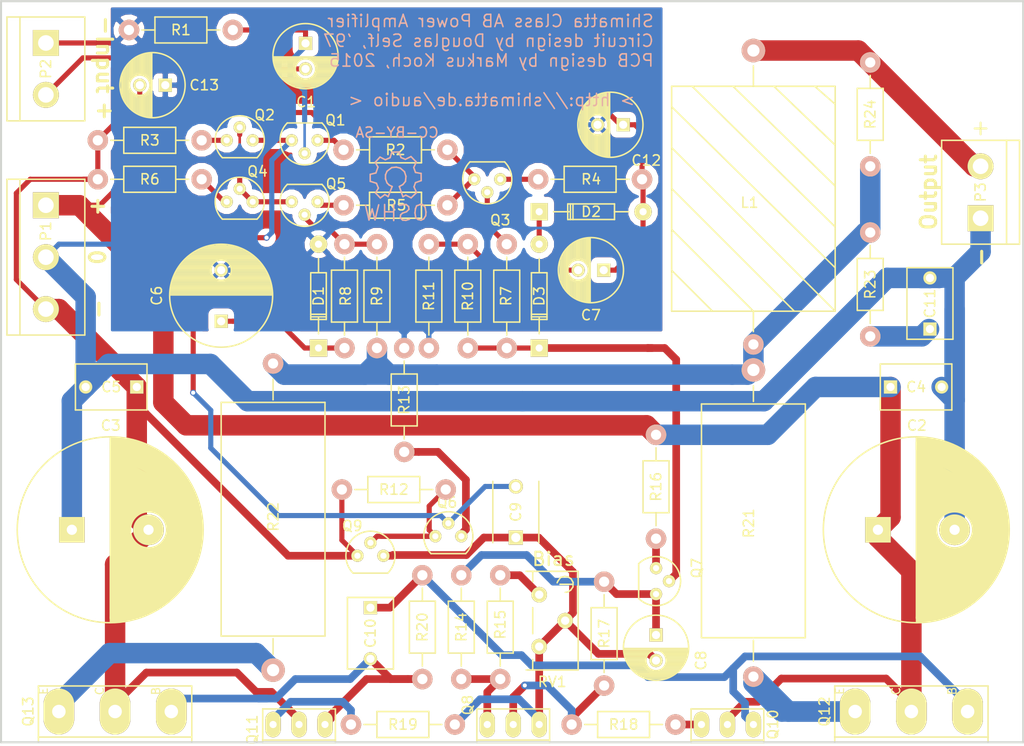
<source format=kicad_pcb>
(kicad_pcb (version 4) (host pcbnew "(2015-09-10 BZR 6180)-product")

  (general
    (links 95)
    (no_connects 0)
    (area 67.899999 104.399999 168.100001 177.100001)
    (thickness 1.6)
    (drawings 15)
    (tracks 338)
    (zones 0)
    (modules 60)
    (nets 37)
  )

  (page A4)
  (layers
    (0 F.Cu signal)
    (31 B.Cu signal)
    (32 B.Adhes user)
    (33 F.Adhes user)
    (34 B.Paste user)
    (35 F.Paste user)
    (36 B.SilkS user)
    (37 F.SilkS user)
    (38 B.Mask user)
    (39 F.Mask user)
    (40 Dwgs.User user)
    (41 Cmts.User user)
    (42 Eco1.User user)
    (43 Eco2.User user)
    (44 Edge.Cuts user)
    (45 Margin user)
    (46 B.CrtYd user)
    (47 F.CrtYd user)
    (48 B.Fab user)
    (49 F.Fab user)
  )

  (setup
    (last_trace_width 0.5)
    (user_trace_width 0.5)
    (user_trace_width 0.75)
    (user_trace_width 1)
    (user_trace_width 1.25)
    (user_trace_width 1.5)
    (user_trace_width 1.75)
    (user_trace_width 2)
    (trace_clearance 0.6)
    (zone_clearance 0.508)
    (zone_45_only no)
    (trace_min 0.2)
    (segment_width 0.2)
    (edge_width 0.2)
    (via_size 0.6)
    (via_drill 0.4)
    (via_min_size 0.4)
    (via_min_drill 0.3)
    (uvia_size 0.3)
    (uvia_drill 0.1)
    (uvias_allowed no)
    (uvia_min_size 0.2)
    (uvia_min_drill 0.1)
    (pcb_text_width 0.3)
    (pcb_text_size 1.5 1.5)
    (mod_edge_width 0.15)
    (mod_text_size 1 1)
    (mod_text_width 0.15)
    (pad_size 1.5 1.5)
    (pad_drill 0.6)
    (pad_to_mask_clearance 0)
    (aux_axis_origin 0 0)
    (visible_elements FFFFFF7F)
    (pcbplotparams
      (layerselection 0x00030_80000001)
      (usegerberextensions false)
      (excludeedgelayer true)
      (linewidth 0.100000)
      (plotframeref false)
      (viasonmask false)
      (mode 1)
      (useauxorigin false)
      (hpglpennumber 1)
      (hpglpenspeed 20)
      (hpglpendiameter 15)
      (hpglpenoverlay 2)
      (psnegative false)
      (psa4output false)
      (plotreference true)
      (plotvalue true)
      (plotinvisibletext false)
      (padsonsilk false)
      (subtractmaskfromsilk false)
      (outputformat 1)
      (mirror false)
      (drillshape 1)
      (scaleselection 1)
      (outputdirectory ""))
  )

  (net 0 "")
  (net 1 "Net-(C1-Pad2)")
  (net 2 "Net-(C1-Pad1)")
  (net 3 +36V)
  (net 4 AGND)
  (net 5 -36V)
  (net 6 "Net-(C6-Pad1)")
  (net 7 "Net-(C7-Pad2)")
  (net 8 "Net-(C8-Pad2)")
  (net 9 "Net-(C8-Pad1)")
  (net 10 "Net-(C9-Pad2)")
  (net 11 "Net-(C10-Pad1)")
  (net 12 "Net-(C10-Pad2)")
  (net 13 "Net-(C11-Pad1)")
  (net 14 "Net-(D2-Pad2)")
  (net 15 "Net-(D3-Pad2)")
  (net 16 /output)
  (net 17 /filtered)
  (net 18 "Net-(Q1-Pad1)")
  (net 19 "Net-(Q2-Pad2)")
  (net 20 "Net-(Q2-Pad1)")
  (net 21 "Net-(Q3-Pad2)")
  (net 22 "Net-(Q3-Pad1)")
  (net 23 "Net-(Q3-Pad3)")
  (net 24 "Net-(Q4-Pad1)")
  (net 25 "Net-(Q5-Pad2)")
  (net 26 "Net-(Q5-Pad1)")
  (net 27 "Net-(Q6-Pad3)")
  (net 28 "Net-(Q6-Pad1)")
  (net 29 "Net-(Q7-Pad1)")
  (net 30 "Net-(Q8-Pad2)")
  (net 31 "Net-(Q8-Pad3)")
  (net 32 "Net-(Q10-Pad2)")
  (net 33 "Net-(Q11-Pad2)")
  (net 34 "Net-(Q12-Pad1)")
  (net 35 "Net-(Q13-Pad1)")
  (net 36 "Net-(R15-Pad2)")

  (net_class Default "This is the default net class."
    (clearance 0.6)
    (trace_width 0.25)
    (via_dia 0.6)
    (via_drill 0.4)
    (uvia_dia 0.3)
    (uvia_drill 0.1)
    (add_net +36V)
    (add_net -36V)
    (add_net /filtered)
    (add_net /output)
    (add_net AGND)
    (add_net "Net-(C1-Pad1)")
    (add_net "Net-(C1-Pad2)")
    (add_net "Net-(C10-Pad1)")
    (add_net "Net-(C10-Pad2)")
    (add_net "Net-(C11-Pad1)")
    (add_net "Net-(C6-Pad1)")
    (add_net "Net-(C7-Pad2)")
    (add_net "Net-(C8-Pad1)")
    (add_net "Net-(C8-Pad2)")
    (add_net "Net-(C9-Pad2)")
    (add_net "Net-(D2-Pad2)")
    (add_net "Net-(D3-Pad2)")
    (add_net "Net-(Q1-Pad1)")
    (add_net "Net-(Q10-Pad2)")
    (add_net "Net-(Q11-Pad2)")
    (add_net "Net-(Q12-Pad1)")
    (add_net "Net-(Q13-Pad1)")
    (add_net "Net-(Q2-Pad1)")
    (add_net "Net-(Q2-Pad2)")
    (add_net "Net-(Q3-Pad1)")
    (add_net "Net-(Q3-Pad2)")
    (add_net "Net-(Q3-Pad3)")
    (add_net "Net-(Q4-Pad1)")
    (add_net "Net-(Q5-Pad1)")
    (add_net "Net-(Q5-Pad2)")
    (add_net "Net-(Q6-Pad1)")
    (add_net "Net-(Q6-Pad3)")
    (add_net "Net-(Q7-Pad1)")
    (add_net "Net-(Q8-Pad2)")
    (add_net "Net-(Q8-Pad3)")
    (add_net "Net-(R15-Pad2)")
  )

  (module Resistors_ThroughHole:Resistor_Horizontal_RM10mm (layer F.Cu) (tedit 53F56209) (tstamp 55F95D38)
    (at 85.598 107.315 180)
    (descr "Resistor, Axial,  RM 10mm, 1/3W,")
    (tags "Resistor, Axial, RM 10mm, 1/3W,")
    (path /54742F51)
    (fp_text reference R1 (at 0 0 180) (layer F.SilkS)
      (effects (font (size 1 1) (thickness 0.15)))
    )
    (fp_text value 10k (at -0.275 2.085 180) (layer F.Fab)
      (effects (font (size 1 1) (thickness 0.15)))
    )
    (fp_line (start -2.54 -1.27) (end 2.54 -1.27) (layer F.SilkS) (width 0.15))
    (fp_line (start 2.54 -1.27) (end 2.54 1.27) (layer F.SilkS) (width 0.15))
    (fp_line (start 2.54 1.27) (end -2.54 1.27) (layer F.SilkS) (width 0.15))
    (fp_line (start -2.54 1.27) (end -2.54 -1.27) (layer F.SilkS) (width 0.15))
    (fp_line (start -2.54 0) (end -3.81 0) (layer F.SilkS) (width 0.15))
    (fp_line (start 2.54 0) (end 3.81 0) (layer F.SilkS) (width 0.15))
    (pad 1 thru_hole circle (at -5.08 0 180) (size 1.99898 1.99898) (drill 1.00076) (layers *.Cu *.SilkS *.Mask)
      (net 2 "Net-(C1-Pad1)"))
    (pad 2 thru_hole circle (at 5.08 0 180) (size 1.99898 1.99898) (drill 1.00076) (layers *.Cu *.SilkS *.Mask)
      (net 4 AGND))
    (model Resistors_ThroughHole.3dshapes/Resistor_Horizontal_RM10mm.wrl
      (at (xyz 0 0 0))
      (scale (xyz 0.4 0.4 0.4))
      (rotate (xyz 0 0 0))
    )
  )

  (module Resistors_ThroughHole:Resistor_Horizontal_RM10mm (layer F.Cu) (tedit 53F56209) (tstamp 55F95D68)
    (at 104.775 133.35 90)
    (descr "Resistor, Axial,  RM 10mm, 1/3W,")
    (tags "Resistor, Axial, RM 10mm, 1/3W,")
    (path /5473BA86)
    (fp_text reference R9 (at 0 0 90) (layer F.SilkS)
      (effects (font (size 1 1) (thickness 0.15)))
    )
    (fp_text value 10k (at 3.81 3.81 90) (layer F.Fab)
      (effects (font (size 1 1) (thickness 0.15)))
    )
    (fp_line (start -2.54 -1.27) (end 2.54 -1.27) (layer F.SilkS) (width 0.15))
    (fp_line (start 2.54 -1.27) (end 2.54 1.27) (layer F.SilkS) (width 0.15))
    (fp_line (start 2.54 1.27) (end -2.54 1.27) (layer F.SilkS) (width 0.15))
    (fp_line (start -2.54 1.27) (end -2.54 -1.27) (layer F.SilkS) (width 0.15))
    (fp_line (start -2.54 0) (end -3.81 0) (layer F.SilkS) (width 0.15))
    (fp_line (start 2.54 0) (end 3.81 0) (layer F.SilkS) (width 0.15))
    (pad 1 thru_hole circle (at -5.08 0 90) (size 1.99898 1.99898) (drill 1.00076) (layers *.Cu *.SilkS *.Mask)
      (net 16 /output))
    (pad 2 thru_hole circle (at 5.08 0 90) (size 1.99898 1.99898) (drill 1.00076) (layers *.Cu *.SilkS *.Mask)
      (net 25 "Net-(Q5-Pad2)"))
    (model Resistors_ThroughHole.3dshapes/Resistor_Horizontal_RM10mm.wrl
      (at (xyz 0 0 0))
      (scale (xyz 0.4 0.4 0.4))
      (rotate (xyz 0 0 0))
    )
  )

  (module Capacitors_ThroughHole:C_Radial_D6.3_L11.2_P2.5 (layer F.Cu) (tedit 0) (tstamp 55FD5DDB)
    (at 128.865 116.586 180)
    (descr "Radial Electrolytic Capacitor, Diameter 6.3mm x Length 11.2mm, Pitch 2.5mm")
    (tags "Electrolytic Capacitor")
    (path /55FD9555)
    (fp_text reference C12 (at -2.2625 -3.4925 180) (layer F.SilkS)
      (effects (font (size 1 1) (thickness 0.15)))
    )
    (fp_text value 10u (at 1.25 4.4 180) (layer F.Fab)
      (effects (font (size 1 1) (thickness 0.15)))
    )
    (fp_line (start 1.325 -3.149) (end 1.325 3.149) (layer F.SilkS) (width 0.15))
    (fp_line (start 1.465 -3.143) (end 1.465 3.143) (layer F.SilkS) (width 0.15))
    (fp_line (start 1.605 -3.13) (end 1.605 -0.446) (layer F.SilkS) (width 0.15))
    (fp_line (start 1.605 0.446) (end 1.605 3.13) (layer F.SilkS) (width 0.15))
    (fp_line (start 1.745 -3.111) (end 1.745 -0.656) (layer F.SilkS) (width 0.15))
    (fp_line (start 1.745 0.656) (end 1.745 3.111) (layer F.SilkS) (width 0.15))
    (fp_line (start 1.885 -3.085) (end 1.885 -0.789) (layer F.SilkS) (width 0.15))
    (fp_line (start 1.885 0.789) (end 1.885 3.085) (layer F.SilkS) (width 0.15))
    (fp_line (start 2.025 -3.053) (end 2.025 -0.88) (layer F.SilkS) (width 0.15))
    (fp_line (start 2.025 0.88) (end 2.025 3.053) (layer F.SilkS) (width 0.15))
    (fp_line (start 2.165 -3.014) (end 2.165 -0.942) (layer F.SilkS) (width 0.15))
    (fp_line (start 2.165 0.942) (end 2.165 3.014) (layer F.SilkS) (width 0.15))
    (fp_line (start 2.305 -2.968) (end 2.305 -0.981) (layer F.SilkS) (width 0.15))
    (fp_line (start 2.305 0.981) (end 2.305 2.968) (layer F.SilkS) (width 0.15))
    (fp_line (start 2.445 -2.915) (end 2.445 -0.998) (layer F.SilkS) (width 0.15))
    (fp_line (start 2.445 0.998) (end 2.445 2.915) (layer F.SilkS) (width 0.15))
    (fp_line (start 2.585 -2.853) (end 2.585 -0.996) (layer F.SilkS) (width 0.15))
    (fp_line (start 2.585 0.996) (end 2.585 2.853) (layer F.SilkS) (width 0.15))
    (fp_line (start 2.725 -2.783) (end 2.725 -0.974) (layer F.SilkS) (width 0.15))
    (fp_line (start 2.725 0.974) (end 2.725 2.783) (layer F.SilkS) (width 0.15))
    (fp_line (start 2.865 -2.704) (end 2.865 -0.931) (layer F.SilkS) (width 0.15))
    (fp_line (start 2.865 0.931) (end 2.865 2.704) (layer F.SilkS) (width 0.15))
    (fp_line (start 3.005 -2.616) (end 3.005 -0.863) (layer F.SilkS) (width 0.15))
    (fp_line (start 3.005 0.863) (end 3.005 2.616) (layer F.SilkS) (width 0.15))
    (fp_line (start 3.145 -2.516) (end 3.145 -0.764) (layer F.SilkS) (width 0.15))
    (fp_line (start 3.145 0.764) (end 3.145 2.516) (layer F.SilkS) (width 0.15))
    (fp_line (start 3.285 -2.404) (end 3.285 -0.619) (layer F.SilkS) (width 0.15))
    (fp_line (start 3.285 0.619) (end 3.285 2.404) (layer F.SilkS) (width 0.15))
    (fp_line (start 3.425 -2.279) (end 3.425 -0.38) (layer F.SilkS) (width 0.15))
    (fp_line (start 3.425 0.38) (end 3.425 2.279) (layer F.SilkS) (width 0.15))
    (fp_line (start 3.565 -2.136) (end 3.565 2.136) (layer F.SilkS) (width 0.15))
    (fp_line (start 3.705 -1.974) (end 3.705 1.974) (layer F.SilkS) (width 0.15))
    (fp_line (start 3.845 -1.786) (end 3.845 1.786) (layer F.SilkS) (width 0.15))
    (fp_line (start 3.985 -1.563) (end 3.985 1.563) (layer F.SilkS) (width 0.15))
    (fp_line (start 4.125 -1.287) (end 4.125 1.287) (layer F.SilkS) (width 0.15))
    (fp_line (start 4.265 -0.912) (end 4.265 0.912) (layer F.SilkS) (width 0.15))
    (fp_circle (center 2.5 0) (end 2.5 -1) (layer F.SilkS) (width 0.15))
    (fp_circle (center 1.25 0) (end 1.25 -3.1875) (layer F.SilkS) (width 0.15))
    (fp_circle (center 1.25 0) (end 1.25 -3.4) (layer F.CrtYd) (width 0.05))
    (pad 2 thru_hole circle (at 2.5 0 180) (size 1.3 1.3) (drill 0.8) (layers *.Cu *.Mask F.SilkS)
      (net 4 AGND))
    (pad 1 thru_hole rect (at 0 0 180) (size 1.3 1.3) (drill 0.8) (layers *.Cu *.Mask F.SilkS)
      (net 3 +36V))
    (model Capacitors_ThroughHole.3dshapes/C_Radial_D6.3_L11.2_P2.5.wrl
      (at (xyz 0 0 0))
      (scale (xyz 1 1 1))
      (rotate (xyz 0 0 0))
    )
  )

  (module transistor:TO-92_Molded_Narrow_LargerPads (layer F.Cu) (tedit 55FAAB43) (tstamp 55FABE3C)
    (at 110.49 156.845)
    (descr "TO-92 leads molded, narrow, drill 0.6mm (see NXP sot054_po.pdf)")
    (tags "to-92 sc-43 sc-43a sot54 PA33 transistor")
    (path /5473BBBD)
    (fp_text reference Q6 (at 1.143 -3.302) (layer F.SilkS)
      (effects (font (size 1 1) (thickness 0.15)))
    )
    (fp_text value NPN (at 0 3) (layer F.Fab)
      (effects (font (size 1 1) (thickness 0.15)))
    )
    (fp_line (start -1.4 1.95) (end -1.4 -2.65) (layer F.CrtYd) (width 0.05))
    (fp_line (start -1.4 1.95) (end 3.9 1.95) (layer F.CrtYd) (width 0.05))
    (fp_line (start -0.43 1.7) (end 2.97 1.7) (layer F.SilkS) (width 0.15))
    (fp_arc (start 1.27 0) (end 1.27 -2.4) (angle -135) (layer F.SilkS) (width 0.15))
    (fp_arc (start 1.27 0) (end 1.27 -2.4) (angle 135) (layer F.SilkS) (width 0.15))
    (fp_line (start -1.4 -2.65) (end 3.9 -2.65) (layer F.CrtYd) (width 0.05))
    (fp_line (start 3.9 1.95) (end 3.9 -2.65) (layer F.CrtYd) (width 0.05))
    (pad 2 thru_hole circle (at 1.27 -1.27 90) (size 1.2 1.2) (drill 0.6) (layers *.Cu *.Mask F.SilkS)
      (net 10 "Net-(C9-Pad2)"))
    (pad 3 thru_hole circle (at 2.54 0 90) (size 1.2 1.2) (drill 0.6) (layers *.Cu *.Mask F.SilkS)
      (net 27 "Net-(Q6-Pad3)"))
    (pad 1 thru_hole circle (at 0 0 90) (size 1.2 1.2) (drill 0.6) (layers *.Cu *.Mask F.SilkS)
      (net 28 "Net-(Q6-Pad1)"))
    (model Housings_TO-92.3dshapes/TO-92_Molded_Narrow.wrl
      (at (xyz 0.05 0 0))
      (scale (xyz 1 1 1))
      (rotate (xyz 0 0 -90))
    )
  )

  (module Capacitors_ThroughHole:C_Radial_D6.3_L11.2_P2.5 (layer F.Cu) (tedit 0) (tstamp 55F95C9A)
    (at 132.08 166.5 270)
    (descr "Radial Electrolytic Capacitor, Diameter 6.3mm x Length 11.2mm, Pitch 2.5mm")
    (tags "Electrolytic Capacitor")
    (path /54739B91)
    (fp_text reference C8 (at 2.5 -4.4 270) (layer F.SilkS)
      (effects (font (size 1 1) (thickness 0.15)))
    )
    (fp_text value 47u (at 0 2.54 270) (layer F.Fab)
      (effects (font (size 1 1) (thickness 0.15)))
    )
    (fp_line (start 1.325 -3.149) (end 1.325 3.149) (layer F.SilkS) (width 0.15))
    (fp_line (start 1.465 -3.143) (end 1.465 3.143) (layer F.SilkS) (width 0.15))
    (fp_line (start 1.605 -3.13) (end 1.605 -0.446) (layer F.SilkS) (width 0.15))
    (fp_line (start 1.605 0.446) (end 1.605 3.13) (layer F.SilkS) (width 0.15))
    (fp_line (start 1.745 -3.111) (end 1.745 -0.656) (layer F.SilkS) (width 0.15))
    (fp_line (start 1.745 0.656) (end 1.745 3.111) (layer F.SilkS) (width 0.15))
    (fp_line (start 1.885 -3.085) (end 1.885 -0.789) (layer F.SilkS) (width 0.15))
    (fp_line (start 1.885 0.789) (end 1.885 3.085) (layer F.SilkS) (width 0.15))
    (fp_line (start 2.025 -3.053) (end 2.025 -0.88) (layer F.SilkS) (width 0.15))
    (fp_line (start 2.025 0.88) (end 2.025 3.053) (layer F.SilkS) (width 0.15))
    (fp_line (start 2.165 -3.014) (end 2.165 -0.942) (layer F.SilkS) (width 0.15))
    (fp_line (start 2.165 0.942) (end 2.165 3.014) (layer F.SilkS) (width 0.15))
    (fp_line (start 2.305 -2.968) (end 2.305 -0.981) (layer F.SilkS) (width 0.15))
    (fp_line (start 2.305 0.981) (end 2.305 2.968) (layer F.SilkS) (width 0.15))
    (fp_line (start 2.445 -2.915) (end 2.445 -0.998) (layer F.SilkS) (width 0.15))
    (fp_line (start 2.445 0.998) (end 2.445 2.915) (layer F.SilkS) (width 0.15))
    (fp_line (start 2.585 -2.853) (end 2.585 -0.996) (layer F.SilkS) (width 0.15))
    (fp_line (start 2.585 0.996) (end 2.585 2.853) (layer F.SilkS) (width 0.15))
    (fp_line (start 2.725 -2.783) (end 2.725 -0.974) (layer F.SilkS) (width 0.15))
    (fp_line (start 2.725 0.974) (end 2.725 2.783) (layer F.SilkS) (width 0.15))
    (fp_line (start 2.865 -2.704) (end 2.865 -0.931) (layer F.SilkS) (width 0.15))
    (fp_line (start 2.865 0.931) (end 2.865 2.704) (layer F.SilkS) (width 0.15))
    (fp_line (start 3.005 -2.616) (end 3.005 -0.863) (layer F.SilkS) (width 0.15))
    (fp_line (start 3.005 0.863) (end 3.005 2.616) (layer F.SilkS) (width 0.15))
    (fp_line (start 3.145 -2.516) (end 3.145 -0.764) (layer F.SilkS) (width 0.15))
    (fp_line (start 3.145 0.764) (end 3.145 2.516) (layer F.SilkS) (width 0.15))
    (fp_line (start 3.285 -2.404) (end 3.285 -0.619) (layer F.SilkS) (width 0.15))
    (fp_line (start 3.285 0.619) (end 3.285 2.404) (layer F.SilkS) (width 0.15))
    (fp_line (start 3.425 -2.279) (end 3.425 -0.38) (layer F.SilkS) (width 0.15))
    (fp_line (start 3.425 0.38) (end 3.425 2.279) (layer F.SilkS) (width 0.15))
    (fp_line (start 3.565 -2.136) (end 3.565 2.136) (layer F.SilkS) (width 0.15))
    (fp_line (start 3.705 -1.974) (end 3.705 1.974) (layer F.SilkS) (width 0.15))
    (fp_line (start 3.845 -1.786) (end 3.845 1.786) (layer F.SilkS) (width 0.15))
    (fp_line (start 3.985 -1.563) (end 3.985 1.563) (layer F.SilkS) (width 0.15))
    (fp_line (start 4.125 -1.287) (end 4.125 1.287) (layer F.SilkS) (width 0.15))
    (fp_line (start 4.265 -0.912) (end 4.265 0.912) (layer F.SilkS) (width 0.15))
    (fp_circle (center 2.5 0) (end 2.5 -1) (layer F.SilkS) (width 0.15))
    (fp_circle (center 1.25 0) (end 1.25 -3.1875) (layer F.SilkS) (width 0.15))
    (fp_circle (center 1.25 0) (end 1.25 -3.4) (layer F.CrtYd) (width 0.05))
    (pad 2 thru_hole circle (at 2.5 0 270) (size 1.3 1.3) (drill 0.8) (layers *.Cu *.Mask F.SilkS)
      (net 8 "Net-(C8-Pad2)"))
    (pad 1 thru_hole rect (at 0 0 270) (size 1.3 1.3) (drill 0.8) (layers *.Cu *.Mask F.SilkS)
      (net 9 "Net-(C8-Pad1)"))
    (model Capacitors_ThroughHole.3dshapes/C_Radial_D6.3_L11.2_P2.5.wrl
      (at (xyz 0 0 0))
      (scale (xyz 1 1 1))
      (rotate (xyz 0 0 0))
    )
  )

  (module Resistors_ThroughHole:Resistor_Horizontal_RM10mm (layer F.Cu) (tedit 53F56209) (tstamp 55F95D80)
    (at 107.442 143.51 270)
    (descr "Resistor, Axial,  RM 10mm, 1/3W,")
    (tags "Resistor, Axial, RM 10mm, 1/3W,")
    (path /55F4C5F0)
    (fp_text reference R13 (at 0 0 270) (layer F.SilkS)
      (effects (font (size 1 1) (thickness 0.15)))
    )
    (fp_text value 10k (at 2.54 1.27 270) (layer F.Fab)
      (effects (font (size 1 1) (thickness 0.15)))
    )
    (fp_line (start -2.54 -1.27) (end 2.54 -1.27) (layer F.SilkS) (width 0.15))
    (fp_line (start 2.54 -1.27) (end 2.54 1.27) (layer F.SilkS) (width 0.15))
    (fp_line (start 2.54 1.27) (end -2.54 1.27) (layer F.SilkS) (width 0.15))
    (fp_line (start -2.54 1.27) (end -2.54 -1.27) (layer F.SilkS) (width 0.15))
    (fp_line (start -2.54 0) (end -3.81 0) (layer F.SilkS) (width 0.15))
    (fp_line (start 2.54 0) (end 3.81 0) (layer F.SilkS) (width 0.15))
    (pad 1 thru_hole circle (at -5.08 0 270) (size 1.99898 1.99898) (drill 1.00076) (layers *.Cu *.SilkS *.Mask)
      (net 4 AGND))
    (pad 2 thru_hole circle (at 5.08 0 270) (size 1.99898 1.99898) (drill 1.00076) (layers *.Cu *.SilkS *.Mask)
      (net 27 "Net-(Q6-Pad3)"))
    (model Resistors_ThroughHole.3dshapes/Resistor_Horizontal_RM10mm.wrl
      (at (xyz 0 0 0))
      (scale (xyz 0.4 0.4 0.4))
      (rotate (xyz 0 0 0))
    )
  )

  (module Resistors_ThroughHole:Resistor_Horizontal_RM30mm (layer F.Cu) (tedit 53F563B7) (tstamp 55F95DB0)
    (at 141.605 155.575 90)
    (descr "Resistor, Axial, RM 30mm,")
    (tags "Resistor, Axial, RM 30mm,")
    (path /54737F31)
    (fp_text reference R21 (at 0 -0.45 90) (layer F.SilkS)
      (effects (font (size 1 1) (thickness 0.15)))
    )
    (fp_text value 0R1 (at 0 1.27 90) (layer F.Fab)
      (effects (font (size 1 1) (thickness 0.15)))
    )
    (fp_line (start -11.44524 0) (end -13.47724 0) (layer F.SilkS) (width 0.15))
    (fp_line (start 11.92276 0) (end 13.44676 0) (layer F.SilkS) (width 0.15))
    (fp_line (start -11.19124 -5.08) (end 11.66876 -5.08) (layer F.SilkS) (width 0.15))
    (fp_line (start 11.66876 -5.08) (end 11.66876 5.08) (layer F.SilkS) (width 0.15))
    (fp_line (start 11.66876 5.08) (end -11.19124 5.08) (layer F.SilkS) (width 0.15))
    (fp_line (start -11.19124 5.08) (end -11.19124 -5.08) (layer F.SilkS) (width 0.15))
    (pad 1 thru_hole circle (at -15 0 90) (size 1.99898 1.99898) (drill 1.00076) (layers *.Cu *.SilkS *.Mask)
      (net 34 "Net-(Q12-Pad1)"))
    (pad 2 thru_hole circle (at 15 0 90) (size 2.30124 2.30124) (drill 1.19888) (layers *.Cu *.SilkS *.Mask)
      (net 16 /output))
  )

  (module transistor:TO-92_Molded_Narrow_LargerPads (layer F.Cu) (tedit 55FAAB43) (tstamp 55FABE1E)
    (at 98.971041 118.11 180)
    (descr "TO-92 leads molded, narrow, drill 0.6mm (see NXP sot054_po.pdf)")
    (tags "to-92 sc-43 sc-43a sot54 PA33 transistor")
    (path /547519D3)
    (fp_text reference Q1 (at -1.739959 1.9685 180) (layer F.SilkS)
      (effects (font (size 1 1) (thickness 0.15)))
    )
    (fp_text value PNP (at 0 3 180) (layer F.Fab)
      (effects (font (size 1 1) (thickness 0.15)))
    )
    (fp_line (start -1.4 1.95) (end -1.4 -2.65) (layer F.CrtYd) (width 0.05))
    (fp_line (start -1.4 1.95) (end 3.9 1.95) (layer F.CrtYd) (width 0.05))
    (fp_line (start -0.43 1.7) (end 2.97 1.7) (layer F.SilkS) (width 0.15))
    (fp_arc (start 1.27 0) (end 1.27 -2.4) (angle -135) (layer F.SilkS) (width 0.15))
    (fp_arc (start 1.27 0) (end 1.27 -2.4) (angle 135) (layer F.SilkS) (width 0.15))
    (fp_line (start -1.4 -2.65) (end 3.9 -2.65) (layer F.CrtYd) (width 0.05))
    (fp_line (start 3.9 1.95) (end 3.9 -2.65) (layer F.CrtYd) (width 0.05))
    (pad 2 thru_hole circle (at 1.27 -1.27 270) (size 1.2 1.2) (drill 0.6) (layers *.Cu *.Mask F.SilkS)
      (net 2 "Net-(C1-Pad1)"))
    (pad 3 thru_hole circle (at 2.54 0 270) (size 1.2 1.2) (drill 0.6) (layers *.Cu *.Mask F.SilkS)
      (net 10 "Net-(C9-Pad2)"))
    (pad 1 thru_hole circle (at 0 0 270) (size 1.2 1.2) (drill 0.6) (layers *.Cu *.Mask F.SilkS)
      (net 18 "Net-(Q1-Pad1)"))
    (model Housings_TO-92.3dshapes/TO-92_Molded_Narrow.wrl
      (at (xyz 0.05 0 0))
      (scale (xyz 1 1 1))
      (rotate (xyz 0 0 -90))
    )
  )

  (module Resistors_ThroughHole:Resistor_Horizontal_RM10mm (layer F.Cu) (tedit 53F56209) (tstamp 55F95DBC)
    (at 153.035 132.207 270)
    (descr "Resistor, Axial,  RM 10mm, 1/3W,")
    (tags "Resistor, Axial, RM 10mm, 1/3W,")
    (path /54744FB8)
    (fp_text reference R23 (at 0 0 270) (layer F.SilkS)
      (effects (font (size 1 1) (thickness 0.15)))
    )
    (fp_text value 10R (at 1.27 1.27 270) (layer F.Fab)
      (effects (font (size 1 1) (thickness 0.15)))
    )
    (fp_line (start -2.54 -1.27) (end 2.54 -1.27) (layer F.SilkS) (width 0.15))
    (fp_line (start 2.54 -1.27) (end 2.54 1.27) (layer F.SilkS) (width 0.15))
    (fp_line (start 2.54 1.27) (end -2.54 1.27) (layer F.SilkS) (width 0.15))
    (fp_line (start -2.54 1.27) (end -2.54 -1.27) (layer F.SilkS) (width 0.15))
    (fp_line (start -2.54 0) (end -3.81 0) (layer F.SilkS) (width 0.15))
    (fp_line (start 2.54 0) (end 3.81 0) (layer F.SilkS) (width 0.15))
    (pad 1 thru_hole circle (at -5.08 0 270) (size 1.99898 1.99898) (drill 1.00076) (layers *.Cu *.SilkS *.Mask)
      (net 16 /output))
    (pad 2 thru_hole circle (at 5.08 0 270) (size 1.99898 1.99898) (drill 1.00076) (layers *.Cu *.SilkS *.Mask)
      (net 13 "Net-(C11-Pad1)"))
    (model Resistors_ThroughHole.3dshapes/Resistor_Horizontal_RM10mm.wrl
      (at (xyz 0 0 0))
      (scale (xyz 0.4 0.4 0.4))
      (rotate (xyz 0 0 0))
    )
  )

  (module transistor:TO-126 (layer F.Cu) (tedit 55F4846C) (tstamp 55F95D24)
    (at 99.695 175.26 270)
    (path /5473873C)
    (fp_text reference Q11 (at 0.508 7.112 270) (layer F.SilkS)
      (effects (font (size 1 1) (thickness 0.15)))
    )
    (fp_text value PNP (at 0 -1.778 270) (layer F.Fab)
      (effects (font (size 1 1) (thickness 0.15)))
    )
    (fp_line (start 1.524 -1.016) (end 1.778 -1.016) (layer F.SilkS) (width 0.15))
    (fp_line (start 1.778 -1.016) (end 1.778 6.096) (layer F.SilkS) (width 0.15))
    (fp_line (start 1.778 6.096) (end 1.524 6.096) (layer F.SilkS) (width 0.15))
    (fp_line (start -1.524 -1.016) (end 1.524 -1.016) (layer F.SilkS) (width 0.15))
    (fp_line (start 1.524 -1.016) (end 1.524 6.096) (layer F.SilkS) (width 0.15))
    (fp_line (start 1.524 6.096) (end -1.524 6.096) (layer F.SilkS) (width 0.15))
    (fp_line (start -1.524 6.096) (end -1.524 -1.016) (layer F.SilkS) (width 0.15))
    (pad 1 thru_hole oval (at 0 0 270) (size 2.5 1.5) (drill 0.7) (layers *.Cu *.Mask F.SilkS)
      (net 12 "Net-(C10-Pad2)"))
    (pad 2 thru_hole oval (at 0 5.08 270) (size 2.5 1.5) (drill 0.7) (layers *.Cu *.Mask F.SilkS)
      (net 33 "Net-(Q11-Pad2)"))
    (pad 3 thru_hole oval (at 0 2.54 270) (size 2.5 1.5) (drill 0.7) (layers *.Cu *.Mask F.SilkS)
      (net 5 -36V))
  )

  (module Capacitors_ThroughHole:C_Radial_D6.3_L11.2_P2.5 (layer F.Cu) (tedit 0) (tstamp 55F95C32)
    (at 97.79 108.625 270)
    (descr "Radial Electrolytic Capacitor, Diameter 6.3mm x Length 11.2mm, Pitch 2.5mm")
    (tags "Electrolytic Capacitor")
    (path /54743140)
    (fp_text reference C1 (at 5.7385 -0.0635 360) (layer F.SilkS)
      (effects (font (size 1 1) (thickness 0.15)))
    )
    (fp_text value 10u (at 1.25 4.4 270) (layer F.Fab)
      (effects (font (size 1 1) (thickness 0.15)))
    )
    (fp_line (start 1.325 -3.149) (end 1.325 3.149) (layer F.SilkS) (width 0.15))
    (fp_line (start 1.465 -3.143) (end 1.465 3.143) (layer F.SilkS) (width 0.15))
    (fp_line (start 1.605 -3.13) (end 1.605 -0.446) (layer F.SilkS) (width 0.15))
    (fp_line (start 1.605 0.446) (end 1.605 3.13) (layer F.SilkS) (width 0.15))
    (fp_line (start 1.745 -3.111) (end 1.745 -0.656) (layer F.SilkS) (width 0.15))
    (fp_line (start 1.745 0.656) (end 1.745 3.111) (layer F.SilkS) (width 0.15))
    (fp_line (start 1.885 -3.085) (end 1.885 -0.789) (layer F.SilkS) (width 0.15))
    (fp_line (start 1.885 0.789) (end 1.885 3.085) (layer F.SilkS) (width 0.15))
    (fp_line (start 2.025 -3.053) (end 2.025 -0.88) (layer F.SilkS) (width 0.15))
    (fp_line (start 2.025 0.88) (end 2.025 3.053) (layer F.SilkS) (width 0.15))
    (fp_line (start 2.165 -3.014) (end 2.165 -0.942) (layer F.SilkS) (width 0.15))
    (fp_line (start 2.165 0.942) (end 2.165 3.014) (layer F.SilkS) (width 0.15))
    (fp_line (start 2.305 -2.968) (end 2.305 -0.981) (layer F.SilkS) (width 0.15))
    (fp_line (start 2.305 0.981) (end 2.305 2.968) (layer F.SilkS) (width 0.15))
    (fp_line (start 2.445 -2.915) (end 2.445 -0.998) (layer F.SilkS) (width 0.15))
    (fp_line (start 2.445 0.998) (end 2.445 2.915) (layer F.SilkS) (width 0.15))
    (fp_line (start 2.585 -2.853) (end 2.585 -0.996) (layer F.SilkS) (width 0.15))
    (fp_line (start 2.585 0.996) (end 2.585 2.853) (layer F.SilkS) (width 0.15))
    (fp_line (start 2.725 -2.783) (end 2.725 -0.974) (layer F.SilkS) (width 0.15))
    (fp_line (start 2.725 0.974) (end 2.725 2.783) (layer F.SilkS) (width 0.15))
    (fp_line (start 2.865 -2.704) (end 2.865 -0.931) (layer F.SilkS) (width 0.15))
    (fp_line (start 2.865 0.931) (end 2.865 2.704) (layer F.SilkS) (width 0.15))
    (fp_line (start 3.005 -2.616) (end 3.005 -0.863) (layer F.SilkS) (width 0.15))
    (fp_line (start 3.005 0.863) (end 3.005 2.616) (layer F.SilkS) (width 0.15))
    (fp_line (start 3.145 -2.516) (end 3.145 -0.764) (layer F.SilkS) (width 0.15))
    (fp_line (start 3.145 0.764) (end 3.145 2.516) (layer F.SilkS) (width 0.15))
    (fp_line (start 3.285 -2.404) (end 3.285 -0.619) (layer F.SilkS) (width 0.15))
    (fp_line (start 3.285 0.619) (end 3.285 2.404) (layer F.SilkS) (width 0.15))
    (fp_line (start 3.425 -2.279) (end 3.425 -0.38) (layer F.SilkS) (width 0.15))
    (fp_line (start 3.425 0.38) (end 3.425 2.279) (layer F.SilkS) (width 0.15))
    (fp_line (start 3.565 -2.136) (end 3.565 2.136) (layer F.SilkS) (width 0.15))
    (fp_line (start 3.705 -1.974) (end 3.705 1.974) (layer F.SilkS) (width 0.15))
    (fp_line (start 3.845 -1.786) (end 3.845 1.786) (layer F.SilkS) (width 0.15))
    (fp_line (start 3.985 -1.563) (end 3.985 1.563) (layer F.SilkS) (width 0.15))
    (fp_line (start 4.125 -1.287) (end 4.125 1.287) (layer F.SilkS) (width 0.15))
    (fp_line (start 4.265 -0.912) (end 4.265 0.912) (layer F.SilkS) (width 0.15))
    (fp_circle (center 2.5 0) (end 2.5 -1) (layer F.SilkS) (width 0.15))
    (fp_circle (center 1.25 0) (end 1.25 -3.1875) (layer F.SilkS) (width 0.15))
    (fp_circle (center 1.25 0) (end 1.25 -3.4) (layer F.CrtYd) (width 0.05))
    (pad 2 thru_hole circle (at 2.5 0 270) (size 1.3 1.3) (drill 0.8) (layers *.Cu *.Mask F.SilkS)
      (net 1 "Net-(C1-Pad2)"))
    (pad 1 thru_hole rect (at 0 0 270) (size 1.3 1.3) (drill 0.8) (layers *.Cu *.Mask F.SilkS)
      (net 2 "Net-(C1-Pad1)"))
    (model Capacitors_ThroughHole.3dshapes/C_Radial_D6.3_L11.2_P2.5.wrl
      (at (xyz 0 0 0))
      (scale (xyz 1 1 1))
      (rotate (xyz 0 0 0))
    )
  )

  (module capacitors:C_Radial_D18_L30_P7.5_1mm (layer F.Cu) (tedit 55F94E50) (tstamp 55F95C57)
    (at 153.79 156.21)
    (descr "Radial Electrolytic Capacitor Diameter 18mm x Length 25mm, Pitch 7.5mm Pads 1mm")
    (tags "Electrolytic Capacitor")
    (path /5474D3C8)
    (fp_text reference C2 (at 3.8 -10.2) (layer F.SilkS)
      (effects (font (size 1 1) (thickness 0.15)))
    )
    (fp_text value 2200u (at 3.75 10.45) (layer F.Fab)
      (effects (font (size 1 1) (thickness 0.15)))
    )
    (fp_line (start 8.75 3.25) (end 7.5 4) (layer F.SilkS) (width 1.5))
    (fp_line (start 4.5 -6.25) (end 8.25 -4.25) (layer F.SilkS) (width 1.5))
    (fp_arc (start 3.75 0) (end 10.25 -0.75) (angle 90) (layer F.SilkS) (width 1.5))
    (fp_arc (start 3.75 0) (end 5 -7.25) (angle 90) (layer F.SilkS) (width 1.5))
    (fp_arc (start 3.75 0) (end 6 -8) (angle 90) (layer F.SilkS) (width 1.5))
    (fp_arc (start 3.75 0) (end 10.5 -3.5) (angle 90) (layer F.SilkS) (width 1.5))
    (fp_circle (center 7.5 0) (end 10.25 1) (layer F.SilkS) (width 1.5))
    (fp_line (start 3.775 -9.075) (end 3.775 9.075) (layer F.SilkS) (width 0.15))
    (fp_line (start 3.775 9.075) (end 3.9 8.975) (layer F.SilkS) (width 0.15))
    (fp_line (start 3.775 -8.35) (end 3.775 -9.075) (layer F.SilkS) (width 0.15))
    (fp_line (start 3.8 -9.1) (end 3.8 -8.4) (layer F.SilkS) (width 0.15))
    (fp_line (start 3.8 -8.4) (end 3.9 -9) (layer F.SilkS) (width 0.15))
    (fp_line (start 3.9 -9) (end 4 -9) (layer F.SilkS) (width 0.15))
    (fp_line (start 4.6 -8.4) (end 5.9 -8.3) (layer F.SilkS) (width 1))
    (fp_line (start 5.9 -8.3) (end 4.3 -8.6) (layer F.SilkS) (width 1))
    (fp_line (start 7.7 3) (end 7.7 3.3) (layer F.SilkS) (width 1))
    (fp_arc (start 3.7 0) (end 12.3 -0.5) (angle 90) (layer F.SilkS) (width 1))
    (fp_line (start 5.4 7.4) (end 5.8 7.8) (layer F.SilkS) (width 1))
    (fp_line (start 4.9 1.3) (end 5 8.5) (layer F.SilkS) (width 1))
    (fp_line (start 5 8.5) (end 7.1 7.8) (layer F.SilkS) (width 1))
    (fp_line (start 7.1 7.8) (end 5.7 7.1) (layer F.SilkS) (width 1))
    (fp_line (start 5.7 7.1) (end 5.5 2.5) (layer F.SilkS) (width 1))
    (fp_line (start 5.1 -5.2) (end 5.1 -1.7) (layer F.SilkS) (width 1))
    (fp_line (start 5.1 -1.7) (end 6 -4.8) (layer F.SilkS) (width 1))
    (fp_line (start 4.2 -8.5) (end 4.2 8.6) (layer F.SilkS) (width 1))
    (fp_line (start 4.2 -8.5) (end 4.2 -7.9) (layer F.SilkS) (width 1))
    (fp_line (start 6.6 3.2) (end 7 7.1) (layer F.SilkS) (width 2))
    (fp_circle (center 7.5 0) (end 9.4 1.1) (layer F.SilkS) (width 1))
    (fp_arc (start 7.5 0) (end 6.3 -3.4) (angle 90) (layer F.SilkS) (width 2))
    (fp_circle (center 3.75 0) (end 4.75 -9.0375) (layer F.SilkS) (width 0.15))
    (fp_circle (center 3.75 0) (end 4.75 -9.3) (layer F.CrtYd) (width 0.05))
    (pad 1 thru_hole rect (at 0 0) (size 2.5 2.5) (drill 1) (layers *.Cu *.Mask F.SilkS)
      (net 3 +36V))
    (pad 2 thru_hole circle (at 7.5 0) (size 3 3) (drill 1) (layers *.Cu *.Mask F.SilkS)
      (net 4 AGND))
    (model Capacitors_ThroughHole.3dshapes/C_Radial_D16_L30_P7.5.wrl
      (at (xyz 0.147638 0 0))
      (scale (xyz 1 1 1))
      (rotate (xyz 0 0 90))
    )
  )

  (module capacitors:C_Radial_D18_L30_P7.5_1mm (layer F.Cu) (tedit 55F94E50) (tstamp 55F95C7C)
    (at 74.93 156.21)
    (descr "Radial Electrolytic Capacitor Diameter 18mm x Length 25mm, Pitch 7.5mm Pads 1mm")
    (tags "Electrolytic Capacitor")
    (path /547508A5)
    (fp_text reference C3 (at 3.8 -10.2) (layer F.SilkS)
      (effects (font (size 1 1) (thickness 0.15)))
    )
    (fp_text value 2200u (at 3.75 10.45) (layer F.Fab)
      (effects (font (size 1 1) (thickness 0.15)))
    )
    (fp_line (start 8.75 3.25) (end 7.5 4) (layer F.SilkS) (width 1.5))
    (fp_line (start 4.5 -6.25) (end 8.25 -4.25) (layer F.SilkS) (width 1.5))
    (fp_arc (start 3.75 0) (end 10.25 -0.75) (angle 90) (layer F.SilkS) (width 1.5))
    (fp_arc (start 3.75 0) (end 5 -7.25) (angle 90) (layer F.SilkS) (width 1.5))
    (fp_arc (start 3.75 0) (end 6 -8) (angle 90) (layer F.SilkS) (width 1.5))
    (fp_arc (start 3.75 0) (end 10.5 -3.5) (angle 90) (layer F.SilkS) (width 1.5))
    (fp_circle (center 7.5 0) (end 10.25 1) (layer F.SilkS) (width 1.5))
    (fp_line (start 3.775 -9.075) (end 3.775 9.075) (layer F.SilkS) (width 0.15))
    (fp_line (start 3.775 9.075) (end 3.9 8.975) (layer F.SilkS) (width 0.15))
    (fp_line (start 3.775 -8.35) (end 3.775 -9.075) (layer F.SilkS) (width 0.15))
    (fp_line (start 3.8 -9.1) (end 3.8 -8.4) (layer F.SilkS) (width 0.15))
    (fp_line (start 3.8 -8.4) (end 3.9 -9) (layer F.SilkS) (width 0.15))
    (fp_line (start 3.9 -9) (end 4 -9) (layer F.SilkS) (width 0.15))
    (fp_line (start 4.6 -8.4) (end 5.9 -8.3) (layer F.SilkS) (width 1))
    (fp_line (start 5.9 -8.3) (end 4.3 -8.6) (layer F.SilkS) (width 1))
    (fp_line (start 7.7 3) (end 7.7 3.3) (layer F.SilkS) (width 1))
    (fp_arc (start 3.7 0) (end 12.3 -0.5) (angle 90) (layer F.SilkS) (width 1))
    (fp_line (start 5.4 7.4) (end 5.8 7.8) (layer F.SilkS) (width 1))
    (fp_line (start 4.9 1.3) (end 5 8.5) (layer F.SilkS) (width 1))
    (fp_line (start 5 8.5) (end 7.1 7.8) (layer F.SilkS) (width 1))
    (fp_line (start 7.1 7.8) (end 5.7 7.1) (layer F.SilkS) (width 1))
    (fp_line (start 5.7 7.1) (end 5.5 2.5) (layer F.SilkS) (width 1))
    (fp_line (start 5.1 -5.2) (end 5.1 -1.7) (layer F.SilkS) (width 1))
    (fp_line (start 5.1 -1.7) (end 6 -4.8) (layer F.SilkS) (width 1))
    (fp_line (start 4.2 -8.5) (end 4.2 8.6) (layer F.SilkS) (width 1))
    (fp_line (start 4.2 -8.5) (end 4.2 -7.9) (layer F.SilkS) (width 1))
    (fp_line (start 6.6 3.2) (end 7 7.1) (layer F.SilkS) (width 2))
    (fp_circle (center 7.5 0) (end 9.4 1.1) (layer F.SilkS) (width 1))
    (fp_arc (start 7.5 0) (end 6.3 -3.4) (angle 90) (layer F.SilkS) (width 2))
    (fp_circle (center 3.75 0) (end 4.75 -9.0375) (layer F.SilkS) (width 0.15))
    (fp_circle (center 3.75 0) (end 4.75 -9.3) (layer F.CrtYd) (width 0.05))
    (pad 1 thru_hole rect (at 0 0) (size 2.5 2.5) (drill 1) (layers *.Cu *.Mask F.SilkS)
      (net 4 AGND))
    (pad 2 thru_hole circle (at 7.5 0) (size 3 3) (drill 1) (layers *.Cu *.Mask F.SilkS)
      (net 5 -36V))
    (model Capacitors_ThroughHole.3dshapes/C_Radial_D16_L30_P7.5.wrl
      (at (xyz 0.147638 0 0))
      (scale (xyz 1 1 1))
      (rotate (xyz 0 0 90))
    )
  )

  (module Capacitors_ThroughHole:C_Rect_L7_W4.5_P5 (layer F.Cu) (tedit 0) (tstamp 55F95C82)
    (at 155.02 142.24)
    (descr "Film Capacitor Length 7mm x Width 4.5mm, Pitch 5mm")
    (tags Capacitor)
    (path /5474D986)
    (fp_text reference C4 (at 2.5 0) (layer F.SilkS)
      (effects (font (size 1 1) (thickness 0.15)))
    )
    (fp_text value 100n (at 6.27 2.54) (layer F.Fab)
      (effects (font (size 1 1) (thickness 0.15)))
    )
    (fp_line (start -1.25 -2.5) (end 6.25 -2.5) (layer F.CrtYd) (width 0.05))
    (fp_line (start 6.25 -2.5) (end 6.25 2.5) (layer F.CrtYd) (width 0.05))
    (fp_line (start 6.25 2.5) (end -1.25 2.5) (layer F.CrtYd) (width 0.05))
    (fp_line (start -1.25 2.5) (end -1.25 -2.5) (layer F.CrtYd) (width 0.05))
    (fp_line (start -1 -2.25) (end 6 -2.25) (layer F.SilkS) (width 0.15))
    (fp_line (start 6 -2.25) (end 6 2.25) (layer F.SilkS) (width 0.15))
    (fp_line (start 6 2.25) (end -1 2.25) (layer F.SilkS) (width 0.15))
    (fp_line (start -1 2.25) (end -1 -2.25) (layer F.SilkS) (width 0.15))
    (pad 1 thru_hole rect (at 0 0) (size 1.3 1.3) (drill 0.8) (layers *.Cu *.Mask F.SilkS)
      (net 3 +36V))
    (pad 2 thru_hole circle (at 5 0) (size 1.3 1.3) (drill 0.8) (layers *.Cu *.Mask F.SilkS)
      (net 4 AGND))
    (model Capacitors_ThroughHole.3dshapes/C_Rect_L7_W4.5_P5.wrl
      (at (xyz 0.098425 0 0))
      (scale (xyz 1 1 1))
      (rotate (xyz 0 0 0))
    )
  )

  (module Capacitors_ThroughHole:C_Rect_L7_W4.5_P5 (layer F.Cu) (tedit 0) (tstamp 55F95C88)
    (at 81.28 142.24 180)
    (descr "Film Capacitor Length 7mm x Width 4.5mm, Pitch 5mm")
    (tags Capacitor)
    (path /547508AB)
    (fp_text reference C5 (at 2.5 0 180) (layer F.SilkS)
      (effects (font (size 1 1) (thickness 0.15)))
    )
    (fp_text value 100n (at 2.5 3.5 180) (layer F.Fab)
      (effects (font (size 1 1) (thickness 0.15)))
    )
    (fp_line (start -1.25 -2.5) (end 6.25 -2.5) (layer F.CrtYd) (width 0.05))
    (fp_line (start 6.25 -2.5) (end 6.25 2.5) (layer F.CrtYd) (width 0.05))
    (fp_line (start 6.25 2.5) (end -1.25 2.5) (layer F.CrtYd) (width 0.05))
    (fp_line (start -1.25 2.5) (end -1.25 -2.5) (layer F.CrtYd) (width 0.05))
    (fp_line (start -1 -2.25) (end 6 -2.25) (layer F.SilkS) (width 0.15))
    (fp_line (start 6 -2.25) (end 6 2.25) (layer F.SilkS) (width 0.15))
    (fp_line (start 6 2.25) (end -1 2.25) (layer F.SilkS) (width 0.15))
    (fp_line (start -1 2.25) (end -1 -2.25) (layer F.SilkS) (width 0.15))
    (pad 1 thru_hole rect (at 0 0 180) (size 1.3 1.3) (drill 0.8) (layers *.Cu *.Mask F.SilkS)
      (net 5 -36V))
    (pad 2 thru_hole circle (at 5 0 180) (size 1.3 1.3) (drill 0.8) (layers *.Cu *.Mask F.SilkS)
      (net 4 AGND))
    (model Capacitors_ThroughHole.3dshapes/C_Rect_L7_W4.5_P5.wrl
      (at (xyz 0.098425 0 0))
      (scale (xyz 1 1 1))
      (rotate (xyz 0 0 0))
    )
  )

  (module Capacitors_ThroughHole:C_Radial_D10_L16_P5 (layer F.Cu) (tedit 0) (tstamp 55F95C8E)
    (at 89.535 135.81 90)
    (descr "Radial Electrolytic Capacitor 10mm x Length 16mm, Pitch 5mm")
    (tags "Electrolytic Capacitor")
    (path /54755428)
    (fp_text reference C6 (at 2.5 -6.3 90) (layer F.SilkS)
      (effects (font (size 1 1) (thickness 0.15)))
    )
    (fp_text value 220u (at 2.5 6.3 90) (layer F.Fab)
      (effects (font (size 1 1) (thickness 0.15)))
    )
    (fp_line (start 2.575 -4.999) (end 2.575 4.999) (layer F.SilkS) (width 0.15))
    (fp_line (start 2.715 -4.995) (end 2.715 4.995) (layer F.SilkS) (width 0.15))
    (fp_line (start 2.855 -4.987) (end 2.855 4.987) (layer F.SilkS) (width 0.15))
    (fp_line (start 2.995 -4.975) (end 2.995 4.975) (layer F.SilkS) (width 0.15))
    (fp_line (start 3.135 -4.96) (end 3.135 4.96) (layer F.SilkS) (width 0.15))
    (fp_line (start 3.275 -4.94) (end 3.275 4.94) (layer F.SilkS) (width 0.15))
    (fp_line (start 3.415 -4.916) (end 3.415 4.916) (layer F.SilkS) (width 0.15))
    (fp_line (start 3.555 -4.887) (end 3.555 4.887) (layer F.SilkS) (width 0.15))
    (fp_line (start 3.695 -4.855) (end 3.695 4.855) (layer F.SilkS) (width 0.15))
    (fp_line (start 3.835 -4.818) (end 3.835 4.818) (layer F.SilkS) (width 0.15))
    (fp_line (start 3.975 -4.777) (end 3.975 4.777) (layer F.SilkS) (width 0.15))
    (fp_line (start 4.115 -4.732) (end 4.115 -0.466) (layer F.SilkS) (width 0.15))
    (fp_line (start 4.115 0.466) (end 4.115 4.732) (layer F.SilkS) (width 0.15))
    (fp_line (start 4.255 -4.682) (end 4.255 -0.667) (layer F.SilkS) (width 0.15))
    (fp_line (start 4.255 0.667) (end 4.255 4.682) (layer F.SilkS) (width 0.15))
    (fp_line (start 4.395 -4.627) (end 4.395 -0.796) (layer F.SilkS) (width 0.15))
    (fp_line (start 4.395 0.796) (end 4.395 4.627) (layer F.SilkS) (width 0.15))
    (fp_line (start 4.535 -4.567) (end 4.535 -0.885) (layer F.SilkS) (width 0.15))
    (fp_line (start 4.535 0.885) (end 4.535 4.567) (layer F.SilkS) (width 0.15))
    (fp_line (start 4.675 -4.502) (end 4.675 -0.946) (layer F.SilkS) (width 0.15))
    (fp_line (start 4.675 0.946) (end 4.675 4.502) (layer F.SilkS) (width 0.15))
    (fp_line (start 4.815 -4.432) (end 4.815 -0.983) (layer F.SilkS) (width 0.15))
    (fp_line (start 4.815 0.983) (end 4.815 4.432) (layer F.SilkS) (width 0.15))
    (fp_line (start 4.955 -4.356) (end 4.955 -0.999) (layer F.SilkS) (width 0.15))
    (fp_line (start 4.955 0.999) (end 4.955 4.356) (layer F.SilkS) (width 0.15))
    (fp_line (start 5.095 -4.274) (end 5.095 -0.995) (layer F.SilkS) (width 0.15))
    (fp_line (start 5.095 0.995) (end 5.095 4.274) (layer F.SilkS) (width 0.15))
    (fp_line (start 5.235 -4.186) (end 5.235 -0.972) (layer F.SilkS) (width 0.15))
    (fp_line (start 5.235 0.972) (end 5.235 4.186) (layer F.SilkS) (width 0.15))
    (fp_line (start 5.375 -4.091) (end 5.375 -0.927) (layer F.SilkS) (width 0.15))
    (fp_line (start 5.375 0.927) (end 5.375 4.091) (layer F.SilkS) (width 0.15))
    (fp_line (start 5.515 -3.989) (end 5.515 -0.857) (layer F.SilkS) (width 0.15))
    (fp_line (start 5.515 0.857) (end 5.515 3.989) (layer F.SilkS) (width 0.15))
    (fp_line (start 5.655 -3.879) (end 5.655 -0.756) (layer F.SilkS) (width 0.15))
    (fp_line (start 5.655 0.756) (end 5.655 3.879) (layer F.SilkS) (width 0.15))
    (fp_line (start 5.795 -3.761) (end 5.795 -0.607) (layer F.SilkS) (width 0.15))
    (fp_line (start 5.795 0.607) (end 5.795 3.761) (layer F.SilkS) (width 0.15))
    (fp_line (start 5.935 -3.633) (end 5.935 -0.355) (layer F.SilkS) (width 0.15))
    (fp_line (start 5.935 0.355) (end 5.935 3.633) (layer F.SilkS) (width 0.15))
    (fp_line (start 6.075 -3.496) (end 6.075 3.496) (layer F.SilkS) (width 0.15))
    (fp_line (start 6.215 -3.346) (end 6.215 3.346) (layer F.SilkS) (width 0.15))
    (fp_line (start 6.355 -3.184) (end 6.355 3.184) (layer F.SilkS) (width 0.15))
    (fp_line (start 6.495 -3.007) (end 6.495 3.007) (layer F.SilkS) (width 0.15))
    (fp_line (start 6.635 -2.811) (end 6.635 2.811) (layer F.SilkS) (width 0.15))
    (fp_line (start 6.775 -2.593) (end 6.775 2.593) (layer F.SilkS) (width 0.15))
    (fp_line (start 6.915 -2.347) (end 6.915 2.347) (layer F.SilkS) (width 0.15))
    (fp_line (start 7.055 -2.062) (end 7.055 2.062) (layer F.SilkS) (width 0.15))
    (fp_line (start 7.195 -1.72) (end 7.195 1.72) (layer F.SilkS) (width 0.15))
    (fp_line (start 7.335 -1.274) (end 7.335 1.274) (layer F.SilkS) (width 0.15))
    (fp_line (start 7.475 -0.499) (end 7.475 0.499) (layer F.SilkS) (width 0.15))
    (fp_circle (center 5 0) (end 5 -1) (layer F.SilkS) (width 0.15))
    (fp_circle (center 2.5 0) (end 2.5 -5.0375) (layer F.SilkS) (width 0.15))
    (fp_circle (center 2.5 0) (end 2.5 -5.3) (layer F.CrtYd) (width 0.05))
    (pad 1 thru_hole rect (at 0 0 90) (size 1.3 1.3) (drill 0.8) (layers *.Cu *.Mask F.SilkS)
      (net 6 "Net-(C6-Pad1)"))
    (pad 2 thru_hole circle (at 5 0 90) (size 1.3 1.3) (drill 0.8) (layers *.Cu *.Mask F.SilkS)
      (net 4 AGND))
    (model Capacitors_ThroughHole.3dshapes/C_Radial_D10_L16_P5.wrl
      (at (xyz 0.0984252 0 0))
      (scale (xyz 1 1 1))
      (rotate (xyz 0 0 90))
    )
  )

  (module Capacitors_ThroughHole:C_Radial_D6.3_L11.2_P2.5 (layer F.Cu) (tedit 0) (tstamp 55F95C94)
    (at 126.96 130.81 180)
    (descr "Radial Electrolytic Capacitor, Diameter 6.3mm x Length 11.2mm, Pitch 2.5mm")
    (tags "Electrolytic Capacitor")
    (path /5474CC3B)
    (fp_text reference C7 (at 1.25 -4.4 180) (layer F.SilkS)
      (effects (font (size 1 1) (thickness 0.15)))
    )
    (fp_text value 47u (at 5.08 2.54 180) (layer F.Fab)
      (effects (font (size 1 1) (thickness 0.15)))
    )
    (fp_line (start 1.325 -3.149) (end 1.325 3.149) (layer F.SilkS) (width 0.15))
    (fp_line (start 1.465 -3.143) (end 1.465 3.143) (layer F.SilkS) (width 0.15))
    (fp_line (start 1.605 -3.13) (end 1.605 -0.446) (layer F.SilkS) (width 0.15))
    (fp_line (start 1.605 0.446) (end 1.605 3.13) (layer F.SilkS) (width 0.15))
    (fp_line (start 1.745 -3.111) (end 1.745 -0.656) (layer F.SilkS) (width 0.15))
    (fp_line (start 1.745 0.656) (end 1.745 3.111) (layer F.SilkS) (width 0.15))
    (fp_line (start 1.885 -3.085) (end 1.885 -0.789) (layer F.SilkS) (width 0.15))
    (fp_line (start 1.885 0.789) (end 1.885 3.085) (layer F.SilkS) (width 0.15))
    (fp_line (start 2.025 -3.053) (end 2.025 -0.88) (layer F.SilkS) (width 0.15))
    (fp_line (start 2.025 0.88) (end 2.025 3.053) (layer F.SilkS) (width 0.15))
    (fp_line (start 2.165 -3.014) (end 2.165 -0.942) (layer F.SilkS) (width 0.15))
    (fp_line (start 2.165 0.942) (end 2.165 3.014) (layer F.SilkS) (width 0.15))
    (fp_line (start 2.305 -2.968) (end 2.305 -0.981) (layer F.SilkS) (width 0.15))
    (fp_line (start 2.305 0.981) (end 2.305 2.968) (layer F.SilkS) (width 0.15))
    (fp_line (start 2.445 -2.915) (end 2.445 -0.998) (layer F.SilkS) (width 0.15))
    (fp_line (start 2.445 0.998) (end 2.445 2.915) (layer F.SilkS) (width 0.15))
    (fp_line (start 2.585 -2.853) (end 2.585 -0.996) (layer F.SilkS) (width 0.15))
    (fp_line (start 2.585 0.996) (end 2.585 2.853) (layer F.SilkS) (width 0.15))
    (fp_line (start 2.725 -2.783) (end 2.725 -0.974) (layer F.SilkS) (width 0.15))
    (fp_line (start 2.725 0.974) (end 2.725 2.783) (layer F.SilkS) (width 0.15))
    (fp_line (start 2.865 -2.704) (end 2.865 -0.931) (layer F.SilkS) (width 0.15))
    (fp_line (start 2.865 0.931) (end 2.865 2.704) (layer F.SilkS) (width 0.15))
    (fp_line (start 3.005 -2.616) (end 3.005 -0.863) (layer F.SilkS) (width 0.15))
    (fp_line (start 3.005 0.863) (end 3.005 2.616) (layer F.SilkS) (width 0.15))
    (fp_line (start 3.145 -2.516) (end 3.145 -0.764) (layer F.SilkS) (width 0.15))
    (fp_line (start 3.145 0.764) (end 3.145 2.516) (layer F.SilkS) (width 0.15))
    (fp_line (start 3.285 -2.404) (end 3.285 -0.619) (layer F.SilkS) (width 0.15))
    (fp_line (start 3.285 0.619) (end 3.285 2.404) (layer F.SilkS) (width 0.15))
    (fp_line (start 3.425 -2.279) (end 3.425 -0.38) (layer F.SilkS) (width 0.15))
    (fp_line (start 3.425 0.38) (end 3.425 2.279) (layer F.SilkS) (width 0.15))
    (fp_line (start 3.565 -2.136) (end 3.565 2.136) (layer F.SilkS) (width 0.15))
    (fp_line (start 3.705 -1.974) (end 3.705 1.974) (layer F.SilkS) (width 0.15))
    (fp_line (start 3.845 -1.786) (end 3.845 1.786) (layer F.SilkS) (width 0.15))
    (fp_line (start 3.985 -1.563) (end 3.985 1.563) (layer F.SilkS) (width 0.15))
    (fp_line (start 4.125 -1.287) (end 4.125 1.287) (layer F.SilkS) (width 0.15))
    (fp_line (start 4.265 -0.912) (end 4.265 0.912) (layer F.SilkS) (width 0.15))
    (fp_circle (center 2.5 0) (end 2.5 -1) (layer F.SilkS) (width 0.15))
    (fp_circle (center 1.25 0) (end 1.25 -3.1875) (layer F.SilkS) (width 0.15))
    (fp_circle (center 1.25 0) (end 1.25 -3.4) (layer F.CrtYd) (width 0.05))
    (pad 2 thru_hole circle (at 2.5 0 180) (size 1.3 1.3) (drill 0.8) (layers *.Cu *.Mask F.SilkS)
      (net 7 "Net-(C7-Pad2)"))
    (pad 1 thru_hole rect (at 0 0 180) (size 1.3 1.3) (drill 0.8) (layers *.Cu *.Mask F.SilkS)
      (net 3 +36V))
    (model Capacitors_ThroughHole.3dshapes/C_Radial_D6.3_L11.2_P2.5.wrl
      (at (xyz 0 0 0))
      (scale (xyz 1 1 1))
      (rotate (xyz 0 0 0))
    )
  )

  (module Capacitors_ThroughHole:C_Disc_D6_P5 (layer F.Cu) (tedit 0) (tstamp 55F95CA0)
    (at 118.364 156.972 90)
    (descr "Capacitor 6mm Disc, Pitch 5mm")
    (tags Capacitor)
    (path /5473CC0D)
    (fp_text reference C9 (at 2.5 0 90) (layer F.SilkS)
      (effects (font (size 1 1) (thickness 0.15)))
    )
    (fp_text value 100p (at 2.5 3.5 90) (layer F.Fab)
      (effects (font (size 1 1) (thickness 0.15)))
    )
    (fp_line (start -0.95 -2.5) (end 5.95 -2.5) (layer F.CrtYd) (width 0.05))
    (fp_line (start 5.95 -2.5) (end 5.95 2.5) (layer F.CrtYd) (width 0.05))
    (fp_line (start 5.95 2.5) (end -0.95 2.5) (layer F.CrtYd) (width 0.05))
    (fp_line (start -0.95 2.5) (end -0.95 -2.5) (layer F.CrtYd) (width 0.05))
    (fp_line (start -0.5 -2.25) (end 5.5 -2.25) (layer F.SilkS) (width 0.15))
    (fp_line (start 5.5 2.25) (end -0.5 2.25) (layer F.SilkS) (width 0.15))
    (pad 1 thru_hole rect (at 0 0 90) (size 1.4 1.4) (drill 0.9) (layers *.Cu *.Mask F.SilkS)
      (net 8 "Net-(C8-Pad2)"))
    (pad 2 thru_hole circle (at 5 0 90) (size 1.4 1.4) (drill 0.9) (layers *.Cu *.Mask F.SilkS)
      (net 10 "Net-(C9-Pad2)"))
    (model Capacitors_ThroughHole.3dshapes/C_Disc_D6_P5.wrl
      (at (xyz 0.0984252 0 0))
      (scale (xyz 1 1 1))
      (rotate (xyz 0 0 0))
    )
  )

  (module Capacitors_ThroughHole:C_Rect_L7_W4.5_P5 (layer F.Cu) (tedit 0) (tstamp 55F95CA6)
    (at 104.14 163.83 270)
    (descr "Film Capacitor Length 7mm x Width 4.5mm, Pitch 5mm")
    (tags Capacitor)
    (path /5473808E)
    (fp_text reference C10 (at 2.5 0 270) (layer F.SilkS)
      (effects (font (size 1 1) (thickness 0.15)))
    )
    (fp_text value 1u (at 2.5 3.5 270) (layer F.Fab)
      (effects (font (size 1 1) (thickness 0.15)))
    )
    (fp_line (start -1.25 -2.5) (end 6.25 -2.5) (layer F.CrtYd) (width 0.05))
    (fp_line (start 6.25 -2.5) (end 6.25 2.5) (layer F.CrtYd) (width 0.05))
    (fp_line (start 6.25 2.5) (end -1.25 2.5) (layer F.CrtYd) (width 0.05))
    (fp_line (start -1.25 2.5) (end -1.25 -2.5) (layer F.CrtYd) (width 0.05))
    (fp_line (start -1 -2.25) (end 6 -2.25) (layer F.SilkS) (width 0.15))
    (fp_line (start 6 -2.25) (end 6 2.25) (layer F.SilkS) (width 0.15))
    (fp_line (start 6 2.25) (end -1 2.25) (layer F.SilkS) (width 0.15))
    (fp_line (start -1 2.25) (end -1 -2.25) (layer F.SilkS) (width 0.15))
    (pad 1 thru_hole rect (at 0 0 270) (size 1.3 1.3) (drill 0.8) (layers *.Cu *.Mask F.SilkS)
      (net 11 "Net-(C10-Pad1)"))
    (pad 2 thru_hole circle (at 5 0 270) (size 1.3 1.3) (drill 0.8) (layers *.Cu *.Mask F.SilkS)
      (net 12 "Net-(C10-Pad2)"))
    (model Capacitors_ThroughHole.3dshapes/C_Rect_L7_W4.5_P5.wrl
      (at (xyz 0.098425 0 0))
      (scale (xyz 1 1 1))
      (rotate (xyz 0 0 0))
    )
  )

  (module Capacitors_ThroughHole:C_Rect_L7_W4.5_P5 (layer F.Cu) (tedit 0) (tstamp 55F95CAC)
    (at 158.877 136.572 90)
    (descr "Film Capacitor Length 7mm x Width 4.5mm, Pitch 5mm")
    (tags Capacitor)
    (path /54745010)
    (fp_text reference C11 (at 2.5 0 90) (layer F.SilkS)
      (effects (font (size 1 1) (thickness 0.15)))
    )
    (fp_text value 100n (at 5 1.27 90) (layer F.Fab)
      (effects (font (size 1 1) (thickness 0.15)))
    )
    (fp_line (start -1.25 -2.5) (end 6.25 -2.5) (layer F.CrtYd) (width 0.05))
    (fp_line (start 6.25 -2.5) (end 6.25 2.5) (layer F.CrtYd) (width 0.05))
    (fp_line (start 6.25 2.5) (end -1.25 2.5) (layer F.CrtYd) (width 0.05))
    (fp_line (start -1.25 2.5) (end -1.25 -2.5) (layer F.CrtYd) (width 0.05))
    (fp_line (start -1 -2.25) (end 6 -2.25) (layer F.SilkS) (width 0.15))
    (fp_line (start 6 -2.25) (end 6 2.25) (layer F.SilkS) (width 0.15))
    (fp_line (start 6 2.25) (end -1 2.25) (layer F.SilkS) (width 0.15))
    (fp_line (start -1 2.25) (end -1 -2.25) (layer F.SilkS) (width 0.15))
    (pad 1 thru_hole rect (at 0 0 90) (size 1.3 1.3) (drill 0.8) (layers *.Cu *.Mask F.SilkS)
      (net 13 "Net-(C11-Pad1)"))
    (pad 2 thru_hole circle (at 5 0 90) (size 1.3 1.3) (drill 0.8) (layers *.Cu *.Mask F.SilkS)
      (net 4 AGND))
    (model Capacitors_ThroughHole.3dshapes/C_Rect_L7_W4.5_P5.wrl
      (at (xyz 0.098425 0 0))
      (scale (xyz 1 1 1))
      (rotate (xyz 0 0 0))
    )
  )

  (module Diodes_ThroughHole:Diode_DO-35_SOD27_Horizontal_RM10 (layer F.Cu) (tedit 0) (tstamp 55F95CB2)
    (at 99.06 133.35 270)
    (descr "Diode, DO-35,  SOD27, Horizontal, RM 10mm")
    (tags "Diode, DO-35, SOD27, Horizontal, RM 10mm, 1N4148,")
    (path /54755910)
    (fp_text reference D1 (at 0 0 270) (layer F.SilkS)
      (effects (font (size 1 1) (thickness 0.15)))
    )
    (fp_text value 1N4148 (at -2.54 -1.27 270) (layer F.Fab)
      (effects (font (size 1 1) (thickness 0.15)))
    )
    (fp_line (start -2.286 0) (end -3.683 0) (layer F.SilkS) (width 0.15))
    (fp_line (start 2.159 0) (end 3.683 0) (layer F.SilkS) (width 0.15))
    (fp_line (start 1.778 -0.762) (end 1.778 0.762) (layer F.SilkS) (width 0.15))
    (fp_line (start 2.032 -0.762) (end 2.032 0.762) (layer F.SilkS) (width 0.15))
    (fp_line (start 2.286 0) (end 2.286 0.762) (layer F.SilkS) (width 0.15))
    (fp_line (start 2.286 0.762) (end -2.286 0.762) (layer F.SilkS) (width 0.15))
    (fp_line (start -2.286 0.762) (end -2.286 -0.762) (layer F.SilkS) (width 0.15))
    (fp_line (start -2.286 -0.762) (end 2.286 -0.762) (layer F.SilkS) (width 0.15))
    (fp_line (start 2.286 -0.762) (end 2.286 0) (layer F.SilkS) (width 0.15))
    (pad 1 thru_hole circle (at -5.08 0 270) (size 1.69926 1.69926) (drill 0.70104) (layers *.Cu *.Mask F.SilkS)
      (net 4 AGND))
    (pad 2 thru_hole rect (at 5.08 0 270) (size 1.69926 1.69926) (drill 0.70104) (layers *.Cu *.Mask F.SilkS)
      (net 6 "Net-(C6-Pad1)"))
    (model Diodes_ThroughHole.3dshapes/Diode_DO-35_SOD27_Horizontal_RM10.wrl
      (at (xyz 0 0 0))
      (scale (xyz 0.4 0.4 0.4))
      (rotate (xyz 0 0 0))
    )
  )

  (module Diodes_ThroughHole:Diode_DO-35_SOD27_Horizontal_RM10 (layer F.Cu) (tedit 0) (tstamp 55F95CB8)
    (at 125.73 125.095 180)
    (descr "Diode, DO-35,  SOD27, Horizontal, RM 10mm")
    (tags "Diode, DO-35, SOD27, Horizontal, RM 10mm, 1N4148,")
    (path /5474AC59)
    (fp_text reference D2 (at 0 0 180) (layer F.SilkS)
      (effects (font (size 1 1) (thickness 0.15)))
    )
    (fp_text value 1N4148 (at 0 -1.27 180) (layer F.Fab)
      (effects (font (size 1 1) (thickness 0.15)))
    )
    (fp_line (start -2.286 0) (end -3.683 0) (layer F.SilkS) (width 0.15))
    (fp_line (start 2.159 0) (end 3.683 0) (layer F.SilkS) (width 0.15))
    (fp_line (start 1.778 -0.762) (end 1.778 0.762) (layer F.SilkS) (width 0.15))
    (fp_line (start 2.032 -0.762) (end 2.032 0.762) (layer F.SilkS) (width 0.15))
    (fp_line (start 2.286 0) (end 2.286 0.762) (layer F.SilkS) (width 0.15))
    (fp_line (start 2.286 0.762) (end -2.286 0.762) (layer F.SilkS) (width 0.15))
    (fp_line (start -2.286 0.762) (end -2.286 -0.762) (layer F.SilkS) (width 0.15))
    (fp_line (start -2.286 -0.762) (end 2.286 -0.762) (layer F.SilkS) (width 0.15))
    (fp_line (start 2.286 -0.762) (end 2.286 0) (layer F.SilkS) (width 0.15))
    (pad 1 thru_hole circle (at -5.08 0 180) (size 1.69926 1.69926) (drill 0.70104) (layers *.Cu *.Mask F.SilkS)
      (net 3 +36V))
    (pad 2 thru_hole rect (at 5.08 0 180) (size 1.69926 1.69926) (drill 0.70104) (layers *.Cu *.Mask F.SilkS)
      (net 14 "Net-(D2-Pad2)"))
    (model Diodes_ThroughHole.3dshapes/Diode_DO-35_SOD27_Horizontal_RM10.wrl
      (at (xyz 0 0 0))
      (scale (xyz 0.4 0.4 0.4))
      (rotate (xyz 0 0 0))
    )
  )

  (module Diodes_ThroughHole:Diode_DO-35_SOD27_Horizontal_RM10 (layer F.Cu) (tedit 0) (tstamp 55F95CBE)
    (at 120.65 133.35 270)
    (descr "Diode, DO-35,  SOD27, Horizontal, RM 10mm")
    (tags "Diode, DO-35, SOD27, Horizontal, RM 10mm, 1N4148,")
    (path /5475D2F5)
    (fp_text reference D3 (at 0 0 270) (layer F.SilkS)
      (effects (font (size 1 1) (thickness 0.15)))
    )
    (fp_text value 1N4148 (at 0 -1.27 270) (layer F.Fab)
      (effects (font (size 1 1) (thickness 0.15)))
    )
    (fp_line (start -2.286 0) (end -3.683 0) (layer F.SilkS) (width 0.15))
    (fp_line (start 2.159 0) (end 3.683 0) (layer F.SilkS) (width 0.15))
    (fp_line (start 1.778 -0.762) (end 1.778 0.762) (layer F.SilkS) (width 0.15))
    (fp_line (start 2.032 -0.762) (end 2.032 0.762) (layer F.SilkS) (width 0.15))
    (fp_line (start 2.286 0) (end 2.286 0.762) (layer F.SilkS) (width 0.15))
    (fp_line (start 2.286 0.762) (end -2.286 0.762) (layer F.SilkS) (width 0.15))
    (fp_line (start -2.286 0.762) (end -2.286 -0.762) (layer F.SilkS) (width 0.15))
    (fp_line (start -2.286 -0.762) (end 2.286 -0.762) (layer F.SilkS) (width 0.15))
    (fp_line (start 2.286 -0.762) (end 2.286 0) (layer F.SilkS) (width 0.15))
    (pad 1 thru_hole circle (at -5.08 0 270) (size 1.69926 1.69926) (drill 0.70104) (layers *.Cu *.Mask F.SilkS)
      (net 14 "Net-(D2-Pad2)"))
    (pad 2 thru_hole rect (at 5.08 0 270) (size 1.69926 1.69926) (drill 0.70104) (layers *.Cu *.Mask F.SilkS)
      (net 15 "Net-(D3-Pad2)"))
    (model Diodes_ThroughHole.3dshapes/Diode_DO-35_SOD27_Horizontal_RM10.wrl
      (at (xyz 0 0 0))
      (scale (xyz 0.4 0.4 0.4))
      (rotate (xyz 0 0 0))
    )
  )

  (module inductors:Inductor_10turn (layer F.Cu) (tedit 55F873FC) (tstamp 55F95CC4)
    (at 141.605 123.825 90)
    (path /54745F40)
    (fp_text reference L1 (at -0.381 -0.381 180) (layer F.SilkS)
      (effects (font (size 1 1) (thickness 0.15)))
    )
    (fp_text value 10turn (at 0.75 9 90) (layer F.Fab)
      (effects (font (size 1 1) (thickness 0.15)))
    )
    (fp_line (start 9.25 8) (end 11 6) (layer F.SilkS) (width 0.15))
    (fp_line (start 11 2) (end 5.25 8) (layer F.SilkS) (width 0.15))
    (fp_line (start 11 -6) (end -2.75 8) (layer F.SilkS) (width 0.15))
    (fp_line (start 1.25 8) (end 11 -2) (layer F.SilkS) (width 0.15))
    (fp_line (start -6.75 8) (end 9 -8) (layer F.SilkS) (width 0.15))
    (fp_line (start 5 -8) (end -11 8) (layer F.SilkS) (width 0.15))
    (fp_line (start 1 -8) (end -11 4) (layer F.SilkS) (width 0.15))
    (fp_line (start -3 -8) (end -11 0) (layer F.SilkS) (width 0.15))
    (fp_line (start -7 -8) (end -11 -4) (layer F.SilkS) (width 0.15))
    (fp_line (start 11 8) (end -11 8) (layer F.SilkS) (width 0.15))
    (fp_line (start -11 -8) (end 11 -8) (layer F.SilkS) (width 0.15))
    (fp_line (start 13 0) (end 11 0) (layer F.SilkS) (width 0.15))
    (fp_line (start 11 8) (end 11 -8) (layer F.SilkS) (width 0.15))
    (fp_line (start -11 0) (end -11 8) (layer F.SilkS) (width 0.15))
    (fp_line (start -11 0) (end -11 -8) (layer F.SilkS) (width 0.15))
    (fp_line (start -13 0) (end -11 0) (layer F.SilkS) (width 0.15))
    (pad 1 thru_hole circle (at -14.25 0 90) (size 1.99898 1.99898) (drill 1.00076) (layers *.Cu *.SilkS *.Mask)
      (net 16 /output))
    (pad 2 thru_hole circle (at 14.5 0 90) (size 2.30124 2.30124) (drill 1.19888) (layers *.Cu *.SilkS *.Mask)
      (net 17 /filtered))
  )

  (module Connect:bornier3 (layer F.Cu) (tedit 0) (tstamp 55F95CCB)
    (at 72.39 129.54 270)
    (descr "Bornier d'alimentation 3 pins")
    (tags DEV)
    (path /55F55399)
    (fp_text reference P1 (at -2.54 0 270) (layer F.SilkS)
      (effects (font (size 1 1) (thickness 0.15)))
    )
    (fp_text value Power (at 0 -2.54 270) (layer F.Fab)
      (effects (font (size 1 1) (thickness 0.15)))
    )
    (fp_line (start -7.62 3.81) (end -7.62 -3.81) (layer F.SilkS) (width 0.15))
    (fp_line (start 7.62 3.81) (end 7.62 -3.81) (layer F.SilkS) (width 0.15))
    (fp_line (start -7.62 2.54) (end 7.62 2.54) (layer F.SilkS) (width 0.15))
    (fp_line (start -7.62 -3.81) (end 7.62 -3.81) (layer F.SilkS) (width 0.15))
    (fp_line (start -7.62 3.81) (end 7.62 3.81) (layer F.SilkS) (width 0.15))
    (pad 1 thru_hole rect (at -5.08 0 270) (size 2.54 2.54) (drill 1.524) (layers *.Cu *.Mask F.SilkS)
      (net 3 +36V))
    (pad 2 thru_hole circle (at 0 0 270) (size 2.54 2.54) (drill 1.524) (layers *.Cu *.Mask F.SilkS)
      (net 4 AGND))
    (pad 3 thru_hole circle (at 5.08 0 270) (size 2.54 2.54) (drill 1.524) (layers *.Cu *.Mask F.SilkS)
      (net 5 -36V))
    (model Connect.3dshapes/bornier3.wrl
      (at (xyz 0 0 0))
      (scale (xyz 1 1 1))
      (rotate (xyz 0 0 0))
    )
  )

  (module Connect:bornier2 (layer F.Cu) (tedit 0) (tstamp 55F95CD1)
    (at 72.39 111.125 270)
    (descr "Bornier d'alimentation 2 pins")
    (tags DEV)
    (path /54743795)
    (fp_text reference P2 (at 0 0 270) (layer F.SilkS)
      (effects (font (size 1 1) (thickness 0.15)))
    )
    (fp_text value "Audio in" (at 0 2.89 270) (layer F.Fab)
      (effects (font (size 1 1) (thickness 0.15)))
    )
    (fp_line (start 5.08 2.54) (end -5.08 2.54) (layer F.SilkS) (width 0.15))
    (fp_line (start 5.08 3.81) (end 5.08 -3.81) (layer F.SilkS) (width 0.15))
    (fp_line (start 5.08 -3.81) (end -5.08 -3.81) (layer F.SilkS) (width 0.15))
    (fp_line (start -5.08 -3.81) (end -5.08 3.81) (layer F.SilkS) (width 0.15))
    (fp_line (start -5.08 3.81) (end 5.08 3.81) (layer F.SilkS) (width 0.15))
    (pad 1 thru_hole rect (at -2.54 0 270) (size 2.54 2.54) (drill 1.524) (layers *.Cu *.Mask F.SilkS)
      (net 4 AGND))
    (pad 2 thru_hole circle (at 2.54 0 270) (size 2.54 2.54) (drill 1.524) (layers *.Cu *.Mask F.SilkS)
      (net 1 "Net-(C1-Pad2)"))
    (model Connect.3dshapes/bornier2.wrl
      (at (xyz 0 0 0))
      (scale (xyz 1 1 1))
      (rotate (xyz 0 0 0))
    )
  )

  (module Connect:bornier2 (layer F.Cu) (tedit 0) (tstamp 55F95CD7)
    (at 163.83 123.19 90)
    (descr "Bornier d'alimentation 2 pins")
    (tags DEV)
    (path /547490DA)
    (fp_text reference P3 (at 0 0 90) (layer F.SilkS)
      (effects (font (size 1 1) (thickness 0.15)))
    )
    (fp_text value "Audio out" (at 0 -2.54 90) (layer F.Fab)
      (effects (font (size 1 1) (thickness 0.15)))
    )
    (fp_line (start 5.08 2.54) (end -5.08 2.54) (layer F.SilkS) (width 0.15))
    (fp_line (start 5.08 3.81) (end 5.08 -3.81) (layer F.SilkS) (width 0.15))
    (fp_line (start 5.08 -3.81) (end -5.08 -3.81) (layer F.SilkS) (width 0.15))
    (fp_line (start -5.08 -3.81) (end -5.08 3.81) (layer F.SilkS) (width 0.15))
    (fp_line (start -5.08 3.81) (end 5.08 3.81) (layer F.SilkS) (width 0.15))
    (pad 1 thru_hole rect (at -2.54 0 90) (size 2.54 2.54) (drill 1.524) (layers *.Cu *.Mask F.SilkS)
      (net 4 AGND))
    (pad 2 thru_hole circle (at 2.54 0 90) (size 2.54 2.54) (drill 1.524) (layers *.Cu *.Mask F.SilkS)
      (net 17 /filtered))
    (model Connect.3dshapes/bornier2.wrl
      (at (xyz 0 0 0))
      (scale (xyz 1 1 1))
      (rotate (xyz 0 0 0))
    )
  )

  (module transistor:TO-126 (layer F.Cu) (tedit 55F4846C) (tstamp 55F95D1D)
    (at 141.605 175.26 270)
    (path /5473811B)
    (fp_text reference Q10 (at 0 -1.905 270) (layer F.SilkS)
      (effects (font (size 1 1) (thickness 0.15)))
    )
    (fp_text value NPN (at 0 -1.778 270) (layer F.Fab)
      (effects (font (size 1 1) (thickness 0.15)))
    )
    (fp_line (start 1.524 -1.016) (end 1.778 -1.016) (layer F.SilkS) (width 0.15))
    (fp_line (start 1.778 -1.016) (end 1.778 6.096) (layer F.SilkS) (width 0.15))
    (fp_line (start 1.778 6.096) (end 1.524 6.096) (layer F.SilkS) (width 0.15))
    (fp_line (start -1.524 -1.016) (end 1.524 -1.016) (layer F.SilkS) (width 0.15))
    (fp_line (start 1.524 -1.016) (end 1.524 6.096) (layer F.SilkS) (width 0.15))
    (fp_line (start 1.524 6.096) (end -1.524 6.096) (layer F.SilkS) (width 0.15))
    (fp_line (start -1.524 6.096) (end -1.524 -1.016) (layer F.SilkS) (width 0.15))
    (pad 1 thru_hole oval (at 0 0 270) (size 2.5 1.5) (drill 0.7) (layers *.Cu *.Mask F.SilkS)
      (net 11 "Net-(C10-Pad1)"))
    (pad 2 thru_hole oval (at 0 5.08 270) (size 2.5 1.5) (drill 0.7) (layers *.Cu *.Mask F.SilkS)
      (net 32 "Net-(Q10-Pad2)"))
    (pad 3 thru_hole oval (at 0 2.54 270) (size 2.5 1.5) (drill 0.7) (layers *.Cu *.Mask F.SilkS)
      (net 3 +36V))
  )

  (module transistor:SOT-93 (layer F.Cu) (tedit 55F4804E) (tstamp 55F95D2B)
    (at 160.06 173.99 270)
    (path /547379F9)
    (fp_text reference Q12 (at 0 11.5 270) (layer F.SilkS)
      (effects (font (size 1 1) (thickness 0.15)))
    )
    (fp_text value NPN (at 0 -5.5 270) (layer F.Fab)
      (effects (font (size 1 1) (thickness 0.15)))
    )
    (fp_text user E (at -2 10 270) (layer F.SilkS)
      (effects (font (size 0.8 0.8) (thickness 0.12)))
    )
    (fp_text user C (at -2 4.5 270) (layer F.SilkS)
      (effects (font (size 0.8 0.8) (thickness 0.12)))
    )
    (fp_text user B (at -2 -1 270) (layer F.SilkS)
      (effects (font (size 0.8 0.8) (thickness 0.12)))
    )
    (fp_line (start 2.5 -4.5) (end 2.5 10.5) (layer F.SilkS) (width 0.15))
    (fp_line (start 2.5 10.5) (end -2.5 10.5) (layer F.SilkS) (width 0.15))
    (fp_line (start -2.5 10.5) (end -2.5 -4.5) (layer F.SilkS) (width 0.15))
    (fp_line (start -2.5 -4.5) (end 2.5 -4.5) (layer F.SilkS) (width 0.15))
    (fp_line (start 2.5 -4.5) (end 3 -4.5) (layer F.SilkS) (width 0.15))
    (fp_line (start 3 -4.5) (end 3 10.5) (layer F.SilkS) (width 0.15))
    (fp_line (start 3 10.5) (end 2.5 10.5) (layer F.SilkS) (width 0.15))
    (pad 1 thru_hole oval (at 0 8.5 270) (size 4.5 3) (drill 1.32) (layers *.Cu *.Mask F.SilkS)
      (net 34 "Net-(Q12-Pad1)"))
    (pad 2 thru_hole oval (at 0 -2.5 270) (size 4.5 3) (drill 1.32) (layers *.Cu *.Mask F.SilkS)
      (net 11 "Net-(C10-Pad1)"))
    (pad 3 thru_hole oval (at 0 3 270) (size 4.5 3) (drill 1.32) (layers *.Cu *.Mask F.SilkS)
      (net 3 +36V))
  )

  (module Resistors_ThroughHole:Resistor_Horizontal_RM10mm (layer F.Cu) (tedit 53F56209) (tstamp 55F95D3E)
    (at 106.591041 119.041239 180)
    (descr "Resistor, Axial,  RM 10mm, 1/3W,")
    (tags "Resistor, Axial, RM 10mm, 1/3W,")
    (path /54751DBF)
    (fp_text reference R2 (at 0 0 180) (layer F.SilkS)
      (effects (font (size 1 1) (thickness 0.15)))
    )
    (fp_text value 100R (at -2.628959 -1.608761 180) (layer F.Fab)
      (effects (font (size 1 1) (thickness 0.15)))
    )
    (fp_line (start -2.54 -1.27) (end 2.54 -1.27) (layer F.SilkS) (width 0.15))
    (fp_line (start 2.54 -1.27) (end 2.54 1.27) (layer F.SilkS) (width 0.15))
    (fp_line (start 2.54 1.27) (end -2.54 1.27) (layer F.SilkS) (width 0.15))
    (fp_line (start -2.54 1.27) (end -2.54 -1.27) (layer F.SilkS) (width 0.15))
    (fp_line (start -2.54 0) (end -3.81 0) (layer F.SilkS) (width 0.15))
    (fp_line (start 2.54 0) (end 3.81 0) (layer F.SilkS) (width 0.15))
    (pad 1 thru_hole circle (at -5.08 0 180) (size 1.99898 1.99898) (drill 1.00076) (layers *.Cu *.SilkS *.Mask)
      (net 23 "Net-(Q3-Pad3)"))
    (pad 2 thru_hole circle (at 5.08 0 180) (size 1.99898 1.99898) (drill 1.00076) (layers *.Cu *.SilkS *.Mask)
      (net 18 "Net-(Q1-Pad1)"))
    (model Resistors_ThroughHole.3dshapes/Resistor_Horizontal_RM10mm.wrl
      (at (xyz 0 0 0))
      (scale (xyz 0.4 0.4 0.4))
      (rotate (xyz 0 0 0))
    )
  )

  (module Resistors_ThroughHole:Resistor_Horizontal_RM10mm (layer F.Cu) (tedit 53F56209) (tstamp 55F95D44)
    (at 82.55 118.11 180)
    (descr "Resistor, Axial,  RM 10mm, 1/3W,")
    (tags "Resistor, Axial, RM 10mm, 1/3W,")
    (path /5473920A)
    (fp_text reference R3 (at 0 0 180) (layer F.SilkS)
      (effects (font (size 1 1) (thickness 0.15)))
    )
    (fp_text value 68R (at -2.54 -1.27 180) (layer F.Fab)
      (effects (font (size 1 1) (thickness 0.15)))
    )
    (fp_line (start -2.54 -1.27) (end 2.54 -1.27) (layer F.SilkS) (width 0.15))
    (fp_line (start 2.54 -1.27) (end 2.54 1.27) (layer F.SilkS) (width 0.15))
    (fp_line (start 2.54 1.27) (end -2.54 1.27) (layer F.SilkS) (width 0.15))
    (fp_line (start -2.54 1.27) (end -2.54 -1.27) (layer F.SilkS) (width 0.15))
    (fp_line (start -2.54 0) (end -3.81 0) (layer F.SilkS) (width 0.15))
    (fp_line (start 2.54 0) (end 3.81 0) (layer F.SilkS) (width 0.15))
    (pad 1 thru_hole circle (at -5.08 0 180) (size 1.99898 1.99898) (drill 1.00076) (layers *.Cu *.SilkS *.Mask)
      (net 20 "Net-(Q2-Pad1)"))
    (pad 2 thru_hole circle (at 5.08 0 180) (size 1.99898 1.99898) (drill 1.00076) (layers *.Cu *.SilkS *.Mask)
      (net 5 -36V))
    (model Resistors_ThroughHole.3dshapes/Resistor_Horizontal_RM10mm.wrl
      (at (xyz 0 0 0))
      (scale (xyz 0.4 0.4 0.4))
      (rotate (xyz 0 0 0))
    )
  )

  (module Resistors_ThroughHole:Resistor_Horizontal_RM10mm (layer F.Cu) (tedit 53F56209) (tstamp 55F95D4A)
    (at 125.63 121.92 180)
    (descr "Resistor, Axial,  RM 10mm, 1/3W,")
    (tags "Resistor, Axial, RM 10mm, 1/3W,")
    (path /5473EE62)
    (fp_text reference R4 (at -0.1 0 180) (layer F.SilkS)
      (effects (font (size 1 1) (thickness 0.15)))
    )
    (fp_text value 150R (at 1.17 2.54 180) (layer F.Fab)
      (effects (font (size 1 1) (thickness 0.15)))
    )
    (fp_line (start -2.54 -1.27) (end 2.54 -1.27) (layer F.SilkS) (width 0.15))
    (fp_line (start 2.54 -1.27) (end 2.54 1.27) (layer F.SilkS) (width 0.15))
    (fp_line (start 2.54 1.27) (end -2.54 1.27) (layer F.SilkS) (width 0.15))
    (fp_line (start -2.54 1.27) (end -2.54 -1.27) (layer F.SilkS) (width 0.15))
    (fp_line (start -2.54 0) (end -3.81 0) (layer F.SilkS) (width 0.15))
    (fp_line (start 2.54 0) (end 3.81 0) (layer F.SilkS) (width 0.15))
    (pad 1 thru_hole circle (at -5.08 0 180) (size 1.99898 1.99898) (drill 1.00076) (layers *.Cu *.SilkS *.Mask)
      (net 3 +36V))
    (pad 2 thru_hole circle (at 5.08 0 180) (size 1.99898 1.99898) (drill 1.00076) (layers *.Cu *.SilkS *.Mask)
      (net 22 "Net-(Q3-Pad1)"))
    (model Resistors_ThroughHole.3dshapes/Resistor_Horizontal_RM10mm.wrl
      (at (xyz 0 0 0))
      (scale (xyz 0.4 0.4 0.4))
      (rotate (xyz 0 0 0))
    )
  )

  (module Resistors_ThroughHole:Resistor_Horizontal_RM10mm (layer F.Cu) (tedit 53F56209) (tstamp 55F95D50)
    (at 106.591041 124.46 180)
    (descr "Resistor, Axial,  RM 10mm, 1/3W,")
    (tags "Resistor, Axial, RM 10mm, 1/3W,")
    (path /54751C29)
    (fp_text reference R5 (at -0.088959 0 180) (layer F.SilkS)
      (effects (font (size 1 1) (thickness 0.15)))
    )
    (fp_text value 100R (at -2.628959 -1.27 180) (layer F.Fab)
      (effects (font (size 1 1) (thickness 0.15)))
    )
    (fp_line (start -2.54 -1.27) (end 2.54 -1.27) (layer F.SilkS) (width 0.15))
    (fp_line (start 2.54 -1.27) (end 2.54 1.27) (layer F.SilkS) (width 0.15))
    (fp_line (start 2.54 1.27) (end -2.54 1.27) (layer F.SilkS) (width 0.15))
    (fp_line (start -2.54 1.27) (end -2.54 -1.27) (layer F.SilkS) (width 0.15))
    (fp_line (start -2.54 0) (end -3.81 0) (layer F.SilkS) (width 0.15))
    (fp_line (start 2.54 0) (end 3.81 0) (layer F.SilkS) (width 0.15))
    (pad 1 thru_hole circle (at -5.08 0 180) (size 1.99898 1.99898) (drill 1.00076) (layers *.Cu *.SilkS *.Mask)
      (net 23 "Net-(Q3-Pad3)"))
    (pad 2 thru_hole circle (at 5.08 0 180) (size 1.99898 1.99898) (drill 1.00076) (layers *.Cu *.SilkS *.Mask)
      (net 26 "Net-(Q5-Pad1)"))
    (model Resistors_ThroughHole.3dshapes/Resistor_Horizontal_RM10mm.wrl
      (at (xyz 0 0 0))
      (scale (xyz 0.4 0.4 0.4))
      (rotate (xyz 0 0 0))
    )
  )

  (module Resistors_ThroughHole:Resistor_Horizontal_RM10mm (layer F.Cu) (tedit 53F56209) (tstamp 55F95D56)
    (at 82.55 121.92 180)
    (descr "Resistor, Axial,  RM 10mm, 1/3W,")
    (tags "Resistor, Axial, RM 10mm, 1/3W,")
    (path /547392B1)
    (fp_text reference R6 (at 0 0 180) (layer F.SilkS)
      (effects (font (size 1 1) (thickness 0.15)))
    )
    (fp_text value 68R (at -2.54 -1.27 180) (layer F.Fab)
      (effects (font (size 1 1) (thickness 0.15)))
    )
    (fp_line (start -2.54 -1.27) (end 2.54 -1.27) (layer F.SilkS) (width 0.15))
    (fp_line (start 2.54 -1.27) (end 2.54 1.27) (layer F.SilkS) (width 0.15))
    (fp_line (start 2.54 1.27) (end -2.54 1.27) (layer F.SilkS) (width 0.15))
    (fp_line (start -2.54 1.27) (end -2.54 -1.27) (layer F.SilkS) (width 0.15))
    (fp_line (start -2.54 0) (end -3.81 0) (layer F.SilkS) (width 0.15))
    (fp_line (start 2.54 0) (end 3.81 0) (layer F.SilkS) (width 0.15))
    (pad 1 thru_hole circle (at -5.08 0 180) (size 1.99898 1.99898) (drill 1.00076) (layers *.Cu *.SilkS *.Mask)
      (net 24 "Net-(Q4-Pad1)"))
    (pad 2 thru_hole circle (at 5.08 0 180) (size 1.99898 1.99898) (drill 1.00076) (layers *.Cu *.SilkS *.Mask)
      (net 5 -36V))
    (model Resistors_ThroughHole.3dshapes/Resistor_Horizontal_RM10mm.wrl
      (at (xyz 0 0 0))
      (scale (xyz 0.4 0.4 0.4))
      (rotate (xyz 0 0 0))
    )
  )

  (module Resistors_ThroughHole:Resistor_Horizontal_RM10mm (layer F.Cu) (tedit 53F56209) (tstamp 55F95D5C)
    (at 117.475 133.35 90)
    (descr "Resistor, Axial,  RM 10mm, 1/3W,")
    (tags "Resistor, Axial, RM 10mm, 1/3W,")
    (path /54751028)
    (fp_text reference R7 (at 0 -0.06 90) (layer F.SilkS)
      (effects (font (size 1 1) (thickness 0.15)))
    )
    (fp_text value 2K2 (at -2.54 -2.6 90) (layer F.Fab)
      (effects (font (size 1 1) (thickness 0.15)))
    )
    (fp_line (start -2.54 -1.27) (end 2.54 -1.27) (layer F.SilkS) (width 0.15))
    (fp_line (start 2.54 -1.27) (end 2.54 1.27) (layer F.SilkS) (width 0.15))
    (fp_line (start 2.54 1.27) (end -2.54 1.27) (layer F.SilkS) (width 0.15))
    (fp_line (start -2.54 1.27) (end -2.54 -1.27) (layer F.SilkS) (width 0.15))
    (fp_line (start -2.54 0) (end -3.81 0) (layer F.SilkS) (width 0.15))
    (fp_line (start 2.54 0) (end 3.81 0) (layer F.SilkS) (width 0.15))
    (pad 1 thru_hole circle (at -5.08 0 90) (size 1.99898 1.99898) (drill 1.00076) (layers *.Cu *.SilkS *.Mask)
      (net 15 "Net-(D3-Pad2)"))
    (pad 2 thru_hole circle (at 5.08 0 90) (size 1.99898 1.99898) (drill 1.00076) (layers *.Cu *.SilkS *.Mask)
      (net 21 "Net-(Q3-Pad2)"))
    (model Resistors_ThroughHole.3dshapes/Resistor_Horizontal_RM10mm.wrl
      (at (xyz 0 0 0))
      (scale (xyz 0.4 0.4 0.4))
      (rotate (xyz 0 0 0))
    )
  )

  (module Resistors_ThroughHole:Resistor_Horizontal_RM10mm (layer F.Cu) (tedit 53F56209) (tstamp 55F95D62)
    (at 101.6 133.35 270)
    (descr "Resistor, Axial,  RM 10mm, 1/3W,")
    (tags "Resistor, Axial, RM 10mm, 1/3W,")
    (path /54754A40)
    (fp_text reference R8 (at 0 -0.11512 270) (layer F.SilkS)
      (effects (font (size 1 1) (thickness 0.15)))
    )
    (fp_text value 500R (at 2.41051 2.42488 270) (layer F.Fab)
      (effects (font (size 1 1) (thickness 0.15)))
    )
    (fp_line (start -2.54 -1.27) (end 2.54 -1.27) (layer F.SilkS) (width 0.15))
    (fp_line (start 2.54 -1.27) (end 2.54 1.27) (layer F.SilkS) (width 0.15))
    (fp_line (start 2.54 1.27) (end -2.54 1.27) (layer F.SilkS) (width 0.15))
    (fp_line (start -2.54 1.27) (end -2.54 -1.27) (layer F.SilkS) (width 0.15))
    (fp_line (start -2.54 0) (end -3.81 0) (layer F.SilkS) (width 0.15))
    (fp_line (start 2.54 0) (end 3.81 0) (layer F.SilkS) (width 0.15))
    (pad 1 thru_hole circle (at -5.08 0 270) (size 1.99898 1.99898) (drill 1.00076) (layers *.Cu *.SilkS *.Mask)
      (net 25 "Net-(Q5-Pad2)"))
    (pad 2 thru_hole circle (at 5.08 0 270) (size 1.99898 1.99898) (drill 1.00076) (layers *.Cu *.SilkS *.Mask)
      (net 6 "Net-(C6-Pad1)"))
    (model Resistors_ThroughHole.3dshapes/Resistor_Horizontal_RM10mm.wrl
      (at (xyz 0 0 0))
      (scale (xyz 0.4 0.4 0.4))
      (rotate (xyz 0 0 0))
    )
  )

  (module Resistors_ThroughHole:Resistor_Horizontal_RM10mm (layer F.Cu) (tedit 53F56209) (tstamp 55F95D6E)
    (at 113.665 133.35 90)
    (descr "Resistor, Axial,  RM 10mm, 1/3W,")
    (tags "Resistor, Axial, RM 10mm, 1/3W,")
    (path /5474BEE8)
    (fp_text reference R10 (at 0 0 90) (layer F.SilkS)
      (effects (font (size 1 1) (thickness 0.15)))
    )
    (fp_text value 10K (at 1.27 2.54 90) (layer F.Fab)
      (effects (font (size 1 1) (thickness 0.15)))
    )
    (fp_line (start -2.54 -1.27) (end 2.54 -1.27) (layer F.SilkS) (width 0.15))
    (fp_line (start 2.54 -1.27) (end 2.54 1.27) (layer F.SilkS) (width 0.15))
    (fp_line (start 2.54 1.27) (end -2.54 1.27) (layer F.SilkS) (width 0.15))
    (fp_line (start -2.54 1.27) (end -2.54 -1.27) (layer F.SilkS) (width 0.15))
    (fp_line (start -2.54 0) (end -3.81 0) (layer F.SilkS) (width 0.15))
    (fp_line (start 2.54 0) (end 3.81 0) (layer F.SilkS) (width 0.15))
    (pad 1 thru_hole circle (at -5.08 0 90) (size 1.99898 1.99898) (drill 1.00076) (layers *.Cu *.SilkS *.Mask)
      (net 15 "Net-(D3-Pad2)"))
    (pad 2 thru_hole circle (at 5.08 0 90) (size 1.99898 1.99898) (drill 1.00076) (layers *.Cu *.SilkS *.Mask)
      (net 7 "Net-(C7-Pad2)"))
    (model Resistors_ThroughHole.3dshapes/Resistor_Horizontal_RM10mm.wrl
      (at (xyz 0 0 0))
      (scale (xyz 0.4 0.4 0.4))
      (rotate (xyz 0 0 0))
    )
  )

  (module Resistors_ThroughHole:Resistor_Horizontal_RM10mm (layer F.Cu) (tedit 53F56209) (tstamp 55F95D74)
    (at 109.855 133.35 270)
    (descr "Resistor, Axial,  RM 10mm, 1/3W,")
    (tags "Resistor, Axial, RM 10mm, 1/3W,")
    (path /5474BF6F)
    (fp_text reference R11 (at 0 0 270) (layer F.SilkS)
      (effects (font (size 1 1) (thickness 0.15)))
    )
    (fp_text value 10K (at -1.27 -2.54 270) (layer F.Fab)
      (effects (font (size 1 1) (thickness 0.15)))
    )
    (fp_line (start -2.54 -1.27) (end 2.54 -1.27) (layer F.SilkS) (width 0.15))
    (fp_line (start 2.54 -1.27) (end 2.54 1.27) (layer F.SilkS) (width 0.15))
    (fp_line (start 2.54 1.27) (end -2.54 1.27) (layer F.SilkS) (width 0.15))
    (fp_line (start -2.54 1.27) (end -2.54 -1.27) (layer F.SilkS) (width 0.15))
    (fp_line (start -2.54 0) (end -3.81 0) (layer F.SilkS) (width 0.15))
    (fp_line (start 2.54 0) (end 3.81 0) (layer F.SilkS) (width 0.15))
    (pad 1 thru_hole circle (at -5.08 0 270) (size 1.99898 1.99898) (drill 1.00076) (layers *.Cu *.SilkS *.Mask)
      (net 7 "Net-(C7-Pad2)"))
    (pad 2 thru_hole circle (at 5.08 0 270) (size 1.99898 1.99898) (drill 1.00076) (layers *.Cu *.SilkS *.Mask)
      (net 4 AGND))
    (model Resistors_ThroughHole.3dshapes/Resistor_Horizontal_RM10mm.wrl
      (at (xyz 0 0 0))
      (scale (xyz 0.4 0.4 0.4))
      (rotate (xyz 0 0 0))
    )
  )

  (module Resistors_ThroughHole:Resistor_Horizontal_RM10mm (layer F.Cu) (tedit 53F56209) (tstamp 55F95D7A)
    (at 106.426 152.273 180)
    (descr "Resistor, Axial,  RM 10mm, 1/3W,")
    (tags "Resistor, Axial, RM 10mm, 1/3W,")
    (path /5473C83F)
    (fp_text reference R12 (at 0 0 180) (layer F.SilkS)
      (effects (font (size 1 1) (thickness 0.15)))
    )
    (fp_text value 1K (at -2.54 -1.27 180) (layer F.Fab)
      (effects (font (size 1 1) (thickness 0.15)))
    )
    (fp_line (start -2.54 -1.27) (end 2.54 -1.27) (layer F.SilkS) (width 0.15))
    (fp_line (start 2.54 -1.27) (end 2.54 1.27) (layer F.SilkS) (width 0.15))
    (fp_line (start 2.54 1.27) (end -2.54 1.27) (layer F.SilkS) (width 0.15))
    (fp_line (start -2.54 1.27) (end -2.54 -1.27) (layer F.SilkS) (width 0.15))
    (fp_line (start -2.54 0) (end -3.81 0) (layer F.SilkS) (width 0.15))
    (fp_line (start 2.54 0) (end 3.81 0) (layer F.SilkS) (width 0.15))
    (pad 1 thru_hole circle (at -5.08 0 180) (size 1.99898 1.99898) (drill 1.00076) (layers *.Cu *.SilkS *.Mask)
      (net 28 "Net-(Q6-Pad1)"))
    (pad 2 thru_hole circle (at 5.08 0 180) (size 1.99898 1.99898) (drill 1.00076) (layers *.Cu *.SilkS *.Mask)
      (net 5 -36V))
    (model Resistors_ThroughHole.3dshapes/Resistor_Horizontal_RM10mm.wrl
      (at (xyz 0 0 0))
      (scale (xyz 0.4 0.4 0.4))
      (rotate (xyz 0 0 0))
    )
  )

  (module Resistors_ThroughHole:Resistor_Horizontal_RM10mm (layer F.Cu) (tedit 53F56209) (tstamp 55F95D86)
    (at 113.03 165.735 270)
    (descr "Resistor, Axial,  RM 10mm, 1/3W,")
    (tags "Resistor, Axial, RM 10mm, 1/3W,")
    (path /54739B2F)
    (fp_text reference R14 (at 0 0 270) (layer F.SilkS)
      (effects (font (size 1 1) (thickness 0.15)))
    )
    (fp_text value 1K (at -2.54 -1.27 270) (layer F.Fab)
      (effects (font (size 1 1) (thickness 0.15)))
    )
    (fp_line (start -2.54 -1.27) (end 2.54 -1.27) (layer F.SilkS) (width 0.15))
    (fp_line (start 2.54 -1.27) (end 2.54 1.27) (layer F.SilkS) (width 0.15))
    (fp_line (start 2.54 1.27) (end -2.54 1.27) (layer F.SilkS) (width 0.15))
    (fp_line (start -2.54 1.27) (end -2.54 -1.27) (layer F.SilkS) (width 0.15))
    (fp_line (start -2.54 0) (end -3.81 0) (layer F.SilkS) (width 0.15))
    (fp_line (start 2.54 0) (end 3.81 0) (layer F.SilkS) (width 0.15))
    (pad 1 thru_hole circle (at -5.08 0 270) (size 1.99898 1.99898) (drill 1.00076) (layers *.Cu *.SilkS *.Mask)
      (net 9 "Net-(C8-Pad1)"))
    (pad 2 thru_hole circle (at 5.08 0 270) (size 1.99898 1.99898) (drill 1.00076) (layers *.Cu *.SilkS *.Mask)
      (net 30 "Net-(Q8-Pad2)"))
    (model Resistors_ThroughHole.3dshapes/Resistor_Horizontal_RM10mm.wrl
      (at (xyz 0 0 0))
      (scale (xyz 0.4 0.4 0.4))
      (rotate (xyz 0 0 0))
    )
  )

  (module Resistors_ThroughHole:Resistor_Horizontal_RM10mm (layer F.Cu) (tedit 53F56209) (tstamp 55F95D8C)
    (at 116.84 165.735 90)
    (descr "Resistor, Axial,  RM 10mm, 1/3W,")
    (tags "Resistor, Axial, RM 10mm, 1/3W,")
    (path /54739A99)
    (fp_text reference R15 (at 0.24892 0 90) (layer F.SilkS)
      (effects (font (size 1 1) (thickness 0.15)))
    )
    (fp_text value 220R (at -2.54 1.27 90) (layer F.Fab)
      (effects (font (size 1 1) (thickness 0.15)))
    )
    (fp_line (start -2.54 -1.27) (end 2.54 -1.27) (layer F.SilkS) (width 0.15))
    (fp_line (start 2.54 -1.27) (end 2.54 1.27) (layer F.SilkS) (width 0.15))
    (fp_line (start 2.54 1.27) (end -2.54 1.27) (layer F.SilkS) (width 0.15))
    (fp_line (start -2.54 1.27) (end -2.54 -1.27) (layer F.SilkS) (width 0.15))
    (fp_line (start -2.54 0) (end -3.81 0) (layer F.SilkS) (width 0.15))
    (fp_line (start 2.54 0) (end 3.81 0) (layer F.SilkS) (width 0.15))
    (pad 1 thru_hole circle (at -5.08 0 90) (size 1.99898 1.99898) (drill 1.00076) (layers *.Cu *.SilkS *.Mask)
      (net 30 "Net-(Q8-Pad2)"))
    (pad 2 thru_hole circle (at 5.08 0 90) (size 1.99898 1.99898) (drill 1.00076) (layers *.Cu *.SilkS *.Mask)
      (net 36 "Net-(R15-Pad2)"))
    (model Resistors_ThroughHole.3dshapes/Resistor_Horizontal_RM10mm.wrl
      (at (xyz 0 0 0))
      (scale (xyz 0.4 0.4 0.4))
      (rotate (xyz 0 0 0))
    )
  )

  (module Resistors_ThroughHole:Resistor_Horizontal_RM10mm (layer F.Cu) (tedit 53F56209) (tstamp 55F95D92)
    (at 132.08 152 270)
    (descr "Resistor, Axial,  RM 10mm, 1/3W,")
    (tags "Resistor, Axial, RM 10mm, 1/3W,")
    (path /547417EC)
    (fp_text reference R16 (at 0 0 270) (layer F.SilkS)
      (effects (font (size 1 1) (thickness 0.15)))
    )
    (fp_text value 100R (at 2.005 1.58 270) (layer F.Fab)
      (effects (font (size 1 1) (thickness 0.15)))
    )
    (fp_line (start -2.54 -1.27) (end 2.54 -1.27) (layer F.SilkS) (width 0.15))
    (fp_line (start 2.54 -1.27) (end 2.54 1.27) (layer F.SilkS) (width 0.15))
    (fp_line (start 2.54 1.27) (end -2.54 1.27) (layer F.SilkS) (width 0.15))
    (fp_line (start -2.54 1.27) (end -2.54 -1.27) (layer F.SilkS) (width 0.15))
    (fp_line (start -2.54 0) (end -3.81 0) (layer F.SilkS) (width 0.15))
    (fp_line (start 2.54 0) (end 3.81 0) (layer F.SilkS) (width 0.15))
    (pad 1 thru_hole circle (at -5.08 0 270) (size 1.99898 1.99898) (drill 1.00076) (layers *.Cu *.SilkS *.Mask)
      (net 3 +36V))
    (pad 2 thru_hole circle (at 5.08 0 270) (size 1.99898 1.99898) (drill 1.00076) (layers *.Cu *.SilkS *.Mask)
      (net 29 "Net-(Q7-Pad1)"))
    (model Resistors_ThroughHole.3dshapes/Resistor_Horizontal_RM10mm.wrl
      (at (xyz 0 0 0))
      (scale (xyz 0.4 0.4 0.4))
      (rotate (xyz 0 0 0))
    )
  )

  (module Resistors_ThroughHole:Resistor_Horizontal_RM10mm (layer F.Cu) (tedit 53F56209) (tstamp 55F95D98)
    (at 127 166.37 270)
    (descr "Resistor, Axial,  RM 10mm, 1/3W,")
    (tags "Resistor, Axial, RM 10mm, 1/3W,")
    (path /54739DD8)
    (fp_text reference R17 (at 0 0 270) (layer F.SilkS)
      (effects (font (size 1 1) (thickness 0.15)))
    )
    (fp_text value 16R (at -2.54 -1.27 270) (layer F.Fab)
      (effects (font (size 1 1) (thickness 0.15)))
    )
    (fp_line (start -2.54 -1.27) (end 2.54 -1.27) (layer F.SilkS) (width 0.15))
    (fp_line (start 2.54 -1.27) (end 2.54 1.27) (layer F.SilkS) (width 0.15))
    (fp_line (start 2.54 1.27) (end -2.54 1.27) (layer F.SilkS) (width 0.15))
    (fp_line (start -2.54 1.27) (end -2.54 -1.27) (layer F.SilkS) (width 0.15))
    (fp_line (start -2.54 0) (end -3.81 0) (layer F.SilkS) (width 0.15))
    (fp_line (start 2.54 0) (end 3.81 0) (layer F.SilkS) (width 0.15))
    (pad 1 thru_hole circle (at -5.08 0 270) (size 1.99898 1.99898) (drill 1.00076) (layers *.Cu *.SilkS *.Mask)
      (net 9 "Net-(C8-Pad1)"))
    (pad 2 thru_hole circle (at 5.08 0 270) (size 1.99898 1.99898) (drill 1.00076) (layers *.Cu *.SilkS *.Mask)
      (net 31 "Net-(Q8-Pad3)"))
    (model Resistors_ThroughHole.3dshapes/Resistor_Horizontal_RM10mm.wrl
      (at (xyz 0 0 0))
      (scale (xyz 0.4 0.4 0.4))
      (rotate (xyz 0 0 0))
    )
  )

  (module Resistors_ThroughHole:Resistor_Horizontal_RM10mm (layer F.Cu) (tedit 53F56209) (tstamp 55F95D9E)
    (at 128.905 175.26 180)
    (descr "Resistor, Axial,  RM 10mm, 1/3W,")
    (tags "Resistor, Axial, RM 10mm, 1/3W,")
    (path /54738EFF)
    (fp_text reference R18 (at 0 0 180) (layer F.SilkS)
      (effects (font (size 1 1) (thickness 0.15)))
    )
    (fp_text value 100R (at -2.54 1.27 180) (layer F.Fab)
      (effects (font (size 1 1) (thickness 0.15)))
    )
    (fp_line (start -2.54 -1.27) (end 2.54 -1.27) (layer F.SilkS) (width 0.15))
    (fp_line (start 2.54 -1.27) (end 2.54 1.27) (layer F.SilkS) (width 0.15))
    (fp_line (start 2.54 1.27) (end -2.54 1.27) (layer F.SilkS) (width 0.15))
    (fp_line (start -2.54 1.27) (end -2.54 -1.27) (layer F.SilkS) (width 0.15))
    (fp_line (start -2.54 0) (end -3.81 0) (layer F.SilkS) (width 0.15))
    (fp_line (start 2.54 0) (end 3.81 0) (layer F.SilkS) (width 0.15))
    (pad 1 thru_hole circle (at -5.08 0 180) (size 1.99898 1.99898) (drill 1.00076) (layers *.Cu *.SilkS *.Mask)
      (net 32 "Net-(Q10-Pad2)"))
    (pad 2 thru_hole circle (at 5.08 0 180) (size 1.99898 1.99898) (drill 1.00076) (layers *.Cu *.SilkS *.Mask)
      (net 31 "Net-(Q8-Pad3)"))
    (model Resistors_ThroughHole.3dshapes/Resistor_Horizontal_RM10mm.wrl
      (at (xyz 0 0 0))
      (scale (xyz 0.4 0.4 0.4))
      (rotate (xyz 0 0 0))
    )
  )

  (module Resistors_ThroughHole:Resistor_Horizontal_RM10mm (layer F.Cu) (tedit 53F56209) (tstamp 55F95DA4)
    (at 107.315 175.26)
    (descr "Resistor, Axial,  RM 10mm, 1/3W,")
    (tags "Resistor, Axial, RM 10mm, 1/3W,")
    (path /547390EB)
    (fp_text reference R19 (at 0 0) (layer F.SilkS)
      (effects (font (size 1 1) (thickness 0.15)))
    )
    (fp_text value 100R (at 2.54 -1.27) (layer F.Fab)
      (effects (font (size 1 1) (thickness 0.15)))
    )
    (fp_line (start -2.54 -1.27) (end 2.54 -1.27) (layer F.SilkS) (width 0.15))
    (fp_line (start 2.54 -1.27) (end 2.54 1.27) (layer F.SilkS) (width 0.15))
    (fp_line (start 2.54 1.27) (end -2.54 1.27) (layer F.SilkS) (width 0.15))
    (fp_line (start -2.54 1.27) (end -2.54 -1.27) (layer F.SilkS) (width 0.15))
    (fp_line (start -2.54 0) (end -3.81 0) (layer F.SilkS) (width 0.15))
    (fp_line (start 2.54 0) (end 3.81 0) (layer F.SilkS) (width 0.15))
    (pad 1 thru_hole circle (at -5.08 0) (size 1.99898 1.99898) (drill 1.00076) (layers *.Cu *.SilkS *.Mask)
      (net 33 "Net-(Q11-Pad2)"))
    (pad 2 thru_hole circle (at 5.08 0) (size 1.99898 1.99898) (drill 1.00076) (layers *.Cu *.SilkS *.Mask)
      (net 8 "Net-(C8-Pad2)"))
    (model Resistors_ThroughHole.3dshapes/Resistor_Horizontal_RM10mm.wrl
      (at (xyz 0 0 0))
      (scale (xyz 0.4 0.4 0.4))
      (rotate (xyz 0 0 0))
    )
  )

  (module Resistors_ThroughHole:Resistor_Horizontal_RM10mm (layer F.Cu) (tedit 53F56209) (tstamp 55F95DAA)
    (at 109.22 165.735 270)
    (descr "Resistor, Axial,  RM 10mm, 1/3W,")
    (tags "Resistor, Axial, RM 10mm, 1/3W,")
    (path /54737C0F)
    (fp_text reference R20 (at 0 0 270) (layer F.SilkS)
      (effects (font (size 1 1) (thickness 0.15)))
    )
    (fp_text value 220R (at 2.54 -1.27 270) (layer F.Fab)
      (effects (font (size 1 1) (thickness 0.15)))
    )
    (fp_line (start -2.54 -1.27) (end 2.54 -1.27) (layer F.SilkS) (width 0.15))
    (fp_line (start 2.54 -1.27) (end 2.54 1.27) (layer F.SilkS) (width 0.15))
    (fp_line (start 2.54 1.27) (end -2.54 1.27) (layer F.SilkS) (width 0.15))
    (fp_line (start -2.54 1.27) (end -2.54 -1.27) (layer F.SilkS) (width 0.15))
    (fp_line (start -2.54 0) (end -3.81 0) (layer F.SilkS) (width 0.15))
    (fp_line (start 2.54 0) (end 3.81 0) (layer F.SilkS) (width 0.15))
    (pad 1 thru_hole circle (at -5.08 0 270) (size 1.99898 1.99898) (drill 1.00076) (layers *.Cu *.SilkS *.Mask)
      (net 11 "Net-(C10-Pad1)"))
    (pad 2 thru_hole circle (at 5.08 0 270) (size 1.99898 1.99898) (drill 1.00076) (layers *.Cu *.SilkS *.Mask)
      (net 12 "Net-(C10-Pad2)"))
    (model Resistors_ThroughHole.3dshapes/Resistor_Horizontal_RM10mm.wrl
      (at (xyz 0 0 0))
      (scale (xyz 0.4 0.4 0.4))
      (rotate (xyz 0 0 0))
    )
  )

  (module Resistors_ThroughHole:Resistor_Horizontal_RM30mm (layer F.Cu) (tedit 53F563B7) (tstamp 55F95DB6)
    (at 94.615 154.94 270)
    (descr "Resistor, Axial, RM 30mm,")
    (tags "Resistor, Axial, RM 30mm,")
    (path /54737ED9)
    (fp_text reference R22 (at 0 -0.02 270) (layer F.SilkS)
      (effects (font (size 1 1) (thickness 0.15)))
    )
    (fp_text value 0R1 (at 0 1.27 270) (layer F.Fab)
      (effects (font (size 1 1) (thickness 0.15)))
    )
    (fp_line (start -11.44524 0) (end -13.47724 0) (layer F.SilkS) (width 0.15))
    (fp_line (start 11.92276 0) (end 13.44676 0) (layer F.SilkS) (width 0.15))
    (fp_line (start -11.19124 -5.08) (end 11.66876 -5.08) (layer F.SilkS) (width 0.15))
    (fp_line (start 11.66876 -5.08) (end 11.66876 5.08) (layer F.SilkS) (width 0.15))
    (fp_line (start 11.66876 5.08) (end -11.19124 5.08) (layer F.SilkS) (width 0.15))
    (fp_line (start -11.19124 5.08) (end -11.19124 -5.08) (layer F.SilkS) (width 0.15))
    (pad 1 thru_hole circle (at -15 0 270) (size 1.99898 1.99898) (drill 1.00076) (layers *.Cu *.SilkS *.Mask)
      (net 16 /output))
    (pad 2 thru_hole circle (at 15 0 270) (size 2.30124 2.30124) (drill 1.19888) (layers *.Cu *.SilkS *.Mask)
      (net 35 "Net-(Q13-Pad1)"))
  )

  (module Resistors_ThroughHole:Resistor_Horizontal_RM10mm (layer F.Cu) (tedit 53F56209) (tstamp 55F95DC2)
    (at 153.035 115.57 270)
    (descr "Resistor, Axial,  RM 10mm, 1/3W,")
    (tags "Resistor, Axial, RM 10mm, 1/3W,")
    (path /54746019)
    (fp_text reference R24 (at 0 0 270) (layer F.SilkS)
      (effects (font (size 1 1) (thickness 0.15)))
    )
    (fp_text value 10R (at 2.54 2.54 270) (layer F.Fab)
      (effects (font (size 1 1) (thickness 0.15)))
    )
    (fp_line (start -2.54 -1.27) (end 2.54 -1.27) (layer F.SilkS) (width 0.15))
    (fp_line (start 2.54 -1.27) (end 2.54 1.27) (layer F.SilkS) (width 0.15))
    (fp_line (start 2.54 1.27) (end -2.54 1.27) (layer F.SilkS) (width 0.15))
    (fp_line (start -2.54 1.27) (end -2.54 -1.27) (layer F.SilkS) (width 0.15))
    (fp_line (start -2.54 0) (end -3.81 0) (layer F.SilkS) (width 0.15))
    (fp_line (start 2.54 0) (end 3.81 0) (layer F.SilkS) (width 0.15))
    (pad 1 thru_hole circle (at -5.08 0 270) (size 1.99898 1.99898) (drill 1.00076) (layers *.Cu *.SilkS *.Mask)
      (net 17 /filtered))
    (pad 2 thru_hole circle (at 5.08 0 270) (size 1.99898 1.99898) (drill 1.00076) (layers *.Cu *.SilkS *.Mask)
      (net 16 /output))
    (model Resistors_ThroughHole.3dshapes/Resistor_Horizontal_RM10mm.wrl
      (at (xyz 0 0 0))
      (scale (xyz 0.4 0.4 0.4))
      (rotate (xyz 0 0 0))
    )
  )

  (module Potentiometers:Potentiometer_Bourns_3296Y_3-8Zoll_Angular_ScrewUp (layer F.Cu) (tedit 54130BC5) (tstamp 55F95DC9)
    (at 120.65 162.56 180)
    (descr "3296, 3/8, Square, Trimpot, Trimming, Potentiometer, Bourns")
    (tags "3296, 3/8, Square, Trimpot, Trimming, Potentiometer, Bourns")
    (path /547404ED)
    (fp_text reference RV1 (at -1.27 -8.525 180) (layer F.SilkS)
      (effects (font (size 1 1) (thickness 0.15)))
    )
    (fp_text value 1k (at -1.27 -2.54 180) (layer F.Fab)
      (effects (font (size 1 1) (thickness 0.15)))
    )
    (fp_line (start 0.635 1.27) (end 0.635 2.286) (layer F.SilkS) (width 0.15))
    (fp_line (start 0.635 -3.81) (end 0.635 -1.27) (layer F.SilkS) (width 0.15))
    (fp_line (start 0.635 -7.366) (end 0.635 -6.35) (layer F.SilkS) (width 0.15))
    (fp_line (start -3.302 1.016) (end -2.032 1.016) (layer F.SilkS) (width 0.15))
    (fp_line (start -2.5527 0.2286) (end -2.8067 0.2667) (layer F.SilkS) (width 0.15))
    (fp_line (start -2.8067 0.2667) (end -3.0861 0.4445) (layer F.SilkS) (width 0.15))
    (fp_line (start -3.0861 0.4445) (end -3.302 0.762) (layer F.SilkS) (width 0.15))
    (fp_line (start -3.302 0.762) (end -3.3147 1.2065) (layer F.SilkS) (width 0.15))
    (fp_line (start -3.3147 1.2065) (end -3.1115 1.5621) (layer F.SilkS) (width 0.15))
    (fp_line (start -3.1115 1.5621) (end -2.8194 1.7399) (layer F.SilkS) (width 0.15))
    (fp_line (start -2.8194 1.7399) (end -2.5019 1.7907) (layer F.SilkS) (width 0.15))
    (fp_line (start -2.5019 1.7907) (end -2.0955 1.6891) (layer F.SilkS) (width 0.15))
    (fp_line (start -2.0955 1.6891) (end -1.8415 1.3462) (layer F.SilkS) (width 0.15))
    (fp_line (start -1.8415 1.3462) (end -1.7526 1.1684) (layer F.SilkS) (width 0.15))
    (fp_line (start -2.54 2.286) (end -3.81 2.286) (layer F.SilkS) (width 0.15))
    (fp_line (start -3.81 2.286) (end -3.81 -7.366) (layer F.SilkS) (width 0.15))
    (fp_line (start -3.81 -7.366) (end 1.27 -7.366) (layer F.SilkS) (width 0.15))
    (fp_line (start 1.27 2.286) (end -1.27 2.286) (layer F.SilkS) (width 0.15))
    (fp_line (start -1.27 2.286) (end -2.54 2.286) (layer F.SilkS) (width 0.15))
    (pad 2 thru_hole circle (at -2.54 -2.54 180) (size 1.524 1.524) (drill 0.8128) (layers *.Cu *.Mask F.SilkS)
      (net 8 "Net-(C8-Pad2)"))
    (pad 3 thru_hole circle (at 0 -5.08 180) (size 1.524 1.524) (drill 0.8128) (layers *.Cu *.Mask F.SilkS)
      (net 8 "Net-(C8-Pad2)"))
    (pad 1 thru_hole circle (at 0 0 180) (size 1.524 1.524) (drill 0.8128) (layers *.Cu *.Mask F.SilkS)
      (net 36 "Net-(R15-Pad2)"))
    (model Potentiometers.3dshapes/Potentiometer_Bourns_3296Y_3-8Zoll_Angular_ScrewUp.wrl
      (at (xyz 0 0 0))
      (scale (xyz 1 1 1))
      (rotate (xyz 0 0 0))
    )
  )

  (module transistor:TO-126 (layer F.Cu) (tedit 55F4846C) (tstamp 55F985EF)
    (at 120.65 175.26 270)
    (path /547399AE)
    (fp_text reference Q8 (at -1.905 6.985 270) (layer F.SilkS)
      (effects (font (size 1 1) (thickness 0.15)))
    )
    (fp_text value NPN (at 0 -1.778 270) (layer F.Fab)
      (effects (font (size 1 1) (thickness 0.15)))
    )
    (fp_line (start 1.524 -1.016) (end 1.778 -1.016) (layer F.SilkS) (width 0.15))
    (fp_line (start 1.778 -1.016) (end 1.778 6.096) (layer F.SilkS) (width 0.15))
    (fp_line (start 1.778 6.096) (end 1.524 6.096) (layer F.SilkS) (width 0.15))
    (fp_line (start -1.524 -1.016) (end 1.524 -1.016) (layer F.SilkS) (width 0.15))
    (fp_line (start 1.524 -1.016) (end 1.524 6.096) (layer F.SilkS) (width 0.15))
    (fp_line (start 1.524 6.096) (end -1.524 6.096) (layer F.SilkS) (width 0.15))
    (fp_line (start -1.524 6.096) (end -1.524 -1.016) (layer F.SilkS) (width 0.15))
    (pad 1 thru_hole oval (at 0 0 270) (size 2.5 1.5) (drill 0.7) (layers *.Cu *.Mask F.SilkS)
      (net 8 "Net-(C8-Pad2)"))
    (pad 2 thru_hole oval (at 0 5.08 270) (size 2.5 1.5) (drill 0.7) (layers *.Cu *.Mask F.SilkS)
      (net 30 "Net-(Q8-Pad2)"))
    (pad 3 thru_hole oval (at 0 2.54 270) (size 2.5 1.5) (drill 0.7) (layers *.Cu *.Mask F.SilkS)
      (net 31 "Net-(Q8-Pad3)"))
  )

  (module transistor:SOT-93 (layer F.Cu) (tedit 55F4804E) (tstamp 55F9877C)
    (at 82.16 173.99 270)
    (path /54737BBC)
    (fp_text reference Q13 (at 0 11.5 270) (layer F.SilkS)
      (effects (font (size 1 1) (thickness 0.15)))
    )
    (fp_text value PNP (at 0 -5.5 270) (layer F.Fab)
      (effects (font (size 1 1) (thickness 0.15)))
    )
    (fp_text user E (at -2 10 270) (layer F.SilkS)
      (effects (font (size 0.8 0.8) (thickness 0.12)))
    )
    (fp_text user C (at -2 4.5 270) (layer F.SilkS)
      (effects (font (size 0.8 0.8) (thickness 0.12)))
    )
    (fp_text user B (at -2 -1 270) (layer F.SilkS)
      (effects (font (size 0.8 0.8) (thickness 0.12)))
    )
    (fp_line (start 2.5 -4.5) (end 2.5 10.5) (layer F.SilkS) (width 0.15))
    (fp_line (start 2.5 10.5) (end -2.5 10.5) (layer F.SilkS) (width 0.15))
    (fp_line (start -2.5 10.5) (end -2.5 -4.5) (layer F.SilkS) (width 0.15))
    (fp_line (start -2.5 -4.5) (end 2.5 -4.5) (layer F.SilkS) (width 0.15))
    (fp_line (start 2.5 -4.5) (end 3 -4.5) (layer F.SilkS) (width 0.15))
    (fp_line (start 3 -4.5) (end 3 10.5) (layer F.SilkS) (width 0.15))
    (fp_line (start 3 10.5) (end 2.5 10.5) (layer F.SilkS) (width 0.15))
    (pad 1 thru_hole oval (at 0 8.5 270) (size 4.5 3) (drill 1.32) (layers *.Cu *.Mask F.SilkS)
      (net 35 "Net-(Q13-Pad1)"))
    (pad 2 thru_hole oval (at 0 -2.5 270) (size 4.5 3) (drill 1.32) (layers *.Cu *.Mask F.SilkS)
      (net 12 "Net-(C10-Pad2)"))
    (pad 3 thru_hole oval (at 0 3 270) (size 4.5 3) (drill 1.32) (layers *.Cu *.Mask F.SilkS)
      (net 5 -36V))
  )

  (module transistor:TO-92_Molded_Narrow_LargerPads (layer F.Cu) (tedit 55FAAB43) (tstamp 55FABE24)
    (at 90.081041 118.11)
    (descr "TO-92 leads molded, narrow, drill 0.6mm (see NXP sot054_po.pdf)")
    (tags "to-92 sc-43 sc-43a sot54 PA33 transistor")
    (path /54752B3E)
    (fp_text reference Q2 (at 3.708459 -2.4765) (layer F.SilkS)
      (effects (font (size 1 1) (thickness 0.15)))
    )
    (fp_text value NPN (at 0 3) (layer F.Fab)
      (effects (font (size 1 1) (thickness 0.15)))
    )
    (fp_line (start -1.4 1.95) (end -1.4 -2.65) (layer F.CrtYd) (width 0.05))
    (fp_line (start -1.4 1.95) (end 3.9 1.95) (layer F.CrtYd) (width 0.05))
    (fp_line (start -0.43 1.7) (end 2.97 1.7) (layer F.SilkS) (width 0.15))
    (fp_arc (start 1.27 0) (end 1.27 -2.4) (angle -135) (layer F.SilkS) (width 0.15))
    (fp_arc (start 1.27 0) (end 1.27 -2.4) (angle 135) (layer F.SilkS) (width 0.15))
    (fp_line (start -1.4 -2.65) (end 3.9 -2.65) (layer F.CrtYd) (width 0.05))
    (fp_line (start 3.9 1.95) (end 3.9 -2.65) (layer F.CrtYd) (width 0.05))
    (pad 2 thru_hole circle (at 1.27 -1.27 90) (size 1.2 1.2) (drill 0.6) (layers *.Cu *.Mask F.SilkS)
      (net 19 "Net-(Q2-Pad2)"))
    (pad 3 thru_hole circle (at 2.54 0 90) (size 1.2 1.2) (drill 0.6) (layers *.Cu *.Mask F.SilkS)
      (net 10 "Net-(C9-Pad2)"))
    (pad 1 thru_hole circle (at 0 0 90) (size 1.2 1.2) (drill 0.6) (layers *.Cu *.Mask F.SilkS)
      (net 20 "Net-(Q2-Pad1)"))
    (model Housings_TO-92.3dshapes/TO-92_Molded_Narrow.wrl
      (at (xyz 0.05 0 0))
      (scale (xyz 1 1 1))
      (rotate (xyz 0 0 -90))
    )
  )

  (module transistor:TO-92_Molded_Narrow_LargerPads (layer F.Cu) (tedit 55FAAB43) (tstamp 55FABE2A)
    (at 116.84 121.92 180)
    (descr "TO-92 leads molded, narrow, drill 0.6mm (see NXP sot054_po.pdf)")
    (tags "to-92 sc-43 sc-43a sot54 PA33 transistor")
    (path /54751110)
    (fp_text reference Q3 (at 0 -4 180) (layer F.SilkS)
      (effects (font (size 1 1) (thickness 0.15)))
    )
    (fp_text value PNP (at 0 3 180) (layer F.Fab)
      (effects (font (size 1 1) (thickness 0.15)))
    )
    (fp_line (start -1.4 1.95) (end -1.4 -2.65) (layer F.CrtYd) (width 0.05))
    (fp_line (start -1.4 1.95) (end 3.9 1.95) (layer F.CrtYd) (width 0.05))
    (fp_line (start -0.43 1.7) (end 2.97 1.7) (layer F.SilkS) (width 0.15))
    (fp_arc (start 1.27 0) (end 1.27 -2.4) (angle -135) (layer F.SilkS) (width 0.15))
    (fp_arc (start 1.27 0) (end 1.27 -2.4) (angle 135) (layer F.SilkS) (width 0.15))
    (fp_line (start -1.4 -2.65) (end 3.9 -2.65) (layer F.CrtYd) (width 0.05))
    (fp_line (start 3.9 1.95) (end 3.9 -2.65) (layer F.CrtYd) (width 0.05))
    (pad 2 thru_hole circle (at 1.27 -1.27 270) (size 1.2 1.2) (drill 0.6) (layers *.Cu *.Mask F.SilkS)
      (net 21 "Net-(Q3-Pad2)"))
    (pad 3 thru_hole circle (at 2.54 0 270) (size 1.2 1.2) (drill 0.6) (layers *.Cu *.Mask F.SilkS)
      (net 23 "Net-(Q3-Pad3)"))
    (pad 1 thru_hole circle (at 0 0 270) (size 1.2 1.2) (drill 0.6) (layers *.Cu *.Mask F.SilkS)
      (net 22 "Net-(Q3-Pad1)"))
    (model Housings_TO-92.3dshapes/TO-92_Molded_Narrow.wrl
      (at (xyz 0.05 0 0))
      (scale (xyz 1 1 1))
      (rotate (xyz 0 0 -90))
    )
  )

  (module transistor:TO-92_Molded_Narrow_LargerPads (layer F.Cu) (tedit 55FAAB43) (tstamp 55FABE30)
    (at 90.081041 124.121239)
    (descr "TO-92 leads molded, narrow, drill 0.6mm (see NXP sot054_po.pdf)")
    (tags "to-92 sc-43 sc-43a sot54 PA33 transistor")
    (path /54752AB0)
    (fp_text reference Q4 (at 3.009959 -2.963239) (layer F.SilkS)
      (effects (font (size 1 1) (thickness 0.15)))
    )
    (fp_text value NPN (at 0 3) (layer F.Fab)
      (effects (font (size 1 1) (thickness 0.15)))
    )
    (fp_line (start -1.4 1.95) (end -1.4 -2.65) (layer F.CrtYd) (width 0.05))
    (fp_line (start -1.4 1.95) (end 3.9 1.95) (layer F.CrtYd) (width 0.05))
    (fp_line (start -0.43 1.7) (end 2.97 1.7) (layer F.SilkS) (width 0.15))
    (fp_arc (start 1.27 0) (end 1.27 -2.4) (angle -135) (layer F.SilkS) (width 0.15))
    (fp_arc (start 1.27 0) (end 1.27 -2.4) (angle 135) (layer F.SilkS) (width 0.15))
    (fp_line (start -1.4 -2.65) (end 3.9 -2.65) (layer F.CrtYd) (width 0.05))
    (fp_line (start 3.9 1.95) (end 3.9 -2.65) (layer F.CrtYd) (width 0.05))
    (pad 2 thru_hole circle (at 1.27 -1.27 90) (size 1.2 1.2) (drill 0.6) (layers *.Cu *.Mask F.SilkS)
      (net 19 "Net-(Q2-Pad2)"))
    (pad 3 thru_hole circle (at 2.54 0 90) (size 1.2 1.2) (drill 0.6) (layers *.Cu *.Mask F.SilkS)
      (net 19 "Net-(Q2-Pad2)"))
    (pad 1 thru_hole circle (at 0 0 90) (size 1.2 1.2) (drill 0.6) (layers *.Cu *.Mask F.SilkS)
      (net 24 "Net-(Q4-Pad1)"))
    (model Housings_TO-92.3dshapes/TO-92_Molded_Narrow.wrl
      (at (xyz 0.05 0 0))
      (scale (xyz 1 1 1))
      (rotate (xyz 0 0 -90))
    )
  )

  (module transistor:TO-92_Molded_Narrow_LargerPads (layer F.Cu) (tedit 55FAAB43) (tstamp 55FABE36)
    (at 98.971041 124.121239 180)
    (descr "TO-92 leads molded, narrow, drill 0.6mm (see NXP sot054_po.pdf)")
    (tags "to-92 sc-43 sc-43a sot54 PA33 transistor")
    (path /54751951)
    (fp_text reference Q5 (at -1.803459 1.756739 180) (layer F.SilkS)
      (effects (font (size 1 1) (thickness 0.15)))
    )
    (fp_text value PNP (at 0 3 180) (layer F.Fab)
      (effects (font (size 1 1) (thickness 0.15)))
    )
    (fp_line (start -1.4 1.95) (end -1.4 -2.65) (layer F.CrtYd) (width 0.05))
    (fp_line (start -1.4 1.95) (end 3.9 1.95) (layer F.CrtYd) (width 0.05))
    (fp_line (start -0.43 1.7) (end 2.97 1.7) (layer F.SilkS) (width 0.15))
    (fp_arc (start 1.27 0) (end 1.27 -2.4) (angle -135) (layer F.SilkS) (width 0.15))
    (fp_arc (start 1.27 0) (end 1.27 -2.4) (angle 135) (layer F.SilkS) (width 0.15))
    (fp_line (start -1.4 -2.65) (end 3.9 -2.65) (layer F.CrtYd) (width 0.05))
    (fp_line (start 3.9 1.95) (end 3.9 -2.65) (layer F.CrtYd) (width 0.05))
    (pad 2 thru_hole circle (at 1.27 -1.27 270) (size 1.2 1.2) (drill 0.6) (layers *.Cu *.Mask F.SilkS)
      (net 25 "Net-(Q5-Pad2)"))
    (pad 3 thru_hole circle (at 2.54 0 270) (size 1.2 1.2) (drill 0.6) (layers *.Cu *.Mask F.SilkS)
      (net 19 "Net-(Q2-Pad2)"))
    (pad 1 thru_hole circle (at 0 0 270) (size 1.2 1.2) (drill 0.6) (layers *.Cu *.Mask F.SilkS)
      (net 26 "Net-(Q5-Pad1)"))
    (model Housings_TO-92.3dshapes/TO-92_Molded_Narrow.wrl
      (at (xyz 0.05 0 0))
      (scale (xyz 1 1 1))
      (rotate (xyz 0 0 -90))
    )
  )

  (module transistor:TO-92_Molded_Narrow_LargerPads (layer F.Cu) (tedit 55FAAB43) (tstamp 55FABE42)
    (at 132.08 159.96 270)
    (descr "TO-92 leads molded, narrow, drill 0.6mm (see NXP sot054_po.pdf)")
    (tags "to-92 sc-43 sc-43a sot54 PA33 transistor")
    (path /5474D095)
    (fp_text reference Q7 (at 0 -4 270) (layer F.SilkS)
      (effects (font (size 1 1) (thickness 0.15)))
    )
    (fp_text value PNP (at 0 3 270) (layer F.Fab)
      (effects (font (size 1 1) (thickness 0.15)))
    )
    (fp_line (start -1.4 1.95) (end -1.4 -2.65) (layer F.CrtYd) (width 0.05))
    (fp_line (start -1.4 1.95) (end 3.9 1.95) (layer F.CrtYd) (width 0.05))
    (fp_line (start -0.43 1.7) (end 2.97 1.7) (layer F.SilkS) (width 0.15))
    (fp_arc (start 1.27 0) (end 1.27 -2.4) (angle -135) (layer F.SilkS) (width 0.15))
    (fp_arc (start 1.27 0) (end 1.27 -2.4) (angle 135) (layer F.SilkS) (width 0.15))
    (fp_line (start -1.4 -2.65) (end 3.9 -2.65) (layer F.CrtYd) (width 0.05))
    (fp_line (start 3.9 1.95) (end 3.9 -2.65) (layer F.CrtYd) (width 0.05))
    (pad 2 thru_hole circle (at 1.27 -1.27) (size 1.2 1.2) (drill 0.6) (layers *.Cu *.Mask F.SilkS)
      (net 15 "Net-(D3-Pad2)"))
    (pad 3 thru_hole circle (at 2.54 0) (size 1.2 1.2) (drill 0.6) (layers *.Cu *.Mask F.SilkS)
      (net 9 "Net-(C8-Pad1)"))
    (pad 1 thru_hole circle (at 0 0) (size 1.2 1.2) (drill 0.6) (layers *.Cu *.Mask F.SilkS)
      (net 29 "Net-(Q7-Pad1)"))
    (model Housings_TO-92.3dshapes/TO-92_Molded_Narrow.wrl
      (at (xyz 0.05 0 0))
      (scale (xyz 1 1 1))
      (rotate (xyz 0 0 -90))
    )
  )

  (module transistor:TO-92_Molded_Narrow_LargerPads (layer F.Cu) (tedit 55FAAB43) (tstamp 55FABE48)
    (at 102.87 158.75)
    (descr "TO-92 leads molded, narrow, drill 0.6mm (see NXP sot054_po.pdf)")
    (tags "to-92 sc-43 sc-43a sot54 PA33 transistor")
    (path /5473BAFC)
    (fp_text reference Q9 (at -0.508 -2.921) (layer F.SilkS)
      (effects (font (size 1 1) (thickness 0.15)))
    )
    (fp_text value NPN (at 0 3) (layer F.Fab)
      (effects (font (size 1 1) (thickness 0.15)))
    )
    (fp_line (start -1.4 1.95) (end -1.4 -2.65) (layer F.CrtYd) (width 0.05))
    (fp_line (start -1.4 1.95) (end 3.9 1.95) (layer F.CrtYd) (width 0.05))
    (fp_line (start -0.43 1.7) (end 2.97 1.7) (layer F.SilkS) (width 0.15))
    (fp_arc (start 1.27 0) (end 1.27 -2.4) (angle -135) (layer F.SilkS) (width 0.15))
    (fp_arc (start 1.27 0) (end 1.27 -2.4) (angle 135) (layer F.SilkS) (width 0.15))
    (fp_line (start -1.4 -2.65) (end 3.9 -2.65) (layer F.CrtYd) (width 0.05))
    (fp_line (start 3.9 1.95) (end 3.9 -2.65) (layer F.CrtYd) (width 0.05))
    (pad 2 thru_hole circle (at 1.27 -1.27 90) (size 1.2 1.2) (drill 0.6) (layers *.Cu *.Mask F.SilkS)
      (net 28 "Net-(Q6-Pad1)"))
    (pad 3 thru_hole circle (at 2.54 0 90) (size 1.2 1.2) (drill 0.6) (layers *.Cu *.Mask F.SilkS)
      (net 8 "Net-(C8-Pad2)"))
    (pad 1 thru_hole circle (at 0 0 90) (size 1.2 1.2) (drill 0.6) (layers *.Cu *.Mask F.SilkS)
      (net 5 -36V))
    (model Housings_TO-92.3dshapes/TO-92_Molded_Narrow.wrl
      (at (xyz 0.05 0 0))
      (scale (xyz 1 1 1))
      (rotate (xyz 0 0 -90))
    )
  )

  (module Capacitors_ThroughHole:C_Radial_D6.3_L11.2_P2.5 (layer F.Cu) (tedit 0) (tstamp 55FD5DE1)
    (at 84.074 112.7125 180)
    (descr "Radial Electrolytic Capacitor, Diameter 6.3mm x Length 11.2mm, Pitch 2.5mm")
    (tags "Electrolytic Capacitor")
    (path /55FD6A54)
    (fp_text reference C13 (at -3.81 0 180) (layer F.SilkS)
      (effects (font (size 1 1) (thickness 0.15)))
    )
    (fp_text value 10u (at 1.25 4.4 180) (layer F.Fab)
      (effects (font (size 1 1) (thickness 0.15)))
    )
    (fp_line (start 1.325 -3.149) (end 1.325 3.149) (layer F.SilkS) (width 0.15))
    (fp_line (start 1.465 -3.143) (end 1.465 3.143) (layer F.SilkS) (width 0.15))
    (fp_line (start 1.605 -3.13) (end 1.605 -0.446) (layer F.SilkS) (width 0.15))
    (fp_line (start 1.605 0.446) (end 1.605 3.13) (layer F.SilkS) (width 0.15))
    (fp_line (start 1.745 -3.111) (end 1.745 -0.656) (layer F.SilkS) (width 0.15))
    (fp_line (start 1.745 0.656) (end 1.745 3.111) (layer F.SilkS) (width 0.15))
    (fp_line (start 1.885 -3.085) (end 1.885 -0.789) (layer F.SilkS) (width 0.15))
    (fp_line (start 1.885 0.789) (end 1.885 3.085) (layer F.SilkS) (width 0.15))
    (fp_line (start 2.025 -3.053) (end 2.025 -0.88) (layer F.SilkS) (width 0.15))
    (fp_line (start 2.025 0.88) (end 2.025 3.053) (layer F.SilkS) (width 0.15))
    (fp_line (start 2.165 -3.014) (end 2.165 -0.942) (layer F.SilkS) (width 0.15))
    (fp_line (start 2.165 0.942) (end 2.165 3.014) (layer F.SilkS) (width 0.15))
    (fp_line (start 2.305 -2.968) (end 2.305 -0.981) (layer F.SilkS) (width 0.15))
    (fp_line (start 2.305 0.981) (end 2.305 2.968) (layer F.SilkS) (width 0.15))
    (fp_line (start 2.445 -2.915) (end 2.445 -0.998) (layer F.SilkS) (width 0.15))
    (fp_line (start 2.445 0.998) (end 2.445 2.915) (layer F.SilkS) (width 0.15))
    (fp_line (start 2.585 -2.853) (end 2.585 -0.996) (layer F.SilkS) (width 0.15))
    (fp_line (start 2.585 0.996) (end 2.585 2.853) (layer F.SilkS) (width 0.15))
    (fp_line (start 2.725 -2.783) (end 2.725 -0.974) (layer F.SilkS) (width 0.15))
    (fp_line (start 2.725 0.974) (end 2.725 2.783) (layer F.SilkS) (width 0.15))
    (fp_line (start 2.865 -2.704) (end 2.865 -0.931) (layer F.SilkS) (width 0.15))
    (fp_line (start 2.865 0.931) (end 2.865 2.704) (layer F.SilkS) (width 0.15))
    (fp_line (start 3.005 -2.616) (end 3.005 -0.863) (layer F.SilkS) (width 0.15))
    (fp_line (start 3.005 0.863) (end 3.005 2.616) (layer F.SilkS) (width 0.15))
    (fp_line (start 3.145 -2.516) (end 3.145 -0.764) (layer F.SilkS) (width 0.15))
    (fp_line (start 3.145 0.764) (end 3.145 2.516) (layer F.SilkS) (width 0.15))
    (fp_line (start 3.285 -2.404) (end 3.285 -0.619) (layer F.SilkS) (width 0.15))
    (fp_line (start 3.285 0.619) (end 3.285 2.404) (layer F.SilkS) (width 0.15))
    (fp_line (start 3.425 -2.279) (end 3.425 -0.38) (layer F.SilkS) (width 0.15))
    (fp_line (start 3.425 0.38) (end 3.425 2.279) (layer F.SilkS) (width 0.15))
    (fp_line (start 3.565 -2.136) (end 3.565 2.136) (layer F.SilkS) (width 0.15))
    (fp_line (start 3.705 -1.974) (end 3.705 1.974) (layer F.SilkS) (width 0.15))
    (fp_line (start 3.845 -1.786) (end 3.845 1.786) (layer F.SilkS) (width 0.15))
    (fp_line (start 3.985 -1.563) (end 3.985 1.563) (layer F.SilkS) (width 0.15))
    (fp_line (start 4.125 -1.287) (end 4.125 1.287) (layer F.SilkS) (width 0.15))
    (fp_line (start 4.265 -0.912) (end 4.265 0.912) (layer F.SilkS) (width 0.15))
    (fp_circle (center 2.5 0) (end 2.5 -1) (layer F.SilkS) (width 0.15))
    (fp_circle (center 1.25 0) (end 1.25 -3.1875) (layer F.SilkS) (width 0.15))
    (fp_circle (center 1.25 0) (end 1.25 -3.4) (layer F.CrtYd) (width 0.05))
    (pad 2 thru_hole circle (at 2.5 0 180) (size 1.3 1.3) (drill 0.8) (layers *.Cu *.Mask F.SilkS)
      (net 5 -36V))
    (pad 1 thru_hole rect (at 0 0 180) (size 1.3 1.3) (drill 0.8) (layers *.Cu *.Mask F.SilkS)
      (net 4 AGND))
    (model Capacitors_ThroughHole.3dshapes/C_Radial_D6.3_L11.2_P2.5.wrl
      (at (xyz 0 0 0))
      (scale (xyz 1 1 1))
      (rotate (xyz 0 0 0))
    )
  )

  (module artwork:shimatta_audio (layer F.Cu) (tedit 0) (tstamp 55FD6548)
    (at 113.4745 110.5535)
    (fp_text reference G*** (at 0 0) (layer F.SilkS) hide
      (effects (font (thickness 0.3)))
    )
    (fp_text value LOGO (at 0.75 0) (layer F.SilkS) hide
      (effects (font (thickness 0.3)))
    )
    (fp_poly (pts (xy 1.083923 -3.780581) (xy 2.256561 -3.701685) (xy 3.382808 -3.572332) (xy 4.454558 -3.394026)
      (xy 5.463706 -3.168273) (xy 6.402146 -2.896575) (xy 7.261774 -2.580436) (xy 7.809525 -2.334844)
      (xy 8.384579 -2.023416) (xy 8.873954 -1.69145) (xy 9.273387 -1.342507) (xy 9.578613 -0.98015)
      (xy 9.7282 -0.731815) (xy 9.803743 -0.571684) (xy 9.849376 -0.432985) (xy 9.872408 -0.279403)
      (xy 9.880148 -0.074625) (xy 9.8806 0.0254) (xy 9.87678 0.259611) (xy 9.860681 0.427543)
      (xy 9.825339 0.564373) (xy 9.763791 0.705282) (xy 9.734809 0.762) (xy 9.616467 0.963088)
      (xy 9.476324 1.162494) (xy 9.330453 1.341343) (xy 9.194928 1.480762) (xy 9.085821 1.561877)
      (xy 9.042626 1.5748) (xy 8.914632 1.565327) (xy 8.859393 1.529812) (xy 8.878214 1.457604)
      (xy 8.972399 1.338056) (xy 9.086323 1.218) (xy 9.381397 0.866288) (xy 9.574881 0.515649)
      (xy 9.666777 0.16572) (xy 9.657085 -0.183865) (xy 9.545805 -0.533467) (xy 9.33294 -0.883452)
      (xy 9.090855 -1.162584) (xy 8.689558 -1.513121) (xy 8.195168 -1.844969) (xy 7.614938 -2.155354)
      (xy 6.956121 -2.441498) (xy 6.225969 -2.700627) (xy 5.431736 -2.929965) (xy 4.580675 -3.126737)
      (xy 3.680039 -3.288166) (xy 3.445437 -3.323039) (xy 2.134519 -3.480102) (xy 0.868107 -3.568602)
      (xy -0.37984 -3.588534) (xy -1.635359 -3.539892) (xy -2.924491 -3.422672) (xy -3.7084 -3.321768)
      (xy -4.528024 -3.186232) (xy -5.329458 -3.015996) (xy -6.097861 -2.815549) (xy -6.818397 -2.589378)
      (xy -7.476224 -2.341972) (xy -8.056505 -2.077819) (xy -8.3566 -1.915866) (xy -8.790878 -1.634197)
      (xy -9.168447 -1.328038) (xy -9.481405 -1.006975) (xy -9.721851 -0.680593) (xy -9.881881 -0.35848)
      (xy -9.953595 -0.050221) (xy -9.9568 0.0254) (xy -9.908996 0.328564) (xy -9.770848 0.64804)
      (xy -9.550261 0.974242) (xy -9.255136 1.297582) (xy -8.893375 1.608475) (xy -8.47288 1.897334)
      (xy -8.3566 1.966665) (xy -7.772363 2.265923) (xy -7.10044 2.541279) (xy -6.352365 2.790704)
      (xy -5.53967 3.012169) (xy -4.673888 3.203645) (xy -3.766552 3.363105) (xy -2.829193 3.48852)
      (xy -1.873345 3.577861) (xy -0.91054 3.6291) (xy 0.04769 3.640208) (xy 0.983458 3.609516)
      (xy 1.35343 3.586474) (xy 1.735177 3.558912) (xy 2.10036 3.529141) (xy 2.420637 3.499471)
      (xy 2.667 3.472297) (xy 3.064718 3.423742) (xy 3.375929 3.38972) (xy 3.614598 3.369675)
      (xy 3.794692 3.363049) (xy 3.930175 3.369287) (xy 4.035014 3.387833) (xy 4.1148 3.414623)
      (xy 4.186579 3.445696) (xy 4.21715 3.469091) (xy 4.194698 3.489182) (xy 4.107413 3.510343)
      (xy 3.943481 3.536949) (xy 3.691091 3.573374) (xy 3.683 3.574526) (xy 3.430026 3.610827)
      (xy 3.20044 3.644286) (xy 3.020588 3.671031) (xy 2.921 3.686496) (xy 2.579883 3.731608)
      (xy 2.154895 3.769792) (xy 1.663549 3.800714) (xy 1.123359 3.824039) (xy 0.551839 3.839432)
      (xy -0.033497 3.84656) (xy -0.615134 3.845087) (xy -1.175559 3.83468) (xy -1.697259 3.815003)
      (xy -2.162718 3.785724) (xy -2.1844 3.783985) (xy -3.443025 3.651751) (xy -4.616655 3.465941)
      (xy -5.706865 3.226169) (xy -6.715225 2.932048) (xy -7.643308 2.583191) (xy -8.299658 2.279332)
      (xy -8.766756 2.011274) (xy -9.186903 1.70637) (xy -9.546107 1.37722) (xy -9.830374 1.036427)
      (xy -10.003694 0.744785) (xy -10.089982 0.546252) (xy -10.137656 0.375505) (xy -10.15728 0.183915)
      (xy -10.16 0.0254) (xy -10.152928 -0.205753) (xy -10.124666 -0.384492) (xy -10.064647 -0.55945)
      (xy -10.003694 -0.693986) (xy -9.769002 -1.074425) (xy -9.439469 -1.437561) (xy -9.020653 -1.781642)
      (xy -8.518117 -2.104914) (xy -7.937422 -2.405625) (xy -7.284127 -2.682021) (xy -6.563794 -2.93235)
      (xy -5.781983 -3.154858) (xy -4.944256 -3.347792) (xy -4.056172 -3.5094) (xy -3.123294 -3.637929)
      (xy -2.151181 -3.731625) (xy -1.145395 -3.788735) (xy -0.127 -3.807517) (xy 1.083923 -3.780581)) (layer F.Mask) (width 0.01))
    (fp_poly (pts (xy 4.847475 1.839154) (xy 4.909673 1.845819) (xy 4.955325 1.861635) (xy 4.991124 1.90214)
      (xy 5.023761 1.982871) (xy 5.059928 2.119368) (xy 5.10632 2.327168) (xy 5.154711 2.552489)
      (xy 5.204552 2.749827) (xy 5.259534 2.914008) (xy 5.30913 3.01446) (xy 5.316952 3.023695)
      (xy 5.383345 3.124467) (xy 5.354799 3.195709) (xy 5.23421 3.235295) (xy 5.024476 3.241096)
      (xy 5.021189 3.240941) (xy 4.840482 3.220052) (xy 4.719247 3.182669) (xy 4.668739 3.136831)
      (xy 4.700216 3.090575) (xy 4.772581 3.063404) (xy 4.854348 3.013608) (xy 4.867475 2.907464)
      (xy 4.866833 2.90166) (xy 4.846046 2.818678) (xy 4.789679 2.776259) (xy 4.668784 2.757069)
      (xy 4.61935 2.753494) (xy 4.472013 2.750722) (xy 4.39024 2.776683) (xy 4.33907 2.845342)
      (xy 4.32725 2.870184) (xy 4.278796 2.985248) (xy 4.277842 3.035584) (xy 4.327358 3.047789)
      (xy 4.347124 3.048) (xy 4.407909 3.085875) (xy 4.410149 3.1369) (xy 4.37396 3.193842)
      (xy 4.277892 3.226332) (xy 4.131565 3.240997) (xy 3.976992 3.240379) (xy 3.867556 3.222187)
      (xy 3.837856 3.204374) (xy 3.850514 3.140192) (xy 3.923503 3.050748) (xy 3.938282 3.037387)
      (xy 4.014952 2.948647) (xy 4.125166 2.792744) (xy 4.254056 2.591841) (xy 4.276569 2.553916)
      (xy 4.536166 2.553916) (xy 4.613547 2.58921) (xy 4.6482 2.5908) (xy 4.745179 2.569516)
      (xy 4.774798 2.487214) (xy 4.7752 2.467954) (xy 4.761973 2.334397) (xy 4.742995 2.261186)
      (xy 4.71224 2.217998) (xy 4.666784 2.24962) (xy 4.61633 2.320532) (xy 4.537381 2.466789)
      (xy 4.536166 2.553916) (xy 4.276569 2.553916) (xy 4.38387 2.373165) (xy 4.515777 2.144455)
      (xy 4.610757 1.99056) (xy 4.681051 1.89738) (xy 4.738898 1.850818) (xy 4.796535 1.836776)
      (xy 4.847475 1.839154)) (layer F.Mask) (width 0.01))
    (fp_poly (pts (xy 6.617219 2.194219) (xy 6.646927 2.239124) (xy 6.636594 2.300822) (xy 6.614138 2.416939)
      (xy 6.588468 2.587443) (xy 6.574176 2.699699) (xy 6.558665 2.862084) (xy 6.565343 2.950985)
      (xy 6.600662 2.99329) (xy 6.648689 3.010321) (xy 6.741482 3.057058) (xy 6.736668 3.118129)
      (xy 6.635937 3.186351) (xy 6.604 3.2004) (xy 6.45832 3.237856) (xy 6.318223 3.208131)
      (xy 6.303808 3.202309) (xy 6.157838 3.167317) (xy 6.053148 3.196146) (xy 5.869714 3.248225)
      (xy 5.704293 3.201409) (xy 5.634872 3.145672) (xy 5.566731 3.049602) (xy 5.554585 2.974366)
      (xy 5.591159 2.843254) (xy 5.614545 2.692325) (xy 5.622384 2.553854) (xy 5.612315 2.460119)
      (xy 5.593768 2.4384) (xy 5.547829 2.395908) (xy 5.5372 2.3368) (xy 5.570731 2.253963)
      (xy 5.6515 2.234506) (xy 5.795667 2.220235) (xy 5.887864 2.20115) (xy 5.963462 2.187073)
      (xy 5.9927 2.215475) (xy 5.987295 2.309882) (xy 5.976764 2.379644) (xy 5.935751 2.638682)
      (xy 5.909696 2.813481) (xy 5.899598 2.92044) (xy 5.906457 2.975955) (xy 5.931271 2.996425)
      (xy 5.975041 2.998247) (xy 6.014396 2.9972) (xy 6.102069 2.982414) (xy 6.167718 2.926846)
      (xy 6.220584 2.813677) (xy 6.26991 2.626088) (xy 6.300551 2.4765) (xy 6.335687 2.312864)
      (xy 6.371227 2.225552) (xy 6.424412 2.190688) (xy 6.511508 2.1844) (xy 6.617219 2.194219)) (layer F.Mask) (width 0.01))
    (fp_poly (pts (xy 8.060504 1.77152) (xy 8.053622 1.8415) (xy 8.029598 1.962308) (xy 7.99761 2.140364)
      (xy 7.962126 2.348483) (xy 7.927613 2.559477) (xy 7.898537 2.74616) (xy 7.879366 2.881348)
      (xy 7.874162 2.9337) (xy 7.916289 2.985735) (xy 7.972601 2.9972) (xy 8.078285 3.022314)
      (xy 8.094878 3.085848) (xy 8.017977 3.170092) (xy 8.015946 3.171524) (xy 7.858094 3.241108)
      (xy 7.71088 3.235799) (xy 7.620774 3.175933) (xy 7.563006 3.127651) (xy 7.495083 3.146713)
      (xy 7.450851 3.175933) (xy 7.276809 3.245431) (xy 7.104585 3.214995) (xy 6.98269 3.126509)
      (xy 6.883101 2.959752) (xy 6.866385 2.81068) (xy 7.165866 2.81068) (xy 7.16772 2.948692)
      (xy 7.196666 3.014133) (xy 7.293262 3.050357) (xy 7.402328 3.006191) (xy 7.493276 2.895065)
      (xy 7.551506 2.734619) (xy 7.583116 2.557881) (xy 7.58348 2.552176) (xy 7.581683 2.424085)
      (xy 7.545837 2.364866) (xy 7.481598 2.346147) (xy 7.381324 2.364962) (xy 7.288148 2.463724)
      (xy 7.265888 2.498536) (xy 7.200274 2.648073) (xy 7.165866 2.81068) (xy 6.866385 2.81068)
      (xy 6.859968 2.753454) (xy 6.914382 2.536209) (xy 6.957071 2.454342) (xy 7.101078 2.282082)
      (xy 7.277788 2.200062) (xy 7.473227 2.193643) (xy 7.601314 2.199283) (xy 7.657686 2.17384)
      (xy 7.67077 2.103388) (xy 7.6708 2.096842) (xy 7.651866 2.00695) (xy 7.62 1.9812)
      (xy 7.574537 1.940225) (xy 7.5692 1.907387) (xy 7.614288 1.846173) (xy 7.729046 1.790055)
      (xy 7.7597 1.780671) (xy 7.932381 1.738182) (xy 8.026876 1.733937) (xy 8.060504 1.77152)) (layer F.Mask) (width 0.01))
    (fp_poly (pts (xy 8.767698 2.197565) (xy 8.765323 2.250126) (xy 8.746797 2.377022) (xy 8.715911 2.552966)
      (xy 8.708657 2.591431) (xy 8.674112 2.774078) (xy 8.64848 2.912467) (xy 8.636429 2.981321)
      (xy 8.636059 2.9845) (xy 8.679544 2.994142) (xy 8.760001 2.9972) (xy 8.88097 3.018092)
      (xy 8.908987 3.071666) (xy 8.841519 3.144266) (xy 8.792583 3.172836) (xy 8.596105 3.243295)
      (xy 8.447914 3.227674) (xy 8.383928 3.177323) (xy 8.349921 3.083685) (xy 8.34633 2.913378)
      (xy 8.358225 2.770923) (xy 8.372799 2.572735) (xy 8.363428 2.465047) (xy 8.337118 2.4384)
      (xy 8.289992 2.396237) (xy 8.2804 2.343704) (xy 8.303479 2.280343) (xy 8.387591 2.240304)
      (xy 8.5173 2.216539) (xy 8.659229 2.20004) (xy 8.750988 2.194964) (xy 8.767698 2.197565)) (layer F.Mask) (width 0.01))
    (fp_poly (pts (xy 9.793759 2.198924) (xy 9.967715 2.293224) (xy 9.984509 2.30909) (xy 10.086746 2.470894)
      (xy 10.106282 2.649701) (xy 10.056636 2.829887) (xy 9.951323 2.995827) (xy 9.803863 3.131898)
      (xy 9.627771 3.222473) (xy 9.436567 3.251928) (xy 9.243767 3.20464) (xy 9.2202 3.192539)
      (xy 9.062548 3.057905) (xy 8.999516 2.89141) (xy 9.349447 2.89141) (xy 9.364719 2.96958)
      (xy 9.433896 3.037703) (xy 9.538357 3.036561) (xy 9.643516 2.970648) (xy 9.676819 2.929015)
      (xy 9.748269 2.774519) (xy 9.772529 2.620521) (xy 9.756202 2.486006) (xy 9.705889 2.38996)
      (xy 9.628194 2.35137) (xy 9.529717 2.389221) (xy 9.49868 2.416741) (xy 9.417106 2.546893)
      (xy 9.36339 2.721506) (xy 9.349447 2.89141) (xy 8.999516 2.89141) (xy 8.99449 2.878136)
      (xy 9.016991 2.65777) (xy 9.07465 2.507339) (xy 9.202526 2.339463) (xy 9.383468 2.228078)
      (xy 9.589778 2.17922) (xy 9.793759 2.198924)) (layer F.Mask) (width 0.01))
    (fp_poly (pts (xy 8.765514 1.703497) (xy 8.819321 1.783696) (xy 8.814608 1.894311) (xy 8.759579 1.984979)
      (xy 8.680399 2.060629) (xy 8.613739 2.071763) (xy 8.5471 2.049156) (xy 8.494664 1.981365)
      (xy 8.488712 1.870373) (xy 8.527756 1.76254) (xy 8.557359 1.729225) (xy 8.671942 1.677433)
      (xy 8.765514 1.703497)) (layer F.Mask) (width 0.01))
    (fp_poly (pts (xy -7.116737 -1.7272) (xy -7.101669 -0.38624) (xy -7.096292 0.045558) (xy -7.089115 0.38695)
      (xy -7.077362 0.649126) (xy -7.058259 0.843274) (xy -7.02903 0.980584) (xy -6.986899 1.072245)
      (xy -6.929092 1.129446) (xy -6.852833 1.163378) (xy -6.755346 1.185228) (xy -6.70995 1.193065)
      (xy -6.426135 1.19212) (xy -6.136151 1.104018) (xy -5.860065 0.93976) (xy -5.617938 0.710343)
      (xy -5.480813 0.519229) (xy -5.407641 0.398911) (xy -5.358598 0.320811) (xy -5.350378 0.308833)
      (xy -5.306712 0.324941) (xy -5.221972 0.392532) (xy -5.209018 0.404504) (xy -5.084437 0.521542)
      (xy -5.238187 0.74501) (xy -5.483739 1.029383) (xy -5.783539 1.261198) (xy -6.114393 1.427211)
      (xy -6.45311 1.51418) (xy -6.602457 1.524) (xy -6.761421 1.5) (xy -6.944309 1.439657)
      (xy -7.009363 1.4097) (xy -7.130867 1.346014) (xy -7.227188 1.284959) (xy -7.301396 1.21441)
      (xy -7.356559 1.122244) (xy -7.395748 0.996337) (xy -7.422033 0.824563) (xy -7.438482 0.5948)
      (xy -7.448167 0.294922) (xy -7.454156 -0.087194) (xy -7.457233 -0.35921) (xy -7.472265 -1.727201)
      (xy -7.294501 -1.727201) (xy -7.116737 -1.7272)) (layer F.Mask) (width 0.01))
    (fp_poly (pts (xy -2.302923 -1.8246) (xy -2.256409 -1.795545) (xy -2.238312 -1.71695) (xy -2.235204 -1.564134)
      (xy -2.2352 -1.541906) (xy -2.2352 -1.255012) (xy -1.8161 -1.288252) (xy -1.605324 -1.307564)
      (xy -1.422086 -1.32898) (xy -1.299375 -1.348527) (xy -1.2827 -1.352471) (xy -1.202181 -1.360999)
      (xy -1.171987 -1.308835) (xy -1.1684 -1.231689) (xy -1.172136 -1.153282) (xy -1.197773 -1.105611)
      (xy -1.266961 -1.077745) (xy -1.401348 -1.058754) (xy -1.5367 -1.045734) (xy -1.808962 -1.020168)
      (xy -1.995708 -0.997653) (xy -2.11243 -0.970276) (xy -2.174621 -0.930129) (xy -2.197772 -0.869301)
      (xy -2.197374 -0.779881) (xy -2.192397 -0.710928) (xy -2.174993 -0.463102) (xy -1.912997 -0.496337)
      (xy -1.663581 -0.524265) (xy -1.497239 -0.531419) (xy -1.397177 -0.515706) (xy -1.346602 -0.475033)
      (xy -1.33058 -0.423778) (xy -1.330423 -0.366206) (xy -1.360106 -0.324683) (xy -1.436003 -0.293504)
      (xy -1.574493 -0.266965) (xy -1.791951 -0.239361) (xy -1.8923 -0.22811) (xy -2.1844 -0.19589)
      (xy -2.181046 0.4826) (xy -1.738223 0.694669) (xy -1.535447 0.794312) (xy -1.35972 0.885261)
      (xy -1.236875 0.953936) (xy -1.202557 0.976271) (xy -1.143071 1.030072) (xy -1.146343 1.082641)
      (xy -1.211948 1.170602) (xy -1.290695 1.252727) (xy -1.356538 1.261663) (xy -1.431792 1.222027)
      (xy -1.717931 1.045859) (xy -1.93572 0.916848) (xy -2.079701 0.838134) (xy -2.143312 0.8128)
      (xy -2.174512 0.856227) (xy -2.1844 0.936492) (xy -2.225435 1.162343) (xy -2.343122 1.332304)
      (xy -2.433695 1.394566) (xy -2.591547 1.442349) (xy -2.809763 1.466792) (xy -3.04977 1.467647)
      (xy -3.272991 1.444665) (xy -3.433309 1.400992) (xy -3.578733 1.30982) (xy -3.700009 1.192929)
      (xy -3.79658 1.007905) (xy -3.800436 0.873988) (xy -3.495631 0.873988) (xy -3.468294 0.973977)
      (xy -3.371077 1.078921) (xy -3.230743 1.162439) (xy -3.186569 1.178644) (xy -3.038383 1.20078)
      (xy -2.857729 1.195949) (xy -2.687735 1.168386) (xy -2.571533 1.122329) (xy -2.565428 1.117623)
      (xy -2.514748 1.02874) (xy -2.491521 0.897533) (xy -2.498248 0.768877) (xy -2.537432 0.687651)
      (xy -2.541307 0.684992) (xy -2.618729 0.662185) (xy -2.759584 0.639166) (xy -2.858807 0.628078)
      (xy -3.073879 0.6326) (xy -3.268545 0.679832) (xy -3.416867 0.759756) (xy -3.492905 0.862356)
      (xy -3.495631 0.873988) (xy -3.800436 0.873988) (xy -3.801717 0.829515) (xy -3.725544 0.667243)
      (xy -3.578188 0.530568) (xy -3.369774 0.428974) (xy -3.110428 0.371941) (xy -2.819285 0.368204)
      (xy -2.4892 0.3947) (xy -2.4892 -0.216186) (xy -2.69846 -0.182724) (xy -2.857436 -0.170457)
      (xy -3.070196 -0.170859) (xy -3.28266 -0.183238) (xy -3.474882 -0.203003) (xy -3.587079 -0.224765)
      (xy -3.6406 -0.257289) (xy -3.656793 -0.309344) (xy -3.6576 -0.337207) (xy -3.654364 -0.388654)
      (xy -3.633122 -0.422784) (xy -3.57658 -0.443152) (xy -3.46744 -0.453309) (xy -3.288407 -0.456808)
      (xy -3.0734 -0.4572) (xy -2.4892 -0.4572) (xy -2.4892 -0.9652) (xy -3.867549 -0.9652)
      (xy -3.851475 -1.099514) (xy -3.8354 -1.233828) (xy -2.520588 -1.2446) (xy -2.533977 -1.5367)
      (xy -2.547367 -1.8288) (xy -2.391284 -1.8288) (xy -2.302923 -1.8246)) (layer F.Mask) (width 0.01))
    (fp_poly (pts (xy 5.29202 -1.819239) (xy 5.345527 -1.800339) (xy 5.349396 -1.73943) (xy 5.328905 -1.613327)
      (xy 5.303797 -1.508239) (xy 5.264241 -1.352298) (xy 5.238508 -1.236744) (xy 5.233002 -1.200008)
      (xy 5.277828 -1.181544) (xy 5.39669 -1.184886) (xy 5.564946 -1.207662) (xy 5.757952 -1.247498)
      (xy 5.7785 -1.252537) (xy 5.858765 -1.259026) (xy 5.88911 -1.205723) (xy 5.8928 -1.127144)
      (xy 5.888482 -1.04983) (xy 5.863424 -0.996992) (xy 5.799461 -0.960139) (xy 5.678434 -0.93078)
      (xy 5.48218 -0.900424) (xy 5.376714 -0.885848) (xy 5.140028 -0.853448) (xy 4.954024 -0.287024)
      (xy 4.846958 0.029422) (xy 4.733412 0.348491) (xy 4.619986 0.653204) (xy 4.513279 0.926579)
      (xy 4.419891 1.151638) (xy 4.346421 1.311399) (xy 4.305179 1.382397) (xy 4.236652 1.434679)
      (xy 4.140667 1.418168) (xy 4.1148 1.407358) (xy 4.017123 1.363956) (xy 3.974564 1.344148)
      (xy 3.98953 1.298304) (xy 4.040241 1.17976) (xy 4.118385 1.00737) (xy 4.199765 0.833431)
      (xy 4.319615 0.563102) (xy 4.448873 0.243534) (xy 4.568472 -0.076985) (xy 4.629085 -0.254)
      (xy 4.819969 -0.8382) (xy 4.416584 -0.852955) (xy 4.215829 -0.861955) (xy 4.095882 -0.875533)
      (xy 4.035983 -0.900778) (xy 4.01537 -0.944776) (xy 4.0132 -0.990677) (xy 4.017969 -1.049718)
      (xy 4.045475 -1.086888) (xy 4.115514 -1.108318) (xy 4.247883 -1.120138) (xy 4.4577 -1.128323)
      (xy 4.9022 -1.143) (xy 4.973329 -1.485901) (xy 5.013825 -1.666921) (xy 5.0498 -1.769785)
      (xy 5.09449 -1.816372) (xy 5.16113 -1.828562) (xy 5.180762 -1.828801) (xy 5.29202 -1.819239)) (layer F.Mask) (width 0.01))
    (fp_poly (pts (xy 5.579185 0.500757) (xy 5.617246 0.610164) (xy 5.633526 0.662829) (xy 5.697698 0.821557)
      (xy 5.790423 0.9341) (xy 5.927358 1.006874) (xy 6.124161 1.046297) (xy 6.39649 1.058784)
      (xy 6.593588 1.056255) (xy 6.841947 1.050758) (xy 7.007061 1.051557) (xy 7.10723 1.061587)
      (xy 7.160756 1.083787) (xy 7.185937 1.121092) (xy 7.195271 1.152812) (xy 7.208564 1.240738)
      (xy 7.187378 1.301543) (xy 7.117566 1.340122) (xy 6.984981 1.361367) (xy 6.775474 1.370173)
      (xy 6.562901 1.371559) (xy 6.287085 1.368509) (xy 6.088567 1.357354) (xy 5.943167 1.335024)
      (xy 5.826709 1.298448) (xy 5.764144 1.270115) (xy 5.545467 1.106349) (xy 5.388978 0.864311)
      (xy 5.335022 0.714764) (xy 5.317992 0.604788) (xy 5.363995 0.541953) (xy 5.417794 0.513782)
      (xy 5.514503 0.471958) (xy 5.556949 0.4572) (xy 5.579185 0.500757)) (layer F.Mask) (width 0.01))
    (fp_poly (pts (xy 2.070811 -0.647843) (xy 2.194619 -0.628115) (xy 2.296059 -0.590502) (xy 2.3368 -0.569501)
      (xy 2.557555 -0.398886) (xy 2.692492 -0.174465) (xy 2.742781 0.105801) (xy 2.7432 0.137035)
      (xy 2.702864 0.439555) (xy 2.580026 0.692499) (xy 2.371938 0.898462) (xy 2.075856 1.060037)
      (xy 1.689031 1.179821) (xy 1.624254 1.194083) (xy 1.373901 1.243154) (xy 1.202881 1.264671)
      (xy 1.092308 1.257083) (xy 1.023298 1.218838) (xy 0.976966 1.148384) (xy 0.973354 1.140609)
      (xy 0.93044 1.041478) (xy 0.9144 0.995577) (xy 0.96073 0.983887) (xy 1.082391 0.968082)
      (xy 1.25339 0.951518) (xy 1.259354 0.951016) (xy 1.617387 0.893958) (xy 1.929724 0.790837)
      (xy 2.179596 0.649342) (xy 2.35024 0.477163) (xy 2.373099 0.440233) (xy 2.425903 0.268101)
      (xy 2.429944 0.063156) (xy 2.386491 -0.122633) (xy 2.358039 -0.177021) (xy 2.234728 -0.297017)
      (xy 2.050044 -0.368874) (xy 1.798759 -0.392454) (xy 1.475648 -0.367618) (xy 1.075485 -0.294228)
      (xy 0.593045 -0.172144) (xy 0.431272 -0.125941) (xy 0.349101 -0.12696) (xy 0.290451 -0.20293)
      (xy 0.271812 -0.248006) (xy 0.21448 -0.399896) (xy 0.67874 -0.511836) (xy 0.953437 -0.566396)
      (xy 1.271873 -0.612164) (xy 1.57619 -0.6412) (xy 1.651 -0.645251) (xy 1.898362 -0.652588)
      (xy 2.070811 -0.647843)) (layer F.Mask) (width 0.01))
    (fp_poly (pts (xy 6.905096 -0.60004) (xy 6.951749 -0.553626) (xy 6.9596 -0.463169) (xy 6.955863 -0.389425)
      (xy 6.930687 -0.3436) (xy 6.863124 -0.316016) (xy 6.732227 -0.296994) (xy 6.5659 -0.281262)
      (xy 6.196381 -0.238184) (xy 5.864179 -0.180704) (xy 5.6261 -0.121714) (xy 5.562561 -0.122777)
      (xy 5.538886 -0.193834) (xy 5.5372 -0.247154) (xy 5.56661 -0.380623) (xy 5.6261 -0.426805)
      (xy 5.754444 -0.457584) (xy 5.949474 -0.494823) (xy 6.179574 -0.53355) (xy 6.413129 -0.568793)
      (xy 6.618522 -0.59558) (xy 6.764138 -0.60894) (xy 6.788454 -0.6096) (xy 6.905096 -0.60004)) (layer F.Mask) (width 0.01))
  )

  (module Symbols:Symbol_OSHW-Logo_SilkScreen (layer B.Cu) (tedit 55FD677E) (tstamp 55FD6756)
    (at 106.6165 121.7295 180)
    (descr "Symbol, OSHW-Logo, Silk Screen,")
    (tags "Symbol, OSHW-Logo, Silk Screen,")
    (fp_text reference CC-BY-SA (at -0.127 4.3815 180) (layer B.SilkS)
      (effects (font (size 1 1) (thickness 0.15)) (justify mirror))
    )
    (fp_text value Symbol_OSHW-Logo_SilkScreen (at 0.30988 -6.56082 180) (layer B.Fab)
      (effects (font (size 1 1) (thickness 0.15)) (justify mirror))
    )
    (fp_line (start 1.66878 -2.68986) (end 2.02946 -4.16052) (layer B.SilkS) (width 0.15))
    (fp_line (start 2.02946 -4.16052) (end 2.30886 -3.0988) (layer B.SilkS) (width 0.15))
    (fp_line (start 2.30886 -3.0988) (end 2.61874 -4.17068) (layer B.SilkS) (width 0.15))
    (fp_line (start 2.61874 -4.17068) (end 2.9591 -2.72034) (layer B.SilkS) (width 0.15))
    (fp_line (start 0.24892 -3.38074) (end 1.03886 -3.37058) (layer B.SilkS) (width 0.15))
    (fp_line (start 1.03886 -3.37058) (end 1.04902 -3.38074) (layer B.SilkS) (width 0.15))
    (fp_line (start 1.04902 -3.38074) (end 1.04902 -3.37058) (layer B.SilkS) (width 0.15))
    (fp_line (start 1.08966 -2.65938) (end 1.08966 -4.20116) (layer B.SilkS) (width 0.15))
    (fp_line (start 0.20066 -2.64922) (end 0.20066 -4.21894) (layer B.SilkS) (width 0.15))
    (fp_line (start 0.20066 -4.21894) (end 0.21082 -4.20878) (layer B.SilkS) (width 0.15))
    (fp_line (start -0.35052 -2.75082) (end -0.70104 -2.66954) (layer B.SilkS) (width 0.15))
    (fp_line (start -0.70104 -2.66954) (end -1.02108 -2.65938) (layer B.SilkS) (width 0.15))
    (fp_line (start -1.02108 -2.65938) (end -1.25984 -2.86004) (layer B.SilkS) (width 0.15))
    (fp_line (start -1.25984 -2.86004) (end -1.29032 -3.12928) (layer B.SilkS) (width 0.15))
    (fp_line (start -1.29032 -3.12928) (end -1.04902 -3.37058) (layer B.SilkS) (width 0.15))
    (fp_line (start -1.04902 -3.37058) (end -0.6604 -3.50012) (layer B.SilkS) (width 0.15))
    (fp_line (start -0.6604 -3.50012) (end -0.48006 -3.66014) (layer B.SilkS) (width 0.15))
    (fp_line (start -0.48006 -3.66014) (end -0.43942 -3.95986) (layer B.SilkS) (width 0.15))
    (fp_line (start -0.43942 -3.95986) (end -0.67056 -4.18084) (layer B.SilkS) (width 0.15))
    (fp_line (start -0.67056 -4.18084) (end -0.9906 -4.20878) (layer B.SilkS) (width 0.15))
    (fp_line (start -0.9906 -4.20878) (end -1.34112 -4.09956) (layer B.SilkS) (width 0.15))
    (fp_line (start -2.37998 -2.64922) (end -2.6289 -2.66954) (layer B.SilkS) (width 0.15))
    (fp_line (start -2.6289 -2.66954) (end -2.8702 -2.91084) (layer B.SilkS) (width 0.15))
    (fp_line (start -2.8702 -2.91084) (end -2.9591 -3.40106) (layer B.SilkS) (width 0.15))
    (fp_line (start -2.9591 -3.40106) (end -2.93116 -3.74904) (layer B.SilkS) (width 0.15))
    (fp_line (start -2.93116 -3.74904) (end -2.7305 -4.06908) (layer B.SilkS) (width 0.15))
    (fp_line (start -2.7305 -4.06908) (end -2.47904 -4.191) (layer B.SilkS) (width 0.15))
    (fp_line (start -2.47904 -4.191) (end -2.16916 -4.11988) (layer B.SilkS) (width 0.15))
    (fp_line (start -2.16916 -4.11988) (end -1.95072 -3.93954) (layer B.SilkS) (width 0.15))
    (fp_line (start -1.95072 -3.93954) (end -1.8796 -3.4798) (layer B.SilkS) (width 0.15))
    (fp_line (start -1.8796 -3.4798) (end -1.9304 -3.07086) (layer B.SilkS) (width 0.15))
    (fp_line (start -1.9304 -3.07086) (end -2.03962 -2.78892) (layer B.SilkS) (width 0.15))
    (fp_line (start -2.03962 -2.78892) (end -2.4003 -2.65938) (layer B.SilkS) (width 0.15))
    (fp_line (start -1.78054 -0.92964) (end -2.03962 -1.49098) (layer B.SilkS) (width 0.15))
    (fp_line (start -2.03962 -1.49098) (end -1.50114 -2.00914) (layer B.SilkS) (width 0.15))
    (fp_line (start -1.50114 -2.00914) (end -0.98044 -1.7399) (layer B.SilkS) (width 0.15))
    (fp_line (start -0.98044 -1.7399) (end -0.70104 -1.89992) (layer B.SilkS) (width 0.15))
    (fp_line (start 0.73914 -1.8796) (end 1.06934 -1.6891) (layer B.SilkS) (width 0.15))
    (fp_line (start 1.06934 -1.6891) (end 1.50876 -2.0193) (layer B.SilkS) (width 0.15))
    (fp_line (start 1.50876 -2.0193) (end 1.9812 -1.52908) (layer B.SilkS) (width 0.15))
    (fp_line (start 1.9812 -1.52908) (end 1.69926 -1.04902) (layer B.SilkS) (width 0.15))
    (fp_line (start 1.69926 -1.04902) (end 1.88976 -0.57912) (layer B.SilkS) (width 0.15))
    (fp_line (start 1.88976 -0.57912) (end 2.49936 -0.39116) (layer B.SilkS) (width 0.15))
    (fp_line (start 2.49936 -0.39116) (end 2.49936 0.28956) (layer B.SilkS) (width 0.15))
    (fp_line (start 2.49936 0.28956) (end 1.94056 0.42926) (layer B.SilkS) (width 0.15))
    (fp_line (start 1.94056 0.42926) (end 1.7399 1.00076) (layer B.SilkS) (width 0.15))
    (fp_line (start 1.7399 1.00076) (end 2.00914 1.47066) (layer B.SilkS) (width 0.15))
    (fp_line (start 2.00914 1.47066) (end 1.53924 1.9812) (layer B.SilkS) (width 0.15))
    (fp_line (start 1.53924 1.9812) (end 1.02108 1.71958) (layer B.SilkS) (width 0.15))
    (fp_line (start 1.02108 1.71958) (end 0.55118 1.92024) (layer B.SilkS) (width 0.15))
    (fp_line (start 0.55118 1.92024) (end 0.381 2.46126) (layer B.SilkS) (width 0.15))
    (fp_line (start 0.381 2.46126) (end -0.30988 2.47904) (layer B.SilkS) (width 0.15))
    (fp_line (start -0.30988 2.47904) (end -0.5207 1.9304) (layer B.SilkS) (width 0.15))
    (fp_line (start -0.5207 1.9304) (end -0.9398 1.76022) (layer B.SilkS) (width 0.15))
    (fp_line (start -0.9398 1.76022) (end -1.49098 2.02946) (layer B.SilkS) (width 0.15))
    (fp_line (start -1.49098 2.02946) (end -2.00914 1.50114) (layer B.SilkS) (width 0.15))
    (fp_line (start -2.00914 1.50114) (end -1.76022 0.96012) (layer B.SilkS) (width 0.15))
    (fp_line (start -1.76022 0.96012) (end -1.9304 0.48006) (layer B.SilkS) (width 0.15))
    (fp_line (start -1.9304 0.48006) (end -2.47904 0.381) (layer B.SilkS) (width 0.15))
    (fp_line (start -2.47904 0.381) (end -2.4892 -0.32004) (layer B.SilkS) (width 0.15))
    (fp_line (start -2.4892 -0.32004) (end -1.9304 -0.5207) (layer B.SilkS) (width 0.15))
    (fp_line (start -1.9304 -0.5207) (end -1.7907 -0.91948) (layer B.SilkS) (width 0.15))
    (fp_line (start 0.35052 -0.89916) (end 0.65024 -0.7493) (layer B.SilkS) (width 0.15))
    (fp_line (start 0.65024 -0.7493) (end 0.8509 -0.55118) (layer B.SilkS) (width 0.15))
    (fp_line (start 0.8509 -0.55118) (end 1.00076 -0.14986) (layer B.SilkS) (width 0.15))
    (fp_line (start 1.00076 -0.14986) (end 1.00076 0.24892) (layer B.SilkS) (width 0.15))
    (fp_line (start 1.00076 0.24892) (end 0.8509 0.59944) (layer B.SilkS) (width 0.15))
    (fp_line (start 0.8509 0.59944) (end 0.39878 0.94996) (layer B.SilkS) (width 0.15))
    (fp_line (start 0.39878 0.94996) (end -0.0508 1.00076) (layer B.SilkS) (width 0.15))
    (fp_line (start -0.0508 1.00076) (end -0.44958 0.89916) (layer B.SilkS) (width 0.15))
    (fp_line (start -0.44958 0.89916) (end -0.8509 0.55118) (layer B.SilkS) (width 0.15))
    (fp_line (start -0.8509 0.55118) (end -1.00076 0.09906) (layer B.SilkS) (width 0.15))
    (fp_line (start -1.00076 0.09906) (end -0.94996 -0.39878) (layer B.SilkS) (width 0.15))
    (fp_line (start -0.94996 -0.39878) (end -0.70104 -0.70104) (layer B.SilkS) (width 0.15))
    (fp_line (start -0.70104 -0.70104) (end -0.35052 -0.89916) (layer B.SilkS) (width 0.15))
    (fp_line (start -0.35052 -0.89916) (end -0.70104 -1.89992) (layer B.SilkS) (width 0.15))
    (fp_line (start 0.35052 -0.89916) (end 0.7493 -1.89992) (layer B.SilkS) (width 0.15))
  )

  (gr_text Bias (at 122.047 159.0675) (layer F.SilkS)
    (effects (font (size 1.3 1.3) (thickness 0.2)))
  )
  (gr_text "Shimatta Class AB Power Amplifier\nCircuit design by Douglas Self, '97\nPCB design by Markus Koch, 2015\n\n  > http://shimatta.de/audio <" (at 131.953 110.2995) (layer B.SilkS)
    (effects (font (size 1.2 1.2) (thickness 0.15)) (justify left mirror))
  )
  (gr_text - (at 78.105 106.8705 90) (layer F.SilkS)
    (effects (font (size 1.5 1.5) (thickness 0.3)))
  )
  (gr_text + (at 78.105 115.1255) (layer F.SilkS)
    (effects (font (size 1.5 1.5) (thickness 0.3)))
  )
  (gr_text Input (at 78.105 110.6805 270) (layer F.SilkS)
    (effects (font (size 1.5 1.5) (thickness 0.3)))
  )
  (gr_text - (at 163.83 129.54 90) (layer F.SilkS)
    (effects (font (size 1.5 1.5) (thickness 0.3)))
  )
  (gr_text + (at 163.83 116.84) (layer F.SilkS)
    (effects (font (size 1.5 1.5) (thickness 0.2)))
  )
  (gr_text - (at 77.47 134.62 90) (layer F.SilkS)
    (effects (font (size 1.5 1.5) (thickness 0.3)))
  )
  (gr_text 0 (at 77.47 129.54 90) (layer F.SilkS)
    (effects (font (size 1.5 1.5) (thickness 0.3)))
  )
  (gr_text + (at 77.47 124.46) (layer F.SilkS)
    (effects (font (size 1.5 1.5) (thickness 0.3)))
  )
  (gr_text Output (at 158.75 123.19 90) (layer F.SilkS)
    (effects (font (size 1.5 1.5) (thickness 0.3)))
  )
  (gr_line (start 168 104.5) (end 68 104.5) (angle 90) (layer Edge.Cuts) (width 0.2))
  (gr_line (start 168 177) (end 168 104.5) (angle 90) (layer Edge.Cuts) (width 0.2))
  (gr_line (start 68 177) (end 168 177) (angle 90) (layer Edge.Cuts) (width 0.2))
  (gr_line (start 68 104.5) (end 68 177) (angle 90) (layer Edge.Cuts) (width 0.2))

  (segment (start 97.79 111.125) (end 92.5195 111.125) (width 0.5) (layer F.Cu) (net 1))
  (segment (start 92.5195 111.125) (end 91.44 110.0455) (width 0.5) (layer F.Cu) (net 1))
  (segment (start 91.44 110.0455) (end 76.0095 110.0455) (width 0.5) (layer F.Cu) (net 1))
  (segment (start 76.0095 110.0455) (end 72.39 113.665) (width 0.5) (layer F.Cu) (net 1))
  (segment (start 97.79 108.625) (end 97.79 108.904998) (width 0.5) (layer B.Cu) (net 2))
  (segment (start 97.79 108.904998) (end 96.289999 110.404999) (width 0.5) (layer B.Cu) (net 2))
  (segment (start 96.289999 110.404999) (end 96.289999 111.874919) (width 0.5) (layer B.Cu) (net 2))
  (segment (start 96.289999 111.874919) (end 97.701041 113.285961) (width 0.5) (layer B.Cu) (net 2))
  (segment (start 97.79 108.625) (end 97.79 107.475) (width 0.5) (layer F.Cu) (net 2))
  (segment (start 97.79 107.475) (end 97.63 107.315) (width 0.5) (layer F.Cu) (net 2))
  (segment (start 97.63 107.315) (end 92.091492 107.315) (width 0.5) (layer F.Cu) (net 2))
  (segment (start 92.091492 107.315) (end 90.678 107.315) (width 0.5) (layer F.Cu) (net 2))
  (segment (start 97.701041 116.293959) (end 97.701041 113.285961) (width 0.5) (layer B.Cu) (net 2))
  (segment (start 97.701041 119.38) (end 97.701041 116.293959) (width 0.25) (layer B.Cu) (net 2))
  (segment (start 83.88001 132.68001) (end 75.66 124.46) (width 2) (layer F.Cu) (net 3))
  (segment (start 132.08 146.92) (end 143.007888 146.92) (width 2) (layer B.Cu) (net 3))
  (segment (start 143.007888 146.92) (end 147.687888 142.24) (width 2) (layer B.Cu) (net 3))
  (segment (start 147.687888 142.24) (end 155.02 142.24) (width 2) (layer B.Cu) (net 3))
  (segment (start 72.39 124.46) (end 77.667248 124.46) (width 0.5) (layer F.Cu) (net 3))
  (segment (start 128.585002 116.586) (end 128.865 116.586) (width 0.5) (layer F.Cu) (net 3))
  (segment (start 77.667248 124.46) (end 86.737249 115.389999) (width 0.5) (layer F.Cu) (net 3))
  (segment (start 86.737249 115.389999) (end 98.397042 115.389999) (width 0.5) (layer F.Cu) (net 3))
  (segment (start 98.397042 115.389999) (end 100.017033 117.00999) (width 0.5) (layer F.Cu) (net 3))
  (segment (start 100.017033 117.00999) (end 123.721008 117.00999) (width 0.5) (layer F.Cu) (net 3))
  (segment (start 123.721008 117.00999) (end 125.644999 115.085999) (width 0.5) (layer F.Cu) (net 3))
  (segment (start 125.644999 115.085999) (end 127.085001 115.085999) (width 0.5) (layer F.Cu) (net 3))
  (segment (start 127.085001 115.085999) (end 128.585002 116.586) (width 0.5) (layer F.Cu) (net 3))
  (segment (start 128.865 116.586) (end 130.015 116.586) (width 0.5) (layer F.Cu) (net 3))
  (segment (start 130.015 116.586) (end 130.71 117.281) (width 0.5) (layer F.Cu) (net 3))
  (segment (start 130.71 117.281) (end 130.71 120.506508) (width 0.5) (layer F.Cu) (net 3))
  (segment (start 130.71 120.506508) (end 130.71 121.92) (width 0.5) (layer F.Cu) (net 3))
  (segment (start 130.81 125.095) (end 130.81 122.02) (width 0.5) (layer F.Cu) (net 3))
  (segment (start 130.81 122.02) (end 130.71 121.92) (width 0.5) (layer F.Cu) (net 3))
  (segment (start 83.88001 143.75) (end 86.120519 145.990509) (width 2) (layer F.Cu) (net 3))
  (segment (start 86.120519 145.990509) (end 131.150509 145.990509) (width 2) (layer F.Cu) (net 3))
  (segment (start 131.150509 145.990509) (end 132.079481 146.919481) (width 2) (layer F.Cu) (net 3))
  (segment (start 132.079481 146.919481) (end 132.079481 146.92) (width 2) (layer F.Cu) (net 3))
  (segment (start 83.88001 143.75) (end 83.88001 132.68001) (width 2) (layer F.Cu) (net 3))
  (segment (start 75.66 124.46) (end 72.39 124.46) (width 2) (layer F.Cu) (net 3))
  (segment (start 157.06 173.99) (end 157.06 173.24) (width 0.75) (layer F.Cu) (net 3))
  (segment (start 157.06 173.24) (end 154.58499 170.76499) (width 0.75) (layer F.Cu) (net 3))
  (segment (start 154.58499 170.76499) (end 144.337258 170.76499) (width 0.75) (layer F.Cu) (net 3))
  (segment (start 144.337258 170.76499) (end 142.067258 173.03499) (width 0.75) (layer F.Cu) (net 3))
  (segment (start 140.79001 173.03499) (end 139.065 174.76) (width 0.75) (layer F.Cu) (net 3))
  (segment (start 142.067258 173.03499) (end 140.79001 173.03499) (width 0.75) (layer F.Cu) (net 3))
  (segment (start 139.065 174.76) (end 139.065 175.26) (width 0.75) (layer F.Cu) (net 3))
  (segment (start 130.81 125.095) (end 130.81 128.11) (width 0.5) (layer F.Cu) (net 3))
  (segment (start 130.81 128.11) (end 128.11 130.81) (width 0.5) (layer F.Cu) (net 3))
  (segment (start 128.11 130.81) (end 126.96 130.81) (width 0.5) (layer F.Cu) (net 3))
  (segment (start 130.71 124.995) (end 130.81 125.095) (width 0.75) (layer F.Cu) (net 3))
  (segment (start 153.79 156.965) (end 157.06 160.235) (width 2) (layer F.Cu) (net 3))
  (segment (start 157.06 160.235) (end 157.06 173.99) (width 2) (layer F.Cu) (net 3))
  (segment (start 153.79 156.21) (end 153.79 156.965) (width 2) (layer F.Cu) (net 3))
  (segment (start 155.02 142.24) (end 155.02 154.98) (width 2) (layer F.Cu) (net 3))
  (segment (start 155.02 154.98) (end 153.79 156.21) (width 2) (layer F.Cu) (net 3))
  (segment (start 78.343853 128.270001) (end 86.995001 128.270001) (width 0.5) (layer B.Cu) (net 4))
  (segment (start 73.659999 128.270001) (end 78.343853 128.270001) (width 0.5) (layer B.Cu) (net 4))
  (segment (start 72.39 129.54) (end 73.659999 128.270001) (width 0.5) (layer B.Cu) (net 4))
  (segment (start 86.995001 128.270001) (end 88.885001 130.160001) (width 0.5) (layer B.Cu) (net 4))
  (segment (start 88.885001 130.160001) (end 89.535 130.81) (width 0.5) (layer B.Cu) (net 4))
  (segment (start 109.855 137.016508) (end 110.346508 136.525) (width 0.5) (layer B.Cu) (net 4))
  (segment (start 107.993024 136.481976) (end 109.335899 136.481976) (width 0.5) (layer B.Cu) (net 4))
  (segment (start 109.335899 136.481976) (end 109.855 136.481976) (width 0.5) (layer B.Cu) (net 4))
  (segment (start 109.855 138.43) (end 109.855 137.016508) (width 0.5) (layer B.Cu) (net 4))
  (segment (start 109.855 137.016508) (end 109.335899 136.497407) (width 0.5) (layer B.Cu) (net 4))
  (segment (start 109.335899 136.497407) (end 109.335899 136.481976) (width 0.5) (layer B.Cu) (net 4))
  (segment (start 109.855 138.43) (end 109.855 136.481976) (width 0.5) (layer B.Cu) (net 4))
  (segment (start 109.855 136.481976) (end 109.855 135.0645) (width 0.5) (layer B.Cu) (net 4))
  (segment (start 107.933508 136.525) (end 107.95 136.525) (width 0.5) (layer B.Cu) (net 4))
  (segment (start 107.95 136.525) (end 107.993024 136.481976) (width 0.5) (layer B.Cu) (net 4))
  (segment (start 107.442 137.016508) (end 107.933508 136.525) (width 0.5) (layer B.Cu) (net 4))
  (segment (start 106.442492 136.017) (end 107.442 137.016508) (width 0.5) (layer B.Cu) (net 4))
  (segment (start 107.442 138.43) (end 107.442 137.016508) (width 0.5) (layer B.Cu) (net 4))
  (segment (start 107.442 138.43) (end 107.442 132.6515) (width 0.5) (layer B.Cu) (net 4))
  (segment (start 107.442 132.6515) (end 105.6005 130.81) (width 0.5) (layer B.Cu) (net 4))
  (segment (start 109.855 135.0645) (end 105.6005 130.81) (width 0.5) (layer B.Cu) (net 4))
  (segment (start 105.6005 130.81) (end 104.972248 130.81) (width 0.5) (layer B.Cu) (net 4))
  (segment (start 72.39 108.585) (end 79.248 108.585) (width 0.5) (layer F.Cu) (net 4))
  (segment (start 79.248 108.585) (end 80.518 107.315) (width 0.5) (layer F.Cu) (net 4))
  (segment (start 119.010367 143.629501) (end 142.621419 143.629501) (width 2) (layer B.Cu) (net 4))
  (segment (start 142.621419 143.629501) (end 154.67892 131.572) (width 2) (layer B.Cu) (net 4))
  (segment (start 154.67892 131.572) (end 158.877 131.572) (width 2) (layer B.Cu) (net 4))
  (segment (start 157.957762 131.572) (end 158.877 131.572) (width 2) (layer B.Cu) (net 4))
  (segment (start 158.877 131.572) (end 159.796238 131.572) (width 2) (layer B.Cu) (net 4))
  (segment (start 159.796238 131.572) (end 159.828238 131.54) (width 2) (layer B.Cu) (net 4))
  (segment (start 159.828238 131.54) (end 161.29 131.54) (width 2) (layer B.Cu) (net 4))
  (segment (start 107.442 116.586) (end 122.157954 116.586) (width 0.5) (layer B.Cu) (net 4))
  (segment (start 122.157954 116.586) (end 122.6585 116.586) (width 0.5) (layer B.Cu) (net 4))
  (segment (start 126.365 116.586) (end 122.157954 116.586) (width 0.5) (layer B.Cu) (net 4))
  (segment (start 103.648492 130.81) (end 104.972248 130.81) (width 0.5) (layer B.Cu) (net 4))
  (segment (start 104.972248 130.81) (end 106.624491 129.157757) (width 0.5) (layer B.Cu) (net 4))
  (segment (start 106.624491 129.157757) (end 106.624491 117.403509) (width 0.5) (layer B.Cu) (net 4))
  (segment (start 106.624491 117.403509) (end 107.442 116.586) (width 0.5) (layer B.Cu) (net 4))
  (segment (start 84.074 112.7125) (end 84.074 125.349) (width 0.5) (layer B.Cu) (net 4))
  (segment (start 84.074 125.349) (end 89.535 130.81) (width 0.5) (layer B.Cu) (net 4))
  (segment (start 103.648492 130.81) (end 103.407518 130.81) (width 0.5) (layer B.Cu) (net 4))
  (segment (start 103.407518 130.81) (end 101.819939 130.81) (width 0.5) (layer B.Cu) (net 4))
  (segment (start 74.93 156.21) (end 74.93 143.59) (width 2) (layer B.Cu) (net 4))
  (segment (start 74.93 143.59) (end 76.28 142.24) (width 2) (layer B.Cu) (net 4))
  (segment (start 99.822 130.81) (end 89.535 130.81) (width 0.5) (layer B.Cu) (net 4))
  (segment (start 92.129501 143.629501) (end 119.010367 143.629501) (width 2) (layer B.Cu) (net 4))
  (segment (start 121.202993 143.629501) (end 119.010367 143.629501) (width 0.5) (layer B.Cu) (net 4))
  (segment (start 92.129501 143.629501) (end 88.489999 139.989999) (width 2) (layer B.Cu) (net 4))
  (segment (start 88.489999 139.989999) (end 78.530001 139.989999) (width 2) (layer B.Cu) (net 4))
  (segment (start 78.530001 139.989999) (end 76.929999 141.590001) (width 2) (layer B.Cu) (net 4))
  (segment (start 76.929999 141.590001) (end 76.28 142.24) (width 2) (layer B.Cu) (net 4))
  (segment (start 96.52 130.81) (end 101.819939 130.81) (width 0.5) (layer B.Cu) (net 4))
  (segment (start 101.819939 130.81) (end 102.235 130.81) (width 0.5) (layer B.Cu) (net 4))
  (segment (start 73.659999 130.809999) (end 72.39 129.54) (width 0.5) (layer B.Cu) (net 4))
  (segment (start 95.318442 130.81) (end 95.040498 130.81) (width 0.5) (layer B.Cu) (net 4))
  (segment (start 95.040498 130.81) (end 90.454238 130.81) (width 0.5) (layer B.Cu) (net 4))
  (segment (start 99.06 128.27) (end 96.52 130.81) (width 0.5) (layer B.Cu) (net 4))
  (segment (start 96.52 130.81) (end 95.040498 130.81) (width 0.5) (layer B.Cu) (net 4))
  (segment (start 90.454238 130.81) (end 89.535 130.81) (width 0.5) (layer B.Cu) (net 4))
  (segment (start 72.39 129.54) (end 76.28 133.43) (width 2) (layer B.Cu) (net 4))
  (segment (start 76.28 133.43) (end 76.28 142.24) (width 2) (layer B.Cu) (net 4))
  (segment (start 163.83 125.73) (end 163.83 129) (width 2) (layer B.Cu) (net 4))
  (segment (start 163.83 129) (end 161.29 131.54) (width 2) (layer B.Cu) (net 4))
  (segment (start 161.29 131.54) (end 161.29 143.51) (width 2) (layer B.Cu) (net 4))
  (segment (start 161.29 134.62) (end 161.29 143.51) (width 2) (layer B.Cu) (net 4))
  (segment (start 161.29 156.21) (end 161.29 143.51) (width 2) (layer B.Cu) (net 4))
  (segment (start 161.29 143.51) (end 160.02 142.24) (width 2) (layer B.Cu) (net 4))
  (segment (start 102.87 158.75) (end 101.346 157.226) (width 0.5) (layer F.Cu) (net 5))
  (segment (start 101.346 157.226) (end 101.346 152.273) (width 0.5) (layer F.Cu) (net 5))
  (segment (start 77.47 118.11) (end 81.574 114.006) (width 0.5) (layer F.Cu) (net 5))
  (segment (start 81.574 114.006) (end 81.574 112.7125) (width 0.5) (layer F.Cu) (net 5))
  (segment (start 102.87 158.75) (end 96.086926 158.75) (width 0.75) (layer F.Cu) (net 5))
  (segment (start 96.086926 158.75) (end 81.28 143.943074) (width 0.75) (layer F.Cu) (net 5))
  (segment (start 81.28 143.943074) (end 81.28 143.64) (width 0.75) (layer F.Cu) (net 5))
  (segment (start 81.28 143.64) (end 81.28 142.24) (width 0.75) (layer F.Cu) (net 5))
  (segment (start 72.39 134.62) (end 69.5 131.73) (width 0.5) (layer F.Cu) (net 5))
  (segment (start 69.5 131.73) (end 69.5 123.279998) (width 0.5) (layer F.Cu) (net 5))
  (segment (start 77.47 121.92) (end 70.859998 121.92) (width 0.5) (layer F.Cu) (net 5))
  (segment (start 70.859998 121.92) (end 69.5 123.279998) (width 0.5) (layer F.Cu) (net 5))
  (segment (start 77.47 118.11) (end 77.47 121.92) (width 0.5) (layer F.Cu) (net 5))
  (segment (start 76.056508 121.92) (end 77.47 121.92) (width 0.5) (layer F.Cu) (net 5))
  (segment (start 97.155 175.26) (end 97.155 174.76) (width 0.75) (layer F.Cu) (net 5))
  (segment (start 97.155 174.76) (end 94.460621 172.065621) (width 0.75) (layer F.Cu) (net 5))
  (segment (start 94.460621 172.065621) (end 92.959701 172.065621) (width 0.75) (layer F.Cu) (net 5))
  (segment (start 92.959701 172.065621) (end 91.07408 170.18) (width 0.75) (layer F.Cu) (net 5))
  (segment (start 91.07408 170.18) (end 82.22 170.18) (width 0.75) (layer F.Cu) (net 5))
  (segment (start 79.16 173.24) (end 79.16 173.99) (width 0.75) (layer F.Cu) (net 5))
  (segment (start 82.22 170.18) (end 79.16 173.24) (width 0.75) (layer F.Cu) (net 5))
  (segment (start 82.43 156.33) (end 79.16 159.6) (width 2) (layer F.Cu) (net 5))
  (segment (start 79.16 159.6) (end 79.16 173.99) (width 2) (layer F.Cu) (net 5))
  (segment (start 82.43 156.21) (end 82.43 156.33) (width 2) (layer F.Cu) (net 5))
  (segment (start 81.28 142.24) (end 81.28 155.06) (width 2) (layer F.Cu) (net 5))
  (segment (start 81.28 155.06) (end 82.43 156.21) (width 2) (layer F.Cu) (net 5))
  (segment (start 72.39 134.62) (end 73.66 134.62) (width 2) (layer F.Cu) (net 5))
  (segment (start 73.66 134.62) (end 81.28 142.24) (width 2) (layer F.Cu) (net 5))
  (segment (start 99.06 138.43) (end 97.71037 138.43) (width 0.5) (layer F.Cu) (net 6))
  (segment (start 97.71037 138.43) (end 95.09037 135.81) (width 0.5) (layer F.Cu) (net 6))
  (segment (start 95.09037 135.81) (end 90.685 135.81) (width 0.5) (layer F.Cu) (net 6))
  (segment (start 90.685 135.81) (end 89.535 135.81) (width 0.5) (layer F.Cu) (net 6))
  (segment (start 101.6 138.43) (end 99.06 138.43) (width 0.5) (layer F.Cu) (net 6))
  (segment (start 113.665 128.27) (end 116.205 130.81) (width 0.5) (layer F.Cu) (net 7))
  (segment (start 116.205 130.81) (end 124.46 130.81) (width 0.5) (layer F.Cu) (net 7))
  (segment (start 109.855 128.27) (end 113.665 128.27) (width 0.5) (layer F.Cu) (net 7))
  (segment (start 118.364 156.972) (end 115.234002 156.972) (width 0.75) (layer F.Cu) (net 8))
  (segment (start 106.328019 158.680509) (end 106.258528 158.75) (width 0.75) (layer F.Cu) (net 8))
  (segment (start 115.234002 156.972) (end 113.525493 158.680509) (width 0.75) (layer F.Cu) (net 8))
  (segment (start 113.525493 158.680509) (end 106.328019 158.680509) (width 0.75) (layer F.Cu) (net 8))
  (segment (start 106.258528 158.75) (end 105.41 158.75) (width 0.75) (layer F.Cu) (net 8))
  (segment (start 123.951999 160.326999) (end 120.597 156.972) (width 0.75) (layer F.Cu) (net 8))
  (segment (start 120.597 156.972) (end 118.364 156.972) (width 0.75) (layer F.Cu) (net 8))
  (segment (start 132.08 169) (end 131.430001 168.350001) (width 0.75) (layer F.Cu) (net 8))
  (segment (start 131.430001 168.350001) (end 126.440001 168.350001) (width 0.75) (layer F.Cu) (net 8))
  (segment (start 126.440001 168.350001) (end 123.951999 165.861999) (width 0.75) (layer F.Cu) (net 8))
  (segment (start 123.951999 165.861999) (end 123.19 165.1) (width 0.75) (layer F.Cu) (net 8))
  (segment (start 112.395 175.26) (end 114.865509 172.789491) (width 0.75) (layer B.Cu) (net 8))
  (segment (start 114.865509 172.789491) (end 118.679491 172.789491) (width 0.75) (layer B.Cu) (net 8))
  (segment (start 118.679491 172.789491) (end 120.65 174.76) (width 0.75) (layer B.Cu) (net 8))
  (segment (start 120.65 174.76) (end 120.65 175.26) (width 0.75) (layer B.Cu) (net 8))
  (segment (start 123.19 165.1) (end 123.951999 164.338001) (width 0.75) (layer F.Cu) (net 8))
  (segment (start 123.951999 164.338001) (end 123.951999 160.326999) (width 0.75) (layer F.Cu) (net 8))
  (segment (start 120.65 167.64) (end 123.19 165.1) (width 0.75) (layer F.Cu) (net 8))
  (segment (start 120.65 167.64) (end 120.65 175.26) (width 0.75) (layer F.Cu) (net 8))
  (segment (start 120.65 174.76) (end 120.65 175.26) (width 0.75) (layer F.Cu) (net 8))
  (segment (start 132.08 162.5) (end 128.21 162.5) (width 0.75) (layer F.Cu) (net 9))
  (segment (start 128.21 162.5) (end 127 161.29) (width 0.75) (layer F.Cu) (net 9))
  (segment (start 132.08 162.5) (end 132.08 166.5) (width 0.75) (layer F.Cu) (net 9))
  (segment (start 127 161.29) (end 122.034681 161.29) (width 0.75) (layer B.Cu) (net 9))
  (segment (start 122.034681 161.29) (end 119.42519 158.680509) (width 0.75) (layer B.Cu) (net 9))
  (segment (start 119.42519 158.680509) (end 115.004491 158.680509) (width 0.75) (layer B.Cu) (net 9))
  (segment (start 115.004491 158.680509) (end 113.03 160.655) (width 0.75) (layer B.Cu) (net 9))
  (segment (start 94.488 120.053041) (end 94.488 127.127) (width 0.5) (layer B.Cu) (net 10))
  (segment (start 94.488 127.127) (end 93.98 127.635) (width 0.5) (layer B.Cu) (net 10))
  (segment (start 96.431041 118.11) (end 94.488 120.053041) (width 0.5) (layer B.Cu) (net 10))
  (segment (start 86.8 142.8) (end 88.519 144.519) (width 0.5) (layer B.Cu) (net 10))
  (segment (start 88.519 144.519) (end 88.519 148.209) (width 0.5) (layer B.Cu) (net 10))
  (segment (start 88.519 148.209) (end 95.129315 154.819315) (width 0.5) (layer B.Cu) (net 10))
  (segment (start 95.129315 154.819315) (end 111.004315 154.819315) (width 0.5) (layer B.Cu) (net 10))
  (segment (start 111.004315 154.819315) (end 111.76 155.575) (width 0.5) (layer B.Cu) (net 10))
  (segment (start 118.364 151.972) (end 115.363 151.972) (width 0.5) (layer B.Cu) (net 10))
  (segment (start 115.363 151.972) (end 111.76 155.575) (width 0.5) (layer B.Cu) (net 10))
  (segment (start 86.8 131) (end 86.8 142.8) (width 0.5) (layer F.Cu) (net 10))
  (via (at 86.8 142.8) (size 0.6) (drill 0.4) (layers F.Cu B.Cu) (net 10))
  (segment (start 93.98 127.635) (end 90.165 127.635) (width 0.5) (layer F.Cu) (net 10))
  (segment (start 90.165 127.635) (end 86.8 131) (width 0.5) (layer F.Cu) (net 10))
  (via (at 93.98 127.635) (size 0.6) (drill 0.4) (layers F.Cu B.Cu) (net 10))
  (segment (start 111.76 155.32481) (end 111.76 155.575) (width 0.5) (layer F.Cu) (net 10))
  (segment (start 111.76 155.32481) (end 111.76 155.575) (width 0.5) (layer B.Cu) (net 10))
  (segment (start 92.621041 118.11) (end 96.431041 118.11) (width 0.5) (layer F.Cu) (net 10))
  (segment (start 109.22 160.655) (end 117.038761 168.473761) (width 0.75) (layer B.Cu) (net 11))
  (segment (start 117.038761 168.473761) (end 118.912999 168.473761) (width 0.75) (layer B.Cu) (net 11))
  (segment (start 118.912999 168.473761) (end 119.914747 169.475509) (width 0.75) (layer B.Cu) (net 11))
  (segment (start 119.914747 169.475509) (end 130.150507 169.475509) (width 0.75) (layer B.Cu) (net 11))
  (segment (start 130.150507 169.475509) (end 131.299999 170.625001) (width 0.75) (layer B.Cu) (net 11))
  (segment (start 131.299999 170.625001) (end 138.761915 170.625001) (width 0.75) (layer B.Cu) (net 11))
  (segment (start 138.761915 170.625001) (end 139.629992 169.756924) (width 0.75) (layer B.Cu) (net 11))
  (segment (start 104.14 163.83) (end 106.045 163.83) (width 0.75) (layer F.Cu) (net 11))
  (segment (start 106.045 163.83) (end 109.22 160.655) (width 0.75) (layer F.Cu) (net 11))
  (segment (start 141.605 175.26) (end 140.79001 174.44501) (width 0.75) (layer B.Cu) (net 11))
  (segment (start 139.629992 172.028076) (end 139.629992 169.756924) (width 0.75) (layer B.Cu) (net 11))
  (segment (start 140.79001 174.44501) (end 140.79001 173.188094) (width 0.75) (layer B.Cu) (net 11))
  (segment (start 140.79001 173.188094) (end 139.629992 172.028076) (width 0.75) (layer B.Cu) (net 11))
  (segment (start 139.629992 169.756924) (end 140.786924 168.599992) (width 0.75) (layer B.Cu) (net 11))
  (segment (start 140.786924 168.599992) (end 157.919992 168.599992) (width 0.75) (layer B.Cu) (net 11))
  (segment (start 157.919992 168.599992) (end 162.56 173.24) (width 0.75) (layer B.Cu) (net 11))
  (segment (start 162.56 173.24) (end 162.56 173.99) (width 0.75) (layer B.Cu) (net 11))
  (segment (start 141.605 175.26) (end 141.605 174.76) (width 0.75) (layer B.Cu) (net 11))
  (segment (start 104.14 168.83) (end 102.155 170.815) (width 0.75) (layer B.Cu) (net 12))
  (segment (start 102.155 170.815) (end 96.792219 170.815) (width 0.75) (layer B.Cu) (net 12))
  (segment (start 96.792219 170.815) (end 94.887219 172.72) (width 0.75) (layer B.Cu) (net 12))
  (segment (start 94.887219 172.72) (end 94.83292 172.72) (width 0.75) (layer B.Cu) (net 12))
  (segment (start 94.83292 172.72) (end 93.227174 172.72) (width 0.75) (layer B.Cu) (net 12))
  (segment (start 85.18 172.72) (end 93.227174 172.72) (width 0.75) (layer B.Cu) (net 12))
  (segment (start 93.227174 172.72) (end 93.98 172.72) (width 0.75) (layer B.Cu) (net 12))
  (segment (start 99.695 175.26) (end 100.260509 174.694491) (width 0.75) (layer F.Cu) (net 12))
  (segment (start 107.806508 170.815) (end 109.22 170.815) (width 0.75) (layer F.Cu) (net 12))
  (segment (start 100.260509 174.694491) (end 100.260509 174.312243) (width 0.75) (layer F.Cu) (net 12))
  (segment (start 100.260509 174.312243) (end 103.757752 170.815) (width 0.75) (layer F.Cu) (net 12))
  (segment (start 103.757752 170.815) (end 107.806508 170.815) (width 0.75) (layer F.Cu) (net 12))
  (segment (start 109.22 170.815) (end 106.125 170.815) (width 0.75) (layer F.Cu) (net 12))
  (segment (start 106.125 170.815) (end 104.14 168.83) (width 0.75) (layer F.Cu) (net 12))
  (segment (start 93.98 172.72) (end 94.922576 172.72) (width 0.5) (layer B.Cu) (net 12))
  (segment (start 84.66 173.99) (end 84.66 173.24) (width 0.75) (layer B.Cu) (net 12))
  (segment (start 84.66 173.24) (end 85.18 172.72) (width 0.75) (layer B.Cu) (net 12))
  (segment (start 99.695 175.26) (end 99.695 174.76) (width 0.75) (layer F.Cu) (net 12))
  (segment (start 153.035 137.287) (end 158.07499 137.287) (width 2) (layer B.Cu) (net 13))
  (segment (start 158.07499 137.287) (end 158.78999 136.572) (width 2) (layer B.Cu) (net 13))
  (segment (start 120.65 128.27) (end 120.65 125.095) (width 0.5) (layer F.Cu) (net 14))
  (segment (start 120.65 138.43) (end 131.270512 138.43) (width 0.75) (layer F.Cu) (net 15))
  (segment (start 131.270512 138.43) (end 131.68 138.43) (width 0.75) (layer F.Cu) (net 15))
  (segment (start 133.35 161.23) (end 134.054491 160.525509) (width 0.75) (layer F.Cu) (net 15))
  (segment (start 134.054491 160.525509) (end 134.054491 139.554491) (width 0.75) (layer F.Cu) (net 15))
  (segment (start 134.054491 139.554491) (end 132.93 138.43) (width 0.75) (layer F.Cu) (net 15))
  (segment (start 132.93 138.43) (end 131.270512 138.43) (width 0.75) (layer F.Cu) (net 15))
  (segment (start 117.475 138.43) (end 113.665 138.43) (width 0.5) (layer F.Cu) (net 15))
  (segment (start 120.65 138.43) (end 117.475 138.43) (width 0.5) (layer F.Cu) (net 15))
  (segment (start 141.605 140.575) (end 141.492 140.575) (width 2) (layer B.Cu) (net 16))
  (segment (start 141.492 140.575) (end 141.037509 141.029491) (width 2) (layer B.Cu) (net 16))
  (segment (start 141.037509 141.029491) (end 139.523287 141.029491) (width 2) (layer B.Cu) (net 16))
  (segment (start 104.775 138.43) (end 104.775 139.843492) (width 2) (layer B.Cu) (net 16))
  (segment (start 104.775 139.843492) (end 105.960999 141.029491) (width 2) (layer B.Cu) (net 16))
  (segment (start 105.960999 141.029491) (end 107.374491 141.029491) (width 2) (layer B.Cu) (net 16))
  (segment (start 153.035 127.127) (end 153.035 120.65) (width 2) (layer B.Cu) (net 16))
  (segment (start 153.035 127.127) (end 152.553 127.127) (width 2) (layer B.Cu) (net 16))
  (segment (start 152.553 127.127) (end 141.605 138.075) (width 2) (layer B.Cu) (net 16))
  (segment (start 110.628685 141.029491) (end 139.523287 141.029491) (width 2) (layer B.Cu) (net 16))
  (segment (start 104.775 139.843492) (end 103.589001 141.029491) (width 2) (layer B.Cu) (net 16))
  (segment (start 103.589001 141.029491) (end 95.704491 141.029491) (width 2) (layer B.Cu) (net 16))
  (segment (start 95.704491 141.029491) (end 95.614489 140.939489) (width 2) (layer B.Cu) (net 16))
  (segment (start 95.614489 140.939489) (end 94.615 139.94) (width 2) (layer B.Cu) (net 16))
  (segment (start 95.704491 141.029491) (end 110.628685 141.029491) (width 2) (layer B.Cu) (net 16))
  (segment (start 107.374491 141.029491) (end 110.628685 141.029491) (width 2) (layer B.Cu) (net 16))
  (segment (start 141.605 138.075) (end 141.605 140.575) (width 2) (layer B.Cu) (net 16))
  (segment (start 141.605 109.325) (end 151.87 109.325) (width 2) (layer F.Cu) (net 17))
  (segment (start 151.87 109.325) (end 153.035 110.49) (width 2) (layer F.Cu) (net 17))
  (segment (start 163.83 120.65) (end 163.195 120.65) (width 2) (layer F.Cu) (net 17))
  (segment (start 163.195 120.65) (end 153.035 110.49) (width 2) (layer F.Cu) (net 17))
  (segment (start 98.971041 118.11) (end 100.579802 118.11) (width 0.5) (layer F.Cu) (net 18))
  (segment (start 100.579802 118.11) (end 101.511041 119.041239) (width 0.5) (layer F.Cu) (net 18))
  (segment (start 91.351041 116.84) (end 91.351041 117.563959) (width 0.5) (layer F.Cu) (net 19))
  (segment (start 91.351041 118.838002) (end 91.351041 117.563959) (width 0.25) (layer F.Cu) (net 19))
  (segment (start 91.351041 122.851239) (end 91.351041 118.838002) (width 0.5) (layer F.Cu) (net 19))
  (segment (start 92.621041 124.121239) (end 91.351041 122.851239) (width 0.5) (layer F.Cu) (net 19))
  (segment (start 96.431041 124.121239) (end 92.621041 124.121239) (width 0.5) (layer F.Cu) (net 19))
  (segment (start 90.081041 118.11) (end 87.63 118.11) (width 0.5) (layer F.Cu) (net 20))
  (segment (start 115.57 123.19) (end 115.57 126.365) (width 0.5) (layer F.Cu) (net 21))
  (segment (start 115.57 126.365) (end 117.475 128.27) (width 0.5) (layer F.Cu) (net 21))
  (segment (start 120.55 121.92) (end 116.84 121.92) (width 0.5) (layer F.Cu) (net 22))
  (segment (start 114.3 121.92) (end 114.211041 121.92) (width 0.5) (layer F.Cu) (net 23))
  (segment (start 114.211041 121.92) (end 111.671041 124.46) (width 0.5) (layer F.Cu) (net 23))
  (segment (start 114.3 121.92) (end 114.3 121.670198) (width 0.5) (layer F.Cu) (net 23))
  (segment (start 114.3 121.670198) (end 111.671041 119.041239) (width 0.5) (layer F.Cu) (net 23))
  (segment (start 90.081041 124.121239) (end 89.831239 124.121239) (width 0.5) (layer F.Cu) (net 24))
  (segment (start 89.831239 124.121239) (end 87.63 121.92) (width 0.5) (layer F.Cu) (net 24))
  (segment (start 101.6 128.27) (end 104.775 128.27) (width 0.5) (layer F.Cu) (net 25))
  (segment (start 97.701041 125.391239) (end 97.701041 125.641041) (width 0.5) (layer F.Cu) (net 25))
  (segment (start 97.701041 125.641041) (end 98.630369 126.570369) (width 0.5) (layer F.Cu) (net 25))
  (segment (start 98.630369 126.570369) (end 99.900369 126.570369) (width 0.5) (layer F.Cu) (net 25))
  (segment (start 99.900369 126.570369) (end 100.600511 127.270511) (width 0.5) (layer F.Cu) (net 25))
  (segment (start 100.600511 127.270511) (end 101.6 128.27) (width 0.5) (layer F.Cu) (net 25))
  (segment (start 101.511041 124.46) (end 99.309802 124.46) (width 0.5) (layer F.Cu) (net 26))
  (segment (start 99.309802 124.46) (end 98.971041 124.121239) (width 0.5) (layer F.Cu) (net 26))
  (segment (start 113.03 156.845) (end 113.03 156.636002) (width 0.75) (layer F.Cu) (net 27))
  (segment (start 113.03 156.636002) (end 113.480491 156.185511) (width 0.75) (layer F.Cu) (net 27))
  (segment (start 113.480491 156.185511) (end 113.480491 151.325243) (width 0.75) (layer F.Cu) (net 27))
  (segment (start 113.480491 151.325243) (end 110.745248 148.59) (width 0.75) (layer F.Cu) (net 27))
  (segment (start 110.745248 148.59) (end 108.855492 148.59) (width 0.75) (layer F.Cu) (net 27))
  (segment (start 108.855492 148.59) (end 107.442 148.59) (width 0.75) (layer F.Cu) (net 27))
  (segment (start 111.506 152.273) (end 109.890001 153.888999) (width 0.5) (layer F.Cu) (net 28))
  (segment (start 109.890001 153.888999) (end 109.890001 156.245001) (width 0.5) (layer F.Cu) (net 28))
  (segment (start 109.890001 156.245001) (end 110.49 156.845) (width 0.5) (layer F.Cu) (net 28))
  (segment (start 104.14 157.48) (end 104.775 156.845) (width 0.5) (layer F.Cu) (net 28))
  (segment (start 104.775 156.845) (end 110.49 156.845) (width 0.5) (layer F.Cu) (net 28))
  (segment (start 105.193324 156.845) (end 109.588143 156.845) (width 0.5) (layer F.Cu) (net 28))
  (segment (start 109.588143 156.845) (end 110.49 156.845) (width 0.5) (layer F.Cu) (net 28))
  (segment (start 132.08 157.08) (end 132.08 159.96) (width 0.75) (layer F.Cu) (net 29))
  (segment (start 116.84 170.815) (end 115.57 172.085) (width 0.75) (layer F.Cu) (net 30))
  (segment (start 115.57 172.085) (end 115.57 175.26) (width 0.75) (layer F.Cu) (net 30))
  (segment (start 113.03 170.815) (end 116.84 170.815) (width 0.75) (layer F.Cu) (net 30))
  (segment (start 118.11 175.26) (end 118.11 172.568164) (width 0.75) (layer F.Cu) (net 31))
  (segment (start 118.11 172.568164) (end 119.238683 171.439481) (width 0.75) (layer F.Cu) (net 31))
  (via (at 119.238683 171.439481) (size 0.6) (drill 0.4) (layers F.Cu B.Cu) (net 31))
  (segment (start 123.825 175.26) (end 123.825 173.846508) (width 0.75) (layer B.Cu) (net 31))
  (segment (start 123.825 173.846508) (end 121.417973 171.439481) (width 0.75) (layer B.Cu) (net 31))
  (segment (start 121.417973 171.439481) (end 119.238683 171.439481) (width 0.75) (layer B.Cu) (net 31))
  (segment (start 123.825 175.26) (end 123.825 174.625) (width 0.75) (layer F.Cu) (net 31))
  (segment (start 123.825 174.625) (end 127 171.45) (width 0.75) (layer F.Cu) (net 31))
  (segment (start 118.11 174.76) (end 118.11 175.26) (width 0.5) (layer B.Cu) (net 31))
  (segment (start 136.525 175.26) (end 133.985 175.26) (width 0.75) (layer F.Cu) (net 32))
  (segment (start 102.235 175.26) (end 102.235 173.846508) (width 0.75) (layer B.Cu) (net 33))
  (segment (start 102.235 173.846508) (end 101.423482 173.03499) (width 0.75) (layer B.Cu) (net 33))
  (segment (start 101.423482 173.03499) (end 96.34001 173.03499) (width 0.75) (layer B.Cu) (net 33))
  (segment (start 96.34001 173.03499) (end 94.615 174.76) (width 0.75) (layer B.Cu) (net 33))
  (segment (start 94.615 174.76) (end 94.615 175.26) (width 0.75) (layer B.Cu) (net 33))
  (segment (start 145.02 173.99) (end 141.605 170.575) (width 2) (layer B.Cu) (net 34))
  (segment (start 151.56 173.99) (end 145.02 173.99) (width 2) (layer B.Cu) (net 34))
  (segment (start 151.56 173.99) (end 144.385 173.99) (width 2) (layer B.Cu) (net 34))
  (segment (start 144.385 173.99) (end 141.605 171.21) (width 2) (layer B.Cu) (net 34))
  (segment (start 78.625 168.275) (end 92.95 168.275) (width 2) (layer B.Cu) (net 35))
  (segment (start 92.95 168.275) (end 94.615 169.94) (width 2) (layer B.Cu) (net 35))
  (segment (start 73.66 173.24) (end 78.625 168.275) (width 2) (layer B.Cu) (net 35))
  (segment (start 73.66 173.99) (end 73.66 173.24) (width 2) (layer B.Cu) (net 35))
  (segment (start 116.84 160.655) (end 118.745 160.655) (width 0.75) (layer F.Cu) (net 36))
  (segment (start 118.745 160.655) (end 120.65 162.56) (width 0.75) (layer F.Cu) (net 36))

  (zone (net 4) (net_name AGND) (layer B.Cu) (tstamp 0) (hatch edge 0.508)
    (connect_pads (clearance 0.508))
    (min_thickness 0.254)
    (fill yes (arc_segments 16) (thermal_gap 0.508) (thermal_bridge_width 0.508))
    (polygon
      (pts
        (xy 78.75 136.8) (xy 132.7 136.8) (xy 132.715 104.533) (xy 78.75 104.5)
      )
    )
    (filled_polygon
      (pts
        (xy 132.573059 136.673) (xy 90.883109 136.673) (xy 90.926242 136.46) (xy 90.926242 135.16) (xy 90.875549 134.89059)
        (xy 90.716328 134.643154) (xy 90.473385 134.477157) (xy 90.185 134.418758) (xy 88.885 134.418758) (xy 88.61559 134.469451)
        (xy 88.368154 134.628672) (xy 88.202157 134.871615) (xy 88.143758 135.16) (xy 88.143758 136.46) (xy 88.183837 136.673)
        (xy 78.877 136.673) (xy 78.877 131.709016) (xy 88.81559 131.709016) (xy 88.871271 131.939611) (xy 89.354078 132.107622)
        (xy 89.864428 132.078083) (xy 90.198729 131.939611) (xy 90.25441 131.709016) (xy 89.535 130.989605) (xy 88.81559 131.709016)
        (xy 78.877 131.709016) (xy 78.877 130.629078) (xy 88.237378 130.629078) (xy 88.266917 131.139428) (xy 88.405389 131.473729)
        (xy 88.635984 131.52941) (xy 89.355395 130.81) (xy 89.714605 130.81) (xy 90.434016 131.52941) (xy 90.664611 131.473729)
        (xy 90.800684 131.082701) (xy 123.082762 131.082701) (xy 123.291956 131.588989) (xy 123.678974 131.976683) (xy 124.184896 132.18676)
        (xy 124.732701 132.187238) (xy 125.238989 131.978044) (xy 125.598673 131.618987) (xy 125.619451 131.72941) (xy 125.778672 131.976846)
        (xy 126.021615 132.142843) (xy 126.31 132.201242) (xy 127.61 132.201242) (xy 127.87941 132.150549) (xy 128.126846 131.991328)
        (xy 128.292843 131.748385) (xy 128.351242 131.46) (xy 128.351242 130.16) (xy 128.300549 129.89059) (xy 128.141328 129.643154)
        (xy 127.898385 129.477157) (xy 127.61 129.418758) (xy 126.31 129.418758) (xy 126.04059 129.469451) (xy 125.793154 129.628672)
        (xy 125.627157 129.871615) (xy 125.600472 130.003391) (xy 125.241026 129.643317) (xy 124.735104 129.43324) (xy 124.187299 129.432762)
        (xy 123.681011 129.641956) (xy 123.293317 130.028974) (xy 123.08324 130.534896) (xy 123.082762 131.082701) (xy 90.800684 131.082701)
        (xy 90.832622 130.990922) (xy 90.803083 130.480572) (xy 90.664611 130.146271) (xy 90.434016 130.09059) (xy 89.714605 130.81)
        (xy 89.355395 130.81) (xy 88.635984 130.09059) (xy 88.405389 130.146271) (xy 88.237378 130.629078) (xy 78.877 130.629078)
        (xy 78.877 129.910984) (xy 88.81559 129.910984) (xy 89.535 130.630395) (xy 90.25441 129.910984) (xy 90.198729 129.680389)
        (xy 89.715922 129.512378) (xy 89.205572 129.541917) (xy 88.871271 129.680389) (xy 88.81559 129.910984) (xy 78.877 129.910984)
        (xy 78.877 129.31369) (xy 98.195915 129.31369) (xy 98.276142 129.564953) (xy 98.831367 129.76635) (xy 99.421399 129.739941)
        (xy 99.843858 129.564953) (xy 99.924085 129.31369) (xy 99.06 128.449605) (xy 98.195915 129.31369) (xy 78.877 129.31369)
        (xy 78.877 124.384037) (xy 88.753812 124.384037) (xy 88.95541 124.871942) (xy 89.328375 125.245558) (xy 89.815926 125.448008)
        (xy 90.343839 125.448468) (xy 90.831744 125.24687) (xy 91.20536 124.873905) (xy 91.35115 124.522806) (xy 91.49541 124.871942)
        (xy 91.868375 125.245558) (xy 92.355926 125.448008) (xy 92.883839 125.448468) (xy 93.371744 125.24687) (xy 93.511 125.107857)
        (xy 93.511 126.717571) (xy 93.399011 126.763844) (xy 93.10986 127.052492) (xy 92.953179 127.429821) (xy 92.952822 127.838387)
        (xy 93.108844 128.215989) (xy 93.397492 128.50514) (xy 93.774821 128.661821) (xy 94.183387 128.662178) (xy 94.560989 128.506156)
        (xy 94.85014 128.217508) (xy 94.900529 128.096157) (xy 94.955319 128.041367) (xy 97.56365 128.041367) (xy 97.590059 128.631399)
        (xy 97.765047 129.053858) (xy 98.01631 129.134085) (xy 98.880395 128.27) (xy 99.239605 128.27) (xy 100.078602 129.108997)
        (xy 100.1355 129.2467) (xy 100.620745 129.732794) (xy 101.255073 129.99619) (xy 101.941913 129.996789) (xy 102.5767 129.7345)
        (xy 103.062794 129.249255) (xy 103.187482 128.948974) (xy 103.3105 129.2467) (xy 103.795745 129.732794) (xy 104.430073 129.99619)
        (xy 105.116913 129.996789) (xy 105.7517 129.7345) (xy 106.237794 129.249255) (xy 106.50119 128.614927) (xy 106.501192 128.611913)
        (xy 108.128211 128.611913) (xy 108.3905 129.2467) (xy 108.875745 129.732794) (xy 109.510073 129.99619) (xy 110.196913 129.996789)
        (xy 110.8317 129.7345) (xy 111.317794 129.249255) (xy 111.58119 128.614927) (xy 111.581192 128.611913) (xy 111.938211 128.611913)
        (xy 112.2005 129.2467) (xy 112.685745 129.732794) (xy 113.320073 129.99619) (xy 114.006913 129.996789) (xy 114.6417 129.7345)
        (xy 115.127794 129.249255) (xy 115.39119 128.614927) (xy 115.391192 128.611913) (xy 115.748211 128.611913) (xy 116.0105 129.2467)
        (xy 116.495745 129.732794) (xy 117.130073 129.99619) (xy 117.816913 129.996789) (xy 118.4517 129.7345) (xy 118.937794 129.249255)
        (xy 119.143756 128.753243) (xy 119.312619 129.161922) (xy 119.755745 129.605822) (xy 120.335013 129.846356) (xy 120.962235 129.846903)
        (xy 121.541922 129.607381) (xy 121.985822 129.164255) (xy 122.226356 128.584987) (xy 122.226903 127.957765) (xy 121.987381 127.378078)
        (xy 121.544255 126.934178) (xy 120.964987 126.693644) (xy 120.337765 126.693097) (xy 119.758078 126.932619) (xy 119.314178 127.375745)
        (xy 119.143451 127.786899) (xy 118.9395 127.2933) (xy 118.454255 126.807206) (xy 117.819927 126.54381) (xy 117.133087 126.543211)
        (xy 116.4983 126.8055) (xy 116.012206 127.290745) (xy 115.74881 127.925073) (xy 115.748211 128.611913) (xy 115.391192 128.611913)
        (xy 115.391789 127.928087) (xy 115.1295 127.2933) (xy 114.644255 126.807206) (xy 114.009927 126.54381) (xy 113.323087 126.543211)
        (xy 112.6883 126.8055) (xy 112.202206 127.290745) (xy 111.93881 127.925073) (xy 111.938211 128.611913) (xy 111.581192 128.611913)
        (xy 111.581789 127.928087) (xy 111.3195 127.2933) (xy 110.834255 126.807206) (xy 110.199927 126.54381) (xy 109.513087 126.543211)
        (xy 108.8783 126.8055) (xy 108.392206 127.290745) (xy 108.12881 127.925073) (xy 108.128211 128.611913) (xy 106.501192 128.611913)
        (xy 106.501789 127.928087) (xy 106.2395 127.2933) (xy 105.754255 126.807206) (xy 105.119927 126.54381) (xy 104.433087 126.543211)
        (xy 103.7983 126.8055) (xy 103.312206 127.290745) (xy 103.187518 127.591026) (xy 103.0645 127.2933) (xy 102.579255 126.807206)
        (xy 101.944927 126.54381) (xy 101.258087 126.543211) (xy 100.6233 126.8055) (xy 100.137206 127.290745) (xy 100.079224 127.430381)
        (xy 99.239605 128.27) (xy 98.880395 128.27) (xy 98.01631 127.405915) (xy 97.765047 127.486142) (xy 97.56365 128.041367)
        (xy 94.955319 128.041367) (xy 95.178843 127.817844) (xy 95.39063 127.500882) (xy 95.393562 127.486142) (xy 95.445245 127.22631)
        (xy 98.195915 127.22631) (xy 99.06 128.090395) (xy 99.924085 127.22631) (xy 99.843858 126.975047) (xy 99.288633 126.77365)
        (xy 98.698601 126.800059) (xy 98.276142 126.975047) (xy 98.195915 127.22631) (xy 95.445245 127.22631) (xy 95.465 127.127)
        (xy 95.465 125.031811) (xy 95.678375 125.245558) (xy 96.165926 125.448008) (xy 96.373991 125.448189) (xy 96.373812 125.654037)
        (xy 96.57541 126.141942) (xy 96.948375 126.515558) (xy 97.435926 126.718008) (xy 97.963839 126.718468) (xy 98.451744 126.51687)
        (xy 98.82536 126.143905) (xy 99.02781 125.656354) (xy 99.027991 125.448289) (xy 99.233839 125.448468) (xy 99.721744 125.24687)
        (xy 99.896162 125.072756) (xy 100.046541 125.4367) (xy 100.531786 125.922794) (xy 101.166114 126.18619) (xy 101.852954 126.186789)
        (xy 102.487741 125.9245) (xy 102.973835 125.439255) (xy 103.237231 124.804927) (xy 103.237233 124.801913) (xy 109.944252 124.801913)
        (xy 110.206541 125.4367) (xy 110.691786 125.922794) (xy 111.326114 126.18619) (xy 112.012954 126.186789) (xy 112.647741 125.9245)
        (xy 113.133835 125.439255) (xy 113.397231 124.804927) (xy 113.39783 124.118087) (xy 113.135541 123.4833) (xy 112.650296 122.997206)
        (xy 112.015968 122.73381) (xy 111.329128 122.733211) (xy 110.694341 122.9955) (xy 110.208247 123.480745) (xy 109.944851 124.115073)
        (xy 109.944252 124.801913) (xy 103.237233 124.801913) (xy 103.23783 124.118087) (xy 102.975541 123.4833) (xy 102.490296 122.997206)
        (xy 101.855968 122.73381) (xy 101.169128 122.733211) (xy 100.534341 122.9955) (xy 100.11477 123.414338) (xy 100.096672 123.370536)
        (xy 99.723707 122.99692) (xy 99.236156 122.79447) (xy 98.708243 122.79401) (xy 98.220338 122.995608) (xy 97.846722 123.368573)
        (xy 97.700932 123.719672) (xy 97.556672 123.370536) (xy 97.183707 122.99692) (xy 96.696156 122.79447) (xy 96.168243 122.79401)
        (xy 95.680338 122.995608) (xy 95.465 123.210571) (xy 95.465 122.182798) (xy 112.972771 122.182798) (xy 113.174369 122.670703)
        (xy 113.547334 123.044319) (xy 114.034885 123.246769) (xy 114.24295 123.24695) (xy 114.242771 123.452798) (xy 114.444369 123.940703)
        (xy 114.817334 124.314319) (xy 115.304885 124.516769) (xy 115.832798 124.517229) (xy 116.320703 124.315631) (xy 116.694319 123.942666)
        (xy 116.896769 123.455115) (xy 116.89695 123.24705) (xy 117.102798 123.247229) (xy 117.590703 123.045631) (xy 117.964319 122.672666)
        (xy 118.134879 122.261913) (xy 118.823211 122.261913) (xy 119.0855 122.8967) (xy 119.570745 123.382794) (xy 119.86295 123.504128)
        (xy 119.80037 123.504128) (xy 119.53096 123.554821) (xy 119.283524 123.714042) (xy 119.117527 123.956985) (xy 119.059128 124.24537)
        (xy 119.059128 125.94463) (xy 119.109821 126.21404) (xy 119.269042 126.461476) (xy 119.511985 126.627473) (xy 119.80037 126.685872)
        (xy 121.49963 126.685872) (xy 121.76904 126.635179) (xy 122.016476 126.475958) (xy 122.182473 126.233015) (xy 122.240872 125.94463)
        (xy 122.240872 124.24537) (xy 122.190179 123.97596) (xy 122.030958 123.728524) (xy 121.788015 123.562527) (xy 121.49963 123.504128)
        (xy 121.237179 123.504128) (xy 121.5267 123.3845) (xy 122.012794 122.899255) (xy 122.27619 122.264927) (xy 122.276192 122.261913)
        (xy 128.983211 122.261913) (xy 129.2455 122.8967) (xy 129.730745 123.382794) (xy 130.276634 123.609467) (xy 129.918078 123.757619)
        (xy 129.474178 124.200745) (xy 129.233644 124.780013) (xy 129.233097 125.407235) (xy 129.472619 125.986922) (xy 129.915745 126.430822)
        (xy 130.495013 126.671356) (xy 131.122235 126.671903) (xy 131.701922 126.432381) (xy 132.145822 125.989255) (xy 132.386356 125.409987)
        (xy 132.386903 124.782765) (xy 132.147381 124.203078) (xy 131.704255 123.759178) (xy 131.243224 123.567741) (xy 131.6867 123.3845)
        (xy 132.172794 122.899255) (xy 132.43619 122.264927) (xy 132.436789 121.578087) (xy 132.1745 120.9433) (xy 131.689255 120.457206)
        (xy 131.054927 120.19381) (xy 130.368087 120.193211) (xy 129.7333 120.4555) (xy 129.247206 120.940745) (xy 128.98381 121.575073)
        (xy 128.983211 122.261913) (xy 122.276192 122.261913) (xy 122.276789 121.578087) (xy 122.0145 120.9433) (xy 121.529255 120.457206)
        (xy 120.894927 120.19381) (xy 120.208087 120.193211) (xy 119.5733 120.4555) (xy 119.087206 120.940745) (xy 118.82381 121.575073)
        (xy 118.823211 122.261913) (xy 118.134879 122.261913) (xy 118.166769 122.185115) (xy 118.167229 121.657202) (xy 117.965631 121.169297)
        (xy 117.592666 120.795681) (xy 117.105115 120.593231) (xy 116.577202 120.592771) (xy 116.089297 120.794369) (xy 115.715681 121.167334)
        (xy 115.569891 121.518433) (xy 115.425631 121.169297) (xy 115.052666 120.795681) (xy 114.565115 120.593231) (xy 114.037202 120.592771)
        (xy 113.549297 120.794369) (xy 113.175681 121.167334) (xy 112.973231 121.654885) (xy 112.972771 122.182798) (xy 95.465 122.182798)
        (xy 95.465 120.457727) (xy 96.373894 119.548833) (xy 96.373812 119.642798) (xy 96.57541 120.130703) (xy 96.948375 120.504319)
        (xy 97.435926 120.706769) (xy 97.963839 120.707229) (xy 98.451744 120.505631) (xy 98.82536 120.132666) (xy 99.02781 119.645115)
        (xy 99.027991 119.43705) (xy 99.233839 119.437229) (xy 99.721744 119.235631) (xy 99.784435 119.173049) (xy 99.784252 119.383152)
        (xy 100.046541 120.017939) (xy 100.531786 120.504033) (xy 101.166114 120.767429) (xy 101.852954 120.768028) (xy 102.487741 120.505739)
        (xy 102.973835 120.020494) (xy 103.237231 119.386166) (xy 103.237233 119.383152) (xy 109.944252 119.383152) (xy 110.206541 120.017939)
        (xy 110.691786 120.504033) (xy 111.326114 120.767429) (xy 112.012954 120.768028) (xy 112.647741 120.505739) (xy 113.133835 120.020494)
        (xy 113.397231 119.386166) (xy 113.39783 118.699326) (xy 113.135541 118.064539) (xy 112.650296 117.578445) (xy 112.425294 117.485016)
        (xy 125.64559 117.485016) (xy 125.701271 117.715611) (xy 126.184078 117.883622) (xy 126.694428 117.854083) (xy 127.028729 117.715611)
        (xy 127.08441 117.485016) (xy 126.365 116.765605) (xy 125.64559 117.485016) (xy 112.425294 117.485016) (xy 112.015968 117.315049)
        (xy 111.329128 117.31445) (xy 110.694341 117.576739) (xy 110.208247 118.061984) (xy 109.944851 118.696312) (xy 109.944252 119.383152)
        (xy 103.237233 119.383152) (xy 103.23783 118.699326) (xy 102.975541 118.064539) (xy 102.490296 117.578445) (xy 101.855968 117.315049)
        (xy 101.169128 117.31445) (xy 100.534341 117.576739) (xy 100.288089 117.822561) (xy 100.096672 117.359297) (xy 99.723707 116.985681)
        (xy 99.236156 116.783231) (xy 98.708243 116.782771) (xy 98.553041 116.846899) (xy 98.553041 116.743614) (xy 98.603671 116.667841)
        (xy 98.655937 116.405078) (xy 125.067378 116.405078) (xy 125.096917 116.915428) (xy 125.235389 117.249729) (xy 125.465984 117.30541)
        (xy 126.185395 116.586) (xy 126.544605 116.586) (xy 127.264016 117.30541) (xy 127.477135 117.253949) (xy 127.524451 117.50541)
        (xy 127.683672 117.752846) (xy 127.926615 117.918843) (xy 128.215 117.977242) (xy 129.515 117.977242) (xy 129.78441 117.926549)
        (xy 130.031846 117.767328) (xy 130.197843 117.524385) (xy 130.256242 117.236) (xy 130.256242 115.936) (xy 130.205549 115.66659)
        (xy 130.046328 115.419154) (xy 129.803385 115.253157) (xy 129.515 115.194758) (xy 128.215 115.194758) (xy 127.94559 115.245451)
        (xy 127.698154 115.404672) (xy 127.532157 115.647615) (xy 127.477381 115.91811) (xy 127.264016 115.86659) (xy 126.544605 116.586)
        (xy 126.185395 116.586) (xy 125.465984 115.86659) (xy 125.235389 115.922271) (xy 125.067378 116.405078) (xy 98.655937 116.405078)
        (xy 98.678041 116.293959) (xy 98.678041 115.686984) (xy 125.64559 115.686984) (xy 126.365 116.406395) (xy 127.08441 115.686984)
        (xy 127.028729 115.456389) (xy 126.545922 115.288378) (xy 126.035572 115.317917) (xy 125.701271 115.456389) (xy 125.64559 115.686984)
        (xy 98.678041 115.686984) (xy 98.678041 113.285961) (xy 98.603671 112.912079) (xy 98.513781 112.777549) (xy 98.391885 112.595118)
        (xy 98.229914 112.433147) (xy 98.568989 112.293044) (xy 98.956683 111.906026) (xy 99.16676 111.400104) (xy 99.167238 110.852299)
        (xy 98.958044 110.346011) (xy 98.598987 109.986327) (xy 98.70941 109.965549) (xy 98.956846 109.806328) (xy 99.122843 109.563385)
        (xy 99.181242 109.275) (xy 99.181242 107.975) (xy 99.130549 107.70559) (xy 98.971328 107.458154) (xy 98.728385 107.292157)
        (xy 98.44 107.233758) (xy 97.14 107.233758) (xy 96.87059 107.284451) (xy 96.623154 107.443672) (xy 96.457157 107.686615)
        (xy 96.398758 107.975) (xy 96.398758 108.914554) (xy 95.599156 109.714156) (xy 95.387369 110.031117) (xy 95.312999 110.404999)
        (xy 95.312999 111.874919) (xy 95.387369 112.248801) (xy 95.51499 112.439799) (xy 95.599156 112.565762) (xy 96.724041 113.690648)
        (xy 96.724041 116.293959) (xy 96.798411 116.667841) (xy 96.849041 116.743614) (xy 96.849041 116.846715) (xy 96.696156 116.783231)
        (xy 96.168243 116.782771) (xy 95.680338 116.984369) (xy 95.306722 117.357334) (xy 95.104272 117.844885) (xy 95.104089 118.055266)
        (xy 93.797157 119.362198) (xy 93.58537 119.679159) (xy 93.511 120.053041) (xy 93.511 123.134453) (xy 93.373707 122.99692)
        (xy 92.886156 122.79447) (xy 92.678091 122.794289) (xy 92.67827 122.588441) (xy 92.476672 122.100536) (xy 92.103707 121.72692)
        (xy 91.616156 121.52447) (xy 91.088243 121.52401) (xy 90.600338 121.725608) (xy 90.226722 122.098573) (xy 90.024272 122.586124)
        (xy 90.024091 122.794189) (xy 89.818243 122.79401) (xy 89.330338 122.995608) (xy 88.956722 123.368573) (xy 88.754272 123.856124)
        (xy 88.753812 124.384037) (xy 78.877 124.384037) (xy 78.877 122.954952) (xy 78.932794 122.899255) (xy 79.19619 122.264927)
        (xy 79.196192 122.261913) (xy 85.903211 122.261913) (xy 86.1655 122.8967) (xy 86.650745 123.382794) (xy 87.285073 123.64619)
        (xy 87.971913 123.646789) (xy 88.6067 123.3845) (xy 89.092794 122.899255) (xy 89.35619 122.264927) (xy 89.356789 121.578087)
        (xy 89.0945 120.9433) (xy 88.609255 120.457206) (xy 87.974927 120.19381) (xy 87.288087 120.193211) (xy 86.6533 120.4555)
        (xy 86.167206 120.940745) (xy 85.90381 121.575073) (xy 85.903211 122.261913) (xy 79.196192 122.261913) (xy 79.196789 121.578087)
        (xy 78.9345 120.9433) (xy 78.877 120.885699) (xy 78.877 119.144952) (xy 78.932794 119.089255) (xy 79.19619 118.454927)
        (xy 79.196192 118.451913) (xy 85.903211 118.451913) (xy 86.1655 119.0867) (xy 86.650745 119.572794) (xy 87.285073 119.83619)
        (xy 87.971913 119.836789) (xy 88.6067 119.5745) (xy 89.092794 119.089255) (xy 89.119459 119.025038) (xy 89.328375 119.234319)
        (xy 89.815926 119.436769) (xy 90.343839 119.437229) (xy 90.831744 119.235631) (xy 91.20536 118.862666) (xy 91.35115 118.511567)
        (xy 91.49541 118.860703) (xy 91.868375 119.234319) (xy 92.355926 119.436769) (xy 92.883839 119.437229) (xy 93.371744 119.235631)
        (xy 93.74536 118.862666) (xy 93.94781 118.375115) (xy 93.94827 117.847202) (xy 93.746672 117.359297) (xy 93.373707 116.985681)
        (xy 92.886156 116.783231) (xy 92.678091 116.78305) (xy 92.67827 116.577202) (xy 92.476672 116.089297) (xy 92.103707 115.715681)
        (xy 91.616156 115.513231) (xy 91.088243 115.512771) (xy 90.600338 115.714369) (xy 90.226722 116.087334) (xy 90.024272 116.574885)
        (xy 90.024091 116.78295) (xy 89.818243 116.782771) (xy 89.330338 116.984369) (xy 89.119803 117.194537) (xy 89.0945 117.1333)
        (xy 88.609255 116.647206) (xy 87.974927 116.38381) (xy 87.288087 116.383211) (xy 86.6533 116.6455) (xy 86.167206 117.130745)
        (xy 85.90381 117.765073) (xy 85.903211 118.451913) (xy 79.196192 118.451913) (xy 79.196789 117.768087) (xy 78.9345 117.1333)
        (xy 78.877 117.075699) (xy 78.877 112.985201) (xy 80.196762 112.985201) (xy 80.405956 113.491489) (xy 80.792974 113.879183)
        (xy 81.298896 114.08926) (xy 81.846701 114.089738) (xy 82.352989 113.880544) (xy 82.740683 113.493526) (xy 82.789 113.377166)
        (xy 82.789 113.48881) (xy 82.885673 113.722199) (xy 83.064302 113.900827) (xy 83.297691 113.9975) (xy 83.78825 113.9975)
        (xy 83.947 113.83875) (xy 83.947 112.8395) (xy 84.201 112.8395) (xy 84.201 113.83875) (xy 84.35975 113.9975)
        (xy 84.850309 113.9975) (xy 85.083698 113.900827) (xy 85.262327 113.722199) (xy 85.359 113.48881) (xy 85.359 112.99825)
        (xy 85.20025 112.8395) (xy 84.201 112.8395) (xy 83.947 112.8395) (xy 83.927 112.8395) (xy 83.927 112.5855)
        (xy 83.947 112.5855) (xy 83.947 111.58625) (xy 84.201 111.58625) (xy 84.201 112.5855) (xy 85.20025 112.5855)
        (xy 85.359 112.42675) (xy 85.359 111.93619) (xy 85.262327 111.702801) (xy 85.083698 111.524173) (xy 84.850309 111.4275)
        (xy 84.35975 111.4275) (xy 84.201 111.58625) (xy 83.947 111.58625) (xy 83.78825 111.4275) (xy 83.297691 111.4275)
        (xy 83.064302 111.524173) (xy 82.885673 111.702801) (xy 82.789 111.93619) (xy 82.789 112.047153) (xy 82.742044 111.933511)
        (xy 82.355026 111.545817) (xy 81.849104 111.33574) (xy 81.301299 111.335262) (xy 80.795011 111.544456) (xy 80.407317 111.931474)
        (xy 80.19724 112.437396) (xy 80.196762 112.985201) (xy 78.877 112.985201) (xy 78.877 108.467163) (xy 79.545443 108.467163)
        (xy 79.644042 108.733965) (xy 80.253582 108.960401) (xy 80.903377 108.936341) (xy 81.391958 108.733965) (xy 81.490557 108.467163)
        (xy 80.518 107.494605) (xy 79.545443 108.467163) (xy 78.877 108.467163) (xy 78.877 107.169441) (xy 78.896659 107.700377)
        (xy 79.099035 108.188958) (xy 79.365837 108.287557) (xy 80.338395 107.315) (xy 80.697605 107.315) (xy 81.670163 108.287557)
        (xy 81.936965 108.188958) (xy 82.134612 107.656913) (xy 88.951211 107.656913) (xy 89.2135 108.2917) (xy 89.698745 108.777794)
        (xy 90.333073 109.04119) (xy 91.019913 109.041789) (xy 91.6547 108.7795) (xy 92.140794 108.294255) (xy 92.40419 107.659927)
        (xy 92.404789 106.973087) (xy 92.1425 106.3383) (xy 91.657255 105.852206) (xy 91.022927 105.58881) (xy 90.336087 105.588211)
        (xy 89.7013 105.8505) (xy 89.215206 106.335745) (xy 88.95181 106.970073) (xy 88.951211 107.656913) (xy 82.134612 107.656913)
        (xy 82.163401 107.579418) (xy 82.139341 106.929623) (xy 81.936965 106.441042) (xy 81.670163 106.342443) (xy 80.697605 107.315)
        (xy 80.338395 107.315) (xy 79.365837 106.342443) (xy 79.099035 106.441042) (xy 78.877 107.038735) (xy 78.877 106.162837)
        (xy 79.545443 106.162837) (xy 80.518 107.135395) (xy 81.490557 106.162837) (xy 81.391958 105.896035) (xy 80.782418 105.669599)
        (xy 80.132623 105.693659) (xy 79.644042 105.896035) (xy 79.545443 106.162837) (xy 78.877 106.162837) (xy 78.877 105.235)
        (xy 132.587674 105.235)
      )
    )
  )
  (zone (net 4) (net_name AGND) (layer F.Cu) (tstamp 0) (hatch edge 0.508)
    (connect_pads (clearance 0.508))
    (min_thickness 0.254)
    (fill yes (arc_segments 16) (thermal_gap 0.508) (thermal_bridge_width 0.508))
    (polygon
      (pts
        (xy 132.715 104.521) (xy 132.7 136.8) (xy 78.75 136.8) (xy 78.74 104.521)
      )
    )
    (filled_polygon
      (pts
        (xy 132.573059 136.673) (xy 97.335057 136.673) (xy 95.781213 135.119157) (xy 95.464252 134.90737) (xy 95.09037 134.833)
        (xy 90.838491 134.833) (xy 90.716328 134.643154) (xy 90.473385 134.477157) (xy 90.185 134.418758) (xy 88.885 134.418758)
        (xy 88.61559 134.469451) (xy 88.368154 134.628672) (xy 88.202157 134.871615) (xy 88.143758 135.16) (xy 88.143758 136.46)
        (xy 88.183837 136.673) (xy 87.777 136.673) (xy 87.777 131.709016) (xy 88.81559 131.709016) (xy 88.871271 131.939611)
        (xy 89.354078 132.107622) (xy 89.864428 132.078083) (xy 90.198729 131.939611) (xy 90.25441 131.709016) (xy 89.535 130.989605)
        (xy 88.81559 131.709016) (xy 87.777 131.709016) (xy 87.777 131.404686) (xy 88.254625 130.927061) (xy 88.266917 131.139428)
        (xy 88.405389 131.473729) (xy 88.635984 131.52941) (xy 89.355395 130.81) (xy 89.714605 130.81) (xy 90.434016 131.52941)
        (xy 90.664611 131.473729) (xy 90.832622 130.990922) (xy 90.803083 130.480572) (xy 90.664611 130.146271) (xy 90.434016 130.09059)
        (xy 89.714605 130.81) (xy 89.355395 130.81) (xy 89.341252 130.795858) (xy 89.520858 130.616252) (xy 89.535 130.630395)
        (xy 90.25441 129.910984) (xy 90.198729 129.680389) (xy 89.715922 129.512378) (xy 89.666445 129.515242) (xy 89.867997 129.31369)
        (xy 98.195915 129.31369) (xy 98.276142 129.564953) (xy 98.831367 129.76635) (xy 99.421399 129.739941) (xy 99.843858 129.564953)
        (xy 99.924085 129.31369) (xy 99.06 128.449605) (xy 98.195915 129.31369) (xy 89.867997 129.31369) (xy 90.569687 128.612)
        (xy 93.654839 128.612) (xy 93.774821 128.661821) (xy 94.183387 128.662178) (xy 94.560989 128.506156) (xy 94.85014 128.217508)
        (xy 95.006821 127.840179) (xy 95.007178 127.431613) (xy 94.851156 127.054011) (xy 94.562508 126.76486) (xy 94.185179 126.608179)
        (xy 93.776613 126.607822) (xy 93.655173 126.658) (xy 90.165 126.658) (xy 89.791119 126.732369) (xy 89.474157 126.944156)
        (xy 86.109157 130.309157) (xy 85.89737 130.626118) (xy 85.823 131) (xy 85.823 136.673) (xy 85.60701 136.673)
        (xy 85.60701 132.68001) (xy 85.47555 132.019116) (xy 85.447197 131.976683) (xy 85.101184 131.458837) (xy 78.873416 125.23107)
        (xy 78.873232 124.635702) (xy 86.017388 117.491547) (xy 85.90381 117.765073) (xy 85.903211 118.451913) (xy 86.1655 119.0867)
        (xy 86.650745 119.572794) (xy 87.285073 119.83619) (xy 87.971913 119.836789) (xy 88.6067 119.5745) (xy 89.092794 119.089255)
        (xy 89.09373 119.087) (xy 89.181313 119.087) (xy 89.328375 119.234319) (xy 89.815926 119.436769) (xy 90.343839 119.437229)
        (xy 90.374041 119.42475) (xy 90.374041 121.951511) (xy 90.226722 122.098573) (xy 90.024272 122.586124) (xy 90.024091 122.794189)
        (xy 89.885755 122.794069) (xy 89.35619 122.264504) (xy 89.356789 121.578087) (xy 89.0945 120.9433) (xy 88.609255 120.457206)
        (xy 87.974927 120.19381) (xy 87.288087 120.193211) (xy 86.6533 120.4555) (xy 86.167206 120.940745) (xy 85.90381 121.575073)
        (xy 85.903211 122.261913) (xy 86.1655 122.8967) (xy 86.650745 123.382794) (xy 87.285073 123.64619) (xy 87.971913 123.646789)
        (xy 87.97417 123.645856) (xy 88.783006 124.454692) (xy 88.95541 124.871942) (xy 89.328375 125.245558) (xy 89.815926 125.448008)
        (xy 90.343839 125.448468) (xy 90.831744 125.24687) (xy 91.20536 124.873905) (xy 91.35115 124.522806) (xy 91.49541 124.871942)
        (xy 91.868375 125.245558) (xy 92.355926 125.448008) (xy 92.883839 125.448468) (xy 93.371744 125.24687) (xy 93.520634 125.098239)
        (xy 95.531313 125.098239) (xy 95.678375 125.245558) (xy 96.165926 125.448008) (xy 96.373991 125.448189) (xy 96.373812 125.654037)
        (xy 96.57541 126.141942) (xy 96.948375 126.515558) (xy 97.368199 126.689885) (xy 97.935557 127.257243) (xy 97.901596 127.291204)
        (xy 98.016308 127.405916) (xy 97.765047 127.486142) (xy 97.56365 128.041367) (xy 97.590059 128.631399) (xy 97.765047 129.053858)
        (xy 98.01631 129.134085) (xy 98.880395 128.27) (xy 98.866253 128.255858) (xy 99.045858 128.076253) (xy 99.06 128.090395)
        (xy 99.074143 128.076253) (xy 99.253748 128.255858) (xy 99.239605 128.27) (xy 100.078602 129.108997) (xy 100.1355 129.2467)
        (xy 100.620745 129.732794) (xy 101.255073 129.99619) (xy 101.941913 129.996789) (xy 102.5767 129.7345) (xy 103.062794 129.249255)
        (xy 103.06373 129.247) (xy 103.310799 129.247) (xy 103.795745 129.732794) (xy 104.430073 129.99619) (xy 105.116913 129.996789)
        (xy 105.7517 129.7345) (xy 106.237794 129.249255) (xy 106.50119 128.614927) (xy 106.501789 127.928087) (xy 106.2395 127.2933)
        (xy 105.754255 126.807206) (xy 105.119927 126.54381) (xy 104.433087 126.543211) (xy 103.7983 126.8055) (xy 103.312206 127.290745)
        (xy 103.31127 127.293) (xy 103.064201 127.293) (xy 102.579255 126.807206) (xy 101.944927 126.54381) (xy 101.258087 126.543211)
        (xy 101.25583 126.544143) (xy 100.707403 125.995716) (xy 101.166114 126.18619) (xy 101.852954 126.186789) (xy 102.487741 125.9245)
        (xy 102.973835 125.439255) (xy 103.237231 124.804927) (xy 103.23783 124.118087) (xy 102.975541 123.4833) (xy 102.490296 122.997206)
        (xy 101.855968 122.73381) (xy 101.169128 122.733211) (xy 100.534341 122.9955) (xy 100.11477 123.414338) (xy 100.096672 123.370536)
        (xy 99.723707 122.99692) (xy 99.236156 122.79447) (xy 98.708243 122.79401) (xy 98.220338 122.995608) (xy 97.846722 123.368573)
        (xy 97.700932 123.719672) (xy 97.556672 123.370536) (xy 97.183707 122.99692) (xy 96.696156 122.79447) (xy 96.168243 122.79401)
        (xy 95.680338 122.995608) (xy 95.531448 123.144239) (xy 93.520769 123.144239) (xy 93.373707 122.99692) (xy 92.886156 122.79447)
        (xy 92.678091 122.794289) (xy 92.67827 122.588441) (xy 92.476672 122.100536) (xy 92.328041 121.951646) (xy 92.328041 119.42519)
        (xy 92.355926 119.436769) (xy 92.883839 119.437229) (xy 93.371744 119.235631) (xy 93.520634 119.087) (xy 95.531313 119.087)
        (xy 95.678375 119.234319) (xy 96.165926 119.436769) (xy 96.373991 119.43695) (xy 96.373812 119.642798) (xy 96.57541 120.130703)
        (xy 96.948375 120.504319) (xy 97.435926 120.706769) (xy 97.963839 120.707229) (xy 98.451744 120.505631) (xy 98.82536 120.132666)
        (xy 99.02781 119.645115) (xy 99.027991 119.43705) (xy 99.233839 119.437229) (xy 99.721744 119.235631) (xy 99.784435 119.173049)
        (xy 99.784252 119.383152) (xy 100.046541 120.017939) (xy 100.531786 120.504033) (xy 101.166114 120.767429) (xy 101.852954 120.768028)
        (xy 102.487741 120.505739) (xy 102.973835 120.020494) (xy 103.237231 119.386166) (xy 103.23783 118.699326) (xy 102.975541 118.064539)
        (xy 102.898127 117.98699) (xy 110.283372 117.98699) (xy 110.208247 118.061984) (xy 109.944851 118.696312) (xy 109.944252 119.383152)
        (xy 110.206541 120.017939) (xy 110.691786 120.504033) (xy 111.326114 120.767429) (xy 112.012954 120.768028) (xy 112.015211 120.767095)
        (xy 112.97317 121.725055) (xy 112.973125 121.776229) (xy 112.015545 122.73381) (xy 111.329128 122.733211) (xy 110.694341 122.9955)
        (xy 110.208247 123.480745) (xy 109.944851 124.115073) (xy 109.944252 124.801913) (xy 110.206541 125.4367) (xy 110.691786 125.922794)
        (xy 111.326114 1
... [10647 chars truncated]
</source>
